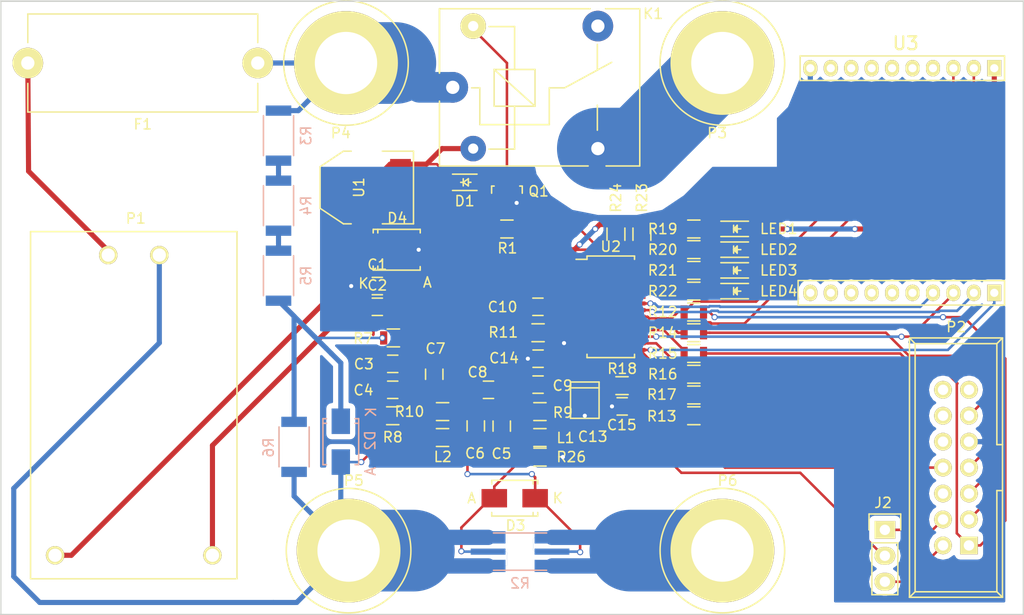
<source format=kicad_pcb>
(kicad_pcb (version 4) (host pcbnew 4.0.2-4+6225~38~ubuntu15.10.1-stable)

  (general
    (links 117)
    (no_connects 0)
    (area 88.897984 70.519442 189.123986 130.745444)
    (thickness 1.6)
    (drawings 4)
    (tracks 424)
    (zones 0)
    (modules 61)
    (nets 70)
  )

  (page A4)
  (layers
    (0 F.Cu jumper)
    (31 B.Cu signal)
    (32 B.Adhes user)
    (33 F.Adhes user)
    (34 B.Paste user)
    (35 F.Paste user)
    (36 B.SilkS user)
    (37 F.SilkS user)
    (38 B.Mask user)
    (39 F.Mask user)
    (44 Edge.Cuts user)
    (46 B.CrtYd user hide)
    (47 F.CrtYd user)
    (48 B.Fab user hide)
    (49 F.Fab user hide)
  )

  (setup
    (last_trace_width 0.25)
    (user_trace_width 0.5)
    (user_trace_width 1)
    (user_trace_width 8)
    (trace_clearance 0.2)
    (zone_clearance 0.508)
    (zone_45_only no)
    (trace_min 0.01)
    (segment_width 0.2)
    (edge_width 0.15)
    (via_size 0.6)
    (via_drill 0.4)
    (via_min_size 0.4)
    (via_min_drill 0.3)
    (uvia_size 0.3)
    (uvia_drill 0.1)
    (uvias_allowed no)
    (uvia_min_size 0.2)
    (uvia_min_drill 0.1)
    (pcb_text_width 0.3)
    (pcb_text_size 1.5 1.5)
    (mod_edge_width 0.15)
    (mod_text_size 1 1)
    (mod_text_width 0.15)
    (pad_size 0.1 1)
    (pad_drill 0)
    (pad_to_mask_clearance 0.2)
    (aux_axis_origin 0 0)
    (visible_elements FFFFEF7F)
    (pcbplotparams
      (layerselection 0x010f0_80000001)
      (usegerberextensions true)
      (excludeedgelayer true)
      (linewidth 0.100000)
      (plotframeref false)
      (viasonmask false)
      (mode 1)
      (useauxorigin false)
      (hpglpennumber 1)
      (hpglpenspeed 20)
      (hpglpendiameter 15)
      (hpglpenoverlay 2)
      (psnegative false)
      (psa4output false)
      (plotreference true)
      (plotvalue false)
      (plotinvisibletext false)
      (padsonsilk false)
      (subtractmaskfromsilk false)
      (outputformat 1)
      (mirror false)
      (drillshape 0)
      (scaleselection 1)
      (outputdirectory Output/))
  )

  (net 0 "")
  (net 1 5V)
  (net 2 GNDD)
  (net 3 VIN_P)
  (net 4 NEUTRAL)
  (net 5 VIN_N)
  (net 6 IN_N)
  (net 7 IN_P)
  (net 8 VCC)
  (net 9 "Net-(C10-Pad1)")
  (net 10 "Net-(C14-Pad1)")
  (net 11 SBWTDIO)
  (net 12 "Net-(D1-Pad2)")
  (net 13 "Net-(D2-Pad1)")
  (net 14 "Net-(F1-Pad2)")
  (net 15 LIVE)
  (net 16 LIVE_OUT)
  (net 17 "Net-(K1-Pad3)")
  (net 18 "Net-(L1-Pad2)")
  (net 19 "Net-(L2-Pad2)")
  (net 20 "Net-(LED1-Pad1)")
  (net 21 "Net-(LED2-Pad1)")
  (net 22 "Net-(LED3-Pad1)")
  (net 23 "Net-(LED4-Pad1)")
  (net 24 "Net-(P2-Pad1)")
  (net 25 "Net-(P2-Pad3)")
  (net 26 TMS)
  (net 27 "Net-(P2-Pad6)")
  (net 28 SBWTCK)
  (net 29 "Net-(P2-Pad10)")
  (net 30 "Net-(P2-Pad12)")
  (net 31 "Net-(P2-Pad13)")
  (net 32 "Net-(P2-Pad14)")
  (net 33 "Net-(Q1-Pad1)")
  (net 34 RELAY)
  (net 35 "Net-(R3-Pad1)")
  (net 36 "Net-(R4-Pad1)")
  (net 37 "Net-(R11-Pad1)")
  (net 38 TDO)
  (net 39 RXD)
  (net 40 "Net-(R19-Pad2)")
  (net 41 "Net-(R20-Pad2)")
  (net 42 "Net-(R21-Pad2)")
  (net 43 "Net-(R22-Pad2)")
  (net 44 "Net-(R23-Pad2)")
  (net 45 "Net-(R24-Pad2)")
  (net 46 "Net-(U2-Pad5)")
  (net 47 "Net-(U2-Pad6)")
  (net 48 "Net-(U2-Pad7)")
  (net 49 "Net-(U2-Pad8)")
  (net 50 CTRL2)
  (net 51 CTRL1)
  (net 52 "Net-(U3-Pad11)")
  (net 53 "Net-(U3-Pad12)")
  (net 54 "Net-(U3-Pad13)")
  (net 55 "Net-(U3-Pad14)")
  (net 56 "Net-(U3-Pad15)")
  (net 57 "Net-(U3-Pad16)")
  (net 58 "Net-(U3-Pad4)")
  (net 59 "Net-(U3-Pad5)")
  (net 60 "Net-(U3-Pad6)")
  (net 61 "Net-(U3-Pad7)")
  (net 62 "Net-(U3-Pad8)")
  (net 63 "Net-(U3-Pad9)")
  (net 64 "Net-(J2-Pad1)")
  (net 65 "Net-(J2-Pad3)")
  (net 66 "Net-(P2-Pad5)")
  (net 67 "Net-(P2-Pad7)")
  (net 68 "Net-(P2-Pad11)")
  (net 69 "Net-(D3-Pad1)")

  (net_class Default "This is the default net class."
    (clearance 0.2)
    (trace_width 0.25)
    (via_dia 0.6)
    (via_drill 0.4)
    (uvia_dia 0.3)
    (uvia_drill 0.1)
    (add_net 5V)
    (add_net CTRL1)
    (add_net CTRL2)
    (add_net GNDD)
    (add_net IN_N)
    (add_net IN_P)
    (add_net NEUTRAL)
    (add_net "Net-(C10-Pad1)")
    (add_net "Net-(C14-Pad1)")
    (add_net "Net-(D1-Pad2)")
    (add_net "Net-(D2-Pad1)")
    (add_net "Net-(D3-Pad1)")
    (add_net "Net-(J2-Pad1)")
    (add_net "Net-(J2-Pad3)")
    (add_net "Net-(K1-Pad3)")
    (add_net "Net-(L1-Pad2)")
    (add_net "Net-(L2-Pad2)")
    (add_net "Net-(LED1-Pad1)")
    (add_net "Net-(LED2-Pad1)")
    (add_net "Net-(LED3-Pad1)")
    (add_net "Net-(LED4-Pad1)")
    (add_net "Net-(P2-Pad1)")
    (add_net "Net-(P2-Pad10)")
    (add_net "Net-(P2-Pad11)")
    (add_net "Net-(P2-Pad12)")
    (add_net "Net-(P2-Pad13)")
    (add_net "Net-(P2-Pad14)")
    (add_net "Net-(P2-Pad3)")
    (add_net "Net-(P2-Pad5)")
    (add_net "Net-(P2-Pad6)")
    (add_net "Net-(P2-Pad7)")
    (add_net "Net-(Q1-Pad1)")
    (add_net "Net-(R11-Pad1)")
    (add_net "Net-(R19-Pad2)")
    (add_net "Net-(R20-Pad2)")
    (add_net "Net-(R21-Pad2)")
    (add_net "Net-(R22-Pad2)")
    (add_net "Net-(R23-Pad2)")
    (add_net "Net-(R24-Pad2)")
    (add_net "Net-(R3-Pad1)")
    (add_net "Net-(R4-Pad1)")
    (add_net "Net-(U2-Pad5)")
    (add_net "Net-(U2-Pad6)")
    (add_net "Net-(U2-Pad7)")
    (add_net "Net-(U2-Pad8)")
    (add_net "Net-(U3-Pad11)")
    (add_net "Net-(U3-Pad12)")
    (add_net "Net-(U3-Pad13)")
    (add_net "Net-(U3-Pad14)")
    (add_net "Net-(U3-Pad15)")
    (add_net "Net-(U3-Pad16)")
    (add_net "Net-(U3-Pad4)")
    (add_net "Net-(U3-Pad5)")
    (add_net "Net-(U3-Pad6)")
    (add_net "Net-(U3-Pad7)")
    (add_net "Net-(U3-Pad8)")
    (add_net "Net-(U3-Pad9)")
    (add_net RELAY)
    (add_net RXD)
    (add_net SBWTCK)
    (add_net SBWTDIO)
    (add_net TDO)
    (add_net TMS)
    (add_net VCC)
    (add_net VIN_N)
    (add_net VIN_P)
  )

  (net_class 230V ""
    (clearance 2.5)
    (trace_width 0.25)
    (via_dia 0.6)
    (via_drill 0.4)
    (uvia_dia 0.3)
    (uvia_drill 0.1)
    (add_net LIVE)
    (add_net LIVE_OUT)
    (add_net "Net-(F1-Pad2)")
  )

  (module "My modules:R_2512_current_sense_4_wire" (layer B.Cu) (tedit 5700C6FC) (tstamp 56FA42FF)
    (at 139.78636 124.50572)
    (descr "Resistor SMD 2512, reflow soldering, Vishay (see dcrcw.pdf)")
    (tags "resistor 2512")
    (path /56E2E4F7)
    (attr smd)
    (fp_text reference R2 (at 0 3.1) (layer B.SilkS)
      (effects (font (size 1 1) (thickness 0.15)) (justify mirror))
    )
    (fp_text value 0.5m (at 0.00508 -0.19812) (layer B.Fab)
      (effects (font (size 1 1) (thickness 0.15)) (justify mirror))
    )
    (fp_line (start -3.9 1.95) (end 3.9 1.95) (layer B.CrtYd) (width 0.05))
    (fp_line (start -3.9 -1.95) (end 3.9 -1.95) (layer B.CrtYd) (width 0.05))
    (fp_line (start -3.9 1.95) (end -3.9 -1.95) (layer B.CrtYd) (width 0.05))
    (fp_line (start 3.9 1.95) (end 3.9 -1.95) (layer B.CrtYd) (width 0.05))
    (fp_line (start 2.6 -1.825) (end -2.6 -1.825) (layer B.SilkS) (width 0.15))
    (fp_line (start -2.6 1.825) (end 2.6 1.825) (layer B.SilkS) (width 0.15))
    (fp_line (start 2.1 1.95) (end 2.1 -1.95) (layer B.CrtYd) (width 0.05))
    (pad 1 smd rect (at -3.125 1.4) (size 3.4 1.2) (layers B.Cu B.Paste B.Mask)
      (net 4 NEUTRAL))
    (pad 1 smd rect (at -3.125 -1.4) (size 3.4 1.2) (layers B.Cu B.Paste B.Mask)
      (net 4 NEUTRAL))
    (pad 1 smd rect (at -3.125 0) (size 3.4 0.6) (layers B.Cu B.Paste B.Mask)
      (net 4 NEUTRAL))
    (pad 2 smd rect (at 3.125 0) (size 3.4 0.6) (layers B.Cu B.Paste B.Mask)
      (net 69 "Net-(D3-Pad1)"))
    (pad 2 smd rect (at 3.125 -1.4) (size 3.4 1.2) (layers B.Cu B.Paste B.Mask)
      (net 69 "Net-(D3-Pad1)"))
    (pad 2 smd rect (at 3.125 1.4) (size 3.4 1.2) (layers B.Cu B.Paste B.Mask)
      (net 69 "Net-(D3-Pad1)"))
    (model Resistors_SMD.3dshapes/R_2512.wrl
      (at (xyz 0 0 0))
      (scale (xyz 1 1 1))
      (rotate (xyz 0 0 0))
    )
  )

  (module Diodes_SMD:SMA_Standard (layer F.Cu) (tedit 552FF239) (tstamp 56F10AEA)
    (at 139.26566 119.27332 180)
    (descr "Diode SMA")
    (tags "Diode SMA")
    (path /56EEA550)
    (attr smd)
    (fp_text reference D3 (at -0.08128 -2.67716 180) (layer F.SilkS)
      (effects (font (size 1 1) (thickness 0.15)))
    )
    (fp_text value SMAJ5.0CA (at 0 4.3 180) (layer F.Fab)
      (effects (font (size 1 1) (thickness 0.15)))
    )
    (fp_line (start -3.5 -2) (end 3.5 -2) (layer F.CrtYd) (width 0.05))
    (fp_line (start 3.5 -2) (end 3.5 2) (layer F.CrtYd) (width 0.05))
    (fp_line (start 3.5 2) (end -3.5 2) (layer F.CrtYd) (width 0.05))
    (fp_line (start -3.5 2) (end -3.5 -2) (layer F.CrtYd) (width 0.05))
    (fp_text user K (at -4.21386 0.00762 180) (layer F.SilkS)
      (effects (font (size 1 1) (thickness 0.15)))
    )
    (fp_text user A (at 4.21386 0.00762 180) (layer F.SilkS)
      (effects (font (size 1 1) (thickness 0.15)))
    )
    (fp_circle (center 0 0) (end 0.20066 -0.0508) (layer F.Adhes) (width 0.381))
    (fp_line (start -1.79914 1.75006) (end -1.79914 1.39954) (layer F.SilkS) (width 0.15))
    (fp_line (start -1.79914 -1.75006) (end -1.79914 -1.39954) (layer F.SilkS) (width 0.15))
    (fp_line (start 2.25044 1.75006) (end 2.25044 1.39954) (layer F.SilkS) (width 0.15))
    (fp_line (start -2.25044 1.75006) (end -2.25044 1.39954) (layer F.SilkS) (width 0.15))
    (fp_line (start -2.25044 -1.75006) (end -2.25044 -1.39954) (layer F.SilkS) (width 0.15))
    (fp_line (start 2.25044 -1.75006) (end 2.25044 -1.39954) (layer F.SilkS) (width 0.15))
    (fp_line (start -2.25044 1.75006) (end 2.25044 1.75006) (layer F.SilkS) (width 0.15))
    (fp_line (start -2.25044 -1.75006) (end 2.25044 -1.75006) (layer F.SilkS) (width 0.15))
    (pad 1 smd rect (at -1.99898 0 180) (size 2.49936 1.80086) (layers F.Cu F.Paste F.Mask)
      (net 69 "Net-(D3-Pad1)"))
    (pad 2 smd rect (at 1.99898 0 180) (size 2.49936 1.80086) (layers F.Cu F.Paste F.Mask)
      (net 4 NEUTRAL))
    (model Diodes_SMD.3dshapes/SMA_Standard.wrl
      (at (xyz 0 0 0))
      (scale (xyz 0.3937 0.3937 0.3937))
      (rotate (xyz 0 0 180))
    )
  )

  (module Connect:Banana_Jack_1Pin (layer F.Cu) (tedit 0) (tstamp 56F1AA16)
    (at 123.00966 124.40412)
    (descr "Single banana socket, footprint - 6mm drill")
    (tags "banana socket")
    (path /56F417BB)
    (fp_text reference P5 (at 0.508 -6.858) (layer F.SilkS)
      (effects (font (size 1 1) (thickness 0.15)))
    )
    (fp_text value Neutral_In (at 0.762 -8.382) (layer F.Fab)
      (effects (font (size 1 1) (thickness 0.15)))
    )
    (fp_circle (center 0 0) (end 0 -6.096) (layer F.SilkS) (width 0.15))
    (pad 1 thru_hole circle (at 0 0) (size 10.16 10.16) (drill 6.096) (layers *.Cu *.Mask F.SilkS)
      (net 4 NEUTRAL))
    (model Connect.3dshapes/Banana_Jack_1Pin.wrl
      (at (xyz 0 0 0))
      (scale (xyz 2 2 2))
      (rotate (xyz 0 0 0))
    )
  )

  (module Resistors_SMD:R_2010 (layer B.Cu) (tedit 5415D342) (tstamp 56F10C2D)
    (at 116.15166 90.62212 90)
    (descr "Resistor SMD 2010, reflow soldering, Vishay (see dcrcw.pdf)")
    (tags "resistor 2010")
    (path /56EE8EA8)
    (attr smd)
    (fp_text reference R4 (at 0 2.7 90) (layer B.SilkS)
      (effects (font (size 1 1) (thickness 0.15)) (justify mirror))
    )
    (fp_text value 330k (at 0 -2.7 90) (layer B.Fab)
      (effects (font (size 1 1) (thickness 0.15)) (justify mirror))
    )
    (fp_line (start -3.25 1.6) (end 3.25 1.6) (layer B.CrtYd) (width 0.05))
    (fp_line (start -3.25 -1.6) (end 3.25 -1.6) (layer B.CrtYd) (width 0.05))
    (fp_line (start -3.25 1.6) (end -3.25 -1.6) (layer B.CrtYd) (width 0.05))
    (fp_line (start 3.25 1.6) (end 3.25 -1.6) (layer B.CrtYd) (width 0.05))
    (fp_line (start 1.95 -1.475) (end -1.95 -1.475) (layer B.SilkS) (width 0.15))
    (fp_line (start -1.95 1.475) (end 1.95 1.475) (layer B.SilkS) (width 0.15))
    (pad 1 smd rect (at -2.45 0 90) (size 1 2.5) (layers B.Cu B.Paste B.Mask)
      (net 36 "Net-(R4-Pad1)"))
    (pad 2 smd rect (at 2.45 0 90) (size 1 2.5) (layers B.Cu B.Paste B.Mask)
      (net 35 "Net-(R3-Pad1)"))
    (model Resistors_SMD.3dshapes/R_2010.wrl
      (at (xyz 0 0 0))
      (scale (xyz 1 1 1))
      (rotate (xyz 0 0 0))
    )
  )

  (module Diodes_SMD:SMA_Standard (layer B.Cu) (tedit 552FF239) (tstamp 56F10AD5)
    (at 122.24766 113.73612 270)
    (descr "Diode SMA")
    (tags "Diode SMA")
    (path /56E2DE46)
    (attr smd)
    (fp_text reference D2 (at -0.11938 -2.87274 270) (layer B.SilkS)
      (effects (font (size 1 1) (thickness 0.15)) (justify mirror))
    )
    (fp_text value SMAJ5.0CA (at 0 -4.3 270) (layer B.Fab)
      (effects (font (size 1 1) (thickness 0.15)) (justify mirror))
    )
    (fp_line (start -3.5 2) (end 3.5 2) (layer B.CrtYd) (width 0.05))
    (fp_line (start 3.5 2) (end 3.5 -2) (layer B.CrtYd) (width 0.05))
    (fp_line (start 3.5 -2) (end -3.5 -2) (layer B.CrtYd) (width 0.05))
    (fp_line (start -3.5 -2) (end -3.5 2) (layer B.CrtYd) (width 0.05))
    (fp_text user K (at -2.9 -2.95 270) (layer B.SilkS)
      (effects (font (size 1 1) (thickness 0.15)) (justify mirror))
    )
    (fp_text user A (at 2.9 -2.9 270) (layer B.SilkS)
      (effects (font (size 1 1) (thickness 0.15)) (justify mirror))
    )
    (fp_circle (center 0 0) (end 0.20066 0.0508) (layer B.Adhes) (width 0.381))
    (fp_line (start -1.79914 -1.75006) (end -1.79914 -1.39954) (layer B.SilkS) (width 0.15))
    (fp_line (start -1.79914 1.75006) (end -1.79914 1.39954) (layer B.SilkS) (width 0.15))
    (fp_line (start 2.25044 -1.75006) (end 2.25044 -1.39954) (layer B.SilkS) (width 0.15))
    (fp_line (start -2.25044 -1.75006) (end -2.25044 -1.39954) (layer B.SilkS) (width 0.15))
    (fp_line (start -2.25044 1.75006) (end -2.25044 1.39954) (layer B.SilkS) (width 0.15))
    (fp_line (start 2.25044 1.75006) (end 2.25044 1.39954) (layer B.SilkS) (width 0.15))
    (fp_line (start -2.25044 -1.75006) (end 2.25044 -1.75006) (layer B.SilkS) (width 0.15))
    (fp_line (start -2.25044 1.75006) (end 2.25044 1.75006) (layer B.SilkS) (width 0.15))
    (pad 1 smd rect (at -1.99898 0 270) (size 2.49936 1.80086) (layers B.Cu B.Paste B.Mask)
      (net 13 "Net-(D2-Pad1)"))
    (pad 2 smd rect (at 1.99898 0 270) (size 2.49936 1.80086) (layers B.Cu B.Paste B.Mask)
      (net 4 NEUTRAL))
    (model Diodes_SMD.3dshapes/SMA_Standard.wrl
      (at (xyz 0 0 0))
      (scale (xyz 0.3937 0.3937 0.3937))
      (rotate (xyz 0 0 180))
    )
  )

  (module Connect:IDC_Header_Straight_14pins (layer F.Cu) (tedit 0) (tstamp 56F10BED)
    (at 183.71566 123.89612 90)
    (descr "14 pins through hole IDC header")
    (tags "IDC header socket VASCH")
    (path /56E3DE85)
    (fp_text reference P2 (at 21.39188 -1.24714 180) (layer F.SilkS)
      (effects (font (size 1 1) (thickness 0.15)))
    )
    (fp_text value 1x3 (at 7.62 5.223 90) (layer F.Fab)
      (effects (font (size 1 1) (thickness 0.15)))
    )
    (fp_line (start -5.08 -5.82) (end 20.32 -5.82) (layer F.SilkS) (width 0.15))
    (fp_line (start -4.54 -5.27) (end 19.76 -5.27) (layer F.SilkS) (width 0.15))
    (fp_line (start -5.08 3.28) (end 20.32 3.28) (layer F.SilkS) (width 0.15))
    (fp_line (start -4.54 2.73) (end 5.37 2.73) (layer F.SilkS) (width 0.15))
    (fp_line (start 9.87 2.73) (end 19.76 2.73) (layer F.SilkS) (width 0.15))
    (fp_line (start 5.37 2.73) (end 5.37 3.28) (layer F.SilkS) (width 0.15))
    (fp_line (start 9.87 2.73) (end 9.87 3.28) (layer F.SilkS) (width 0.15))
    (fp_line (start -5.08 -5.82) (end -5.08 3.28) (layer F.SilkS) (width 0.15))
    (fp_line (start -4.54 -5.27) (end -4.54 2.73) (layer F.SilkS) (width 0.15))
    (fp_line (start 20.32 -5.82) (end 20.32 3.28) (layer F.SilkS) (width 0.15))
    (fp_line (start 19.76 -5.27) (end 19.76 2.73) (layer F.SilkS) (width 0.15))
    (fp_line (start -5.08 -5.82) (end -4.54 -5.27) (layer F.SilkS) (width 0.15))
    (fp_line (start 20.32 -5.82) (end 19.76 -5.27) (layer F.SilkS) (width 0.15))
    (fp_line (start -5.08 3.28) (end -4.54 2.73) (layer F.SilkS) (width 0.15))
    (fp_line (start 20.32 3.28) (end 19.76 2.73) (layer F.SilkS) (width 0.15))
    (fp_line (start -5.35 -6.05) (end 20.55 -6.05) (layer F.CrtYd) (width 0.05))
    (fp_line (start 20.55 -6.05) (end 20.55 3.55) (layer F.CrtYd) (width 0.05))
    (fp_line (start 20.55 3.55) (end -5.35 3.55) (layer F.CrtYd) (width 0.05))
    (fp_line (start -5.35 3.55) (end -5.35 -6.05) (layer F.CrtYd) (width 0.05))
    (pad 1 thru_hole rect (at 0 0 90) (size 1.7272 1.7272) (drill 1.016) (layers *.Cu *.Mask F.SilkS)
      (net 24 "Net-(P2-Pad1)"))
    (pad 2 thru_hole oval (at 0 -2.54 90) (size 1.7272 1.7272) (drill 1.016) (layers *.Cu *.Mask F.SilkS)
      (net 65 "Net-(J2-Pad3)"))
    (pad 3 thru_hole oval (at 2.54 0 90) (size 1.7272 1.7272) (drill 1.016) (layers *.Cu *.Mask F.SilkS)
      (net 25 "Net-(P2-Pad3)"))
    (pad 4 thru_hole oval (at 2.54 -2.54 90) (size 1.7272 1.7272) (drill 1.016) (layers *.Cu *.Mask F.SilkS)
      (net 64 "Net-(J2-Pad1)"))
    (pad 5 thru_hole oval (at 5.08 0 90) (size 1.7272 1.7272) (drill 1.016) (layers *.Cu *.Mask F.SilkS)
      (net 66 "Net-(P2-Pad5)"))
    (pad 6 thru_hole oval (at 5.08 -2.54 90) (size 1.7272 1.7272) (drill 1.016) (layers *.Cu *.Mask F.SilkS)
      (net 27 "Net-(P2-Pad6)"))
    (pad 7 thru_hole oval (at 7.62 0 90) (size 1.7272 1.7272) (drill 1.016) (layers *.Cu *.Mask F.SilkS)
      (net 67 "Net-(P2-Pad7)"))
    (pad 8 thru_hole oval (at 7.62 -2.54 90) (size 1.7272 1.7272) (drill 1.016) (layers *.Cu *.Mask F.SilkS)
      (net 28 SBWTCK))
    (pad 9 thru_hole oval (at 10.16 0 90) (size 1.7272 1.7272) (drill 1.016) (layers *.Cu *.Mask F.SilkS)
      (net 2 GNDD))
    (pad 10 thru_hole oval (at 10.16 -2.54 90) (size 1.7272 1.7272) (drill 1.016) (layers *.Cu *.Mask F.SilkS)
      (net 29 "Net-(P2-Pad10)"))
    (pad 11 thru_hole oval (at 12.7 0 90) (size 1.7272 1.7272) (drill 1.016) (layers *.Cu *.Mask F.SilkS)
      (net 68 "Net-(P2-Pad11)"))
    (pad 12 thru_hole oval (at 12.7 -2.54 90) (size 1.7272 1.7272) (drill 1.016) (layers *.Cu *.Mask F.SilkS)
      (net 30 "Net-(P2-Pad12)"))
    (pad 13 thru_hole oval (at 15.24 0 90) (size 1.7272 1.7272) (drill 1.016) (layers *.Cu *.Mask F.SilkS)
      (net 31 "Net-(P2-Pad13)"))
    (pad 14 thru_hole oval (at 15.24 -2.54 90) (size 1.7272 1.7272) (drill 1.016) (layers *.Cu *.Mask F.SilkS)
      (net 32 "Net-(P2-Pad14)"))
  )

  (module Fuse_Holders_and_Fuses:Fuseholder5x20_horiz_open_Schurter_0031_8201 (layer F.Cu) (tedit 56B65074) (tstamp 56F10B1B)
    (at 114.11966 76.65212 180)
    (descr http://www.schurter.com/var/schurter/storage/ilcatalogue/files/document/datasheet/en/pdf/typ_OGN.pdf)
    (tags "Fuseholder horizontal open 5x20 Schurter 0031.8201")
    (path /56F1DD0D)
    (fp_text reference F1 (at 11.25 -6 180) (layer F.SilkS)
      (effects (font (size 1 1) (thickness 0.15)))
    )
    (fp_text value 1A (at 11.25 6 180) (layer F.Fab)
      (effects (font (size 1 1) (thickness 0.15)))
    )
    (fp_arc (start 22.5 0) (end 22.75 -1.95) (angle 165.3) (layer F.CrtYd) (width 0.05))
    (fp_arc (start 0 0) (end -0.25 1.95) (angle 165.3) (layer F.CrtYd) (width 0.05))
    (fp_line (start -0.25 5.05) (end -0.25 1.95) (layer F.CrtYd) (width 0.05))
    (fp_line (start 22.5 4.8) (end 22.5 2) (layer F.SilkS) (width 0.15))
    (fp_line (start 22.5 -2) (end 22.5 -4.8) (layer F.SilkS) (width 0.15))
    (fp_line (start 0 -2) (end 0 -4.8) (layer F.SilkS) (width 0.15))
    (fp_line (start 0 -4.8) (end 22.5 -4.8) (layer F.SilkS) (width 0.15))
    (fp_line (start 22.75 5.05) (end -0.25 5.05) (layer F.CrtYd) (width 0.05))
    (fp_line (start -0.25 -5.05) (end 22.75 -5.05) (layer F.CrtYd) (width 0.05))
    (fp_line (start 0 4.8) (end 22.5 4.8) (layer F.SilkS) (width 0.15))
    (fp_line (start -0.25 -1.95) (end -0.25 -5.05) (layer F.CrtYd) (width 0.05))
    (fp_line (start 22.75 -1.95) (end 22.75 -5.05) (layer F.CrtYd) (width 0.05))
    (fp_line (start 22.75 1.95) (end 22.75 5.05) (layer F.CrtYd) (width 0.05))
    (fp_line (start 0 4.8) (end 0 2) (layer F.SilkS) (width 0.15))
    (pad 1 thru_hole circle (at 0 0 180) (size 3 3) (drill 1.3) (layers *.Cu *.Mask F.SilkS)
      (net 15 LIVE))
    (pad 2 thru_hole circle (at 22.5 0 180) (size 3 3) (drill 1.3) (layers *.Cu *.Mask F.SilkS)
      (net 14 "Net-(F1-Pad2)"))
    (pad "" np_thru_hole circle (at 11.25 0 180) (size 2.7 2.7) (drill 2.7) (layers *.Cu *.Mask))
  )

  (module Capacitors_SMD:C_0805 (layer F.Cu) (tedit 5415D6EA) (tstamp 56F10A1F)
    (at 125.81966 98.49612)
    (descr "Capacitor SMD 0805, reflow soldering, AVX (see smccp.pdf)")
    (tags "capacitor 0805")
    (path /56E34DF8)
    (attr smd)
    (fp_text reference C1 (at 0 -2.1) (layer F.SilkS)
      (effects (font (size 1 1) (thickness 0.15)))
    )
    (fp_text value 22uF/10V (at 0 2.1) (layer F.Fab)
      (effects (font (size 1 1) (thickness 0.15)))
    )
    (fp_line (start -1.8 -1) (end 1.8 -1) (layer F.CrtYd) (width 0.05))
    (fp_line (start -1.8 1) (end 1.8 1) (layer F.CrtYd) (width 0.05))
    (fp_line (start -1.8 -1) (end -1.8 1) (layer F.CrtYd) (width 0.05))
    (fp_line (start 1.8 -1) (end 1.8 1) (layer F.CrtYd) (width 0.05))
    (fp_line (start 0.5 -0.85) (end -0.5 -0.85) (layer F.SilkS) (width 0.15))
    (fp_line (start -0.5 0.85) (end 0.5 0.85) (layer F.SilkS) (width 0.15))
    (pad 1 smd rect (at -1 0) (size 1 1.25) (layers F.Cu F.Paste F.Mask)
      (net 1 5V))
    (pad 2 smd rect (at 1 0) (size 1 1.25) (layers F.Cu F.Paste F.Mask)
      (net 2 GNDD))
    (model Capacitors_SMD.3dshapes/C_0805.wrl
      (at (xyz 0 0 0))
      (scale (xyz 1 1 1))
      (rotate (xyz 0 0 0))
    )
  )

  (module Capacitors_SMD:C_0805 (layer F.Cu) (tedit 5415D6EA) (tstamp 56F10A2B)
    (at 125.81966 100.52812)
    (descr "Capacitor SMD 0805, reflow soldering, AVX (see smccp.pdf)")
    (tags "capacitor 0805")
    (path /56ED15C1)
    (attr smd)
    (fp_text reference C2 (at 0 -2.1) (layer F.SilkS)
      (effects (font (size 1 1) (thickness 0.15)))
    )
    (fp_text value 100nF (at 0 2.1) (layer F.Fab)
      (effects (font (size 1 1) (thickness 0.15)))
    )
    (fp_line (start -1.8 -1) (end 1.8 -1) (layer F.CrtYd) (width 0.05))
    (fp_line (start -1.8 1) (end 1.8 1) (layer F.CrtYd) (width 0.05))
    (fp_line (start -1.8 -1) (end -1.8 1) (layer F.CrtYd) (width 0.05))
    (fp_line (start 1.8 -1) (end 1.8 1) (layer F.CrtYd) (width 0.05))
    (fp_line (start 0.5 -0.85) (end -0.5 -0.85) (layer F.SilkS) (width 0.15))
    (fp_line (start -0.5 0.85) (end 0.5 0.85) (layer F.SilkS) (width 0.15))
    (pad 1 smd rect (at -1 0) (size 1 1.25) (layers F.Cu F.Paste F.Mask)
      (net 1 5V))
    (pad 2 smd rect (at 1 0) (size 1 1.25) (layers F.Cu F.Paste F.Mask)
      (net 2 GNDD))
    (model Capacitors_SMD.3dshapes/C_0805.wrl
      (at (xyz 0 0 0))
      (scale (xyz 1 1 1))
      (rotate (xyz 0 0 0))
    )
  )

  (module Capacitors_SMD:C_0805 (layer F.Cu) (tedit 5415D6EA) (tstamp 56F10A37)
    (at 127.32766 106.11612 180)
    (descr "Capacitor SMD 0805, reflow soldering, AVX (see smccp.pdf)")
    (tags "capacitor 0805")
    (path /56E3106D)
    (attr smd)
    (fp_text reference C3 (at 2.82448 -0.02286 180) (layer F.SilkS)
      (effects (font (size 1 1) (thickness 0.15)))
    )
    (fp_text value 47pF (at 0 2.1 180) (layer F.Fab)
      (effects (font (size 1 1) (thickness 0.15)))
    )
    (fp_line (start -1.8 -1) (end 1.8 -1) (layer F.CrtYd) (width 0.05))
    (fp_line (start -1.8 1) (end 1.8 1) (layer F.CrtYd) (width 0.05))
    (fp_line (start -1.8 -1) (end -1.8 1) (layer F.CrtYd) (width 0.05))
    (fp_line (start 1.8 -1) (end 1.8 1) (layer F.CrtYd) (width 0.05))
    (fp_line (start 0.5 -0.85) (end -0.5 -0.85) (layer F.SilkS) (width 0.15))
    (fp_line (start -0.5 0.85) (end 0.5 0.85) (layer F.SilkS) (width 0.15))
    (pad 1 smd rect (at -1 0 180) (size 1 1.25) (layers F.Cu F.Paste F.Mask)
      (net 3 VIN_P))
    (pad 2 smd rect (at 1 0 180) (size 1 1.25) (layers F.Cu F.Paste F.Mask)
      (net 4 NEUTRAL))
    (model Capacitors_SMD.3dshapes/C_0805.wrl
      (at (xyz 0 0 0))
      (scale (xyz 1 1 1))
      (rotate (xyz 0 0 0))
    )
  )

  (module Capacitors_SMD:C_0805 (layer F.Cu) (tedit 5415D6EA) (tstamp 56F10A43)
    (at 127.32766 108.65612)
    (descr "Capacitor SMD 0805, reflow soldering, AVX (see smccp.pdf)")
    (tags "capacitor 0805")
    (path /56EF2D88)
    (attr smd)
    (fp_text reference C4 (at -2.86004 0.0381) (layer F.SilkS)
      (effects (font (size 1 1) (thickness 0.15)))
    )
    (fp_text value 47pF (at 0 2.1) (layer F.Fab)
      (effects (font (size 1 1) (thickness 0.15)))
    )
    (fp_line (start -1.8 -1) (end 1.8 -1) (layer F.CrtYd) (width 0.05))
    (fp_line (start -1.8 1) (end 1.8 1) (layer F.CrtYd) (width 0.05))
    (fp_line (start -1.8 -1) (end -1.8 1) (layer F.CrtYd) (width 0.05))
    (fp_line (start 1.8 -1) (end 1.8 1) (layer F.CrtYd) (width 0.05))
    (fp_line (start 0.5 -0.85) (end -0.5 -0.85) (layer F.SilkS) (width 0.15))
    (fp_line (start -0.5 0.85) (end 0.5 0.85) (layer F.SilkS) (width 0.15))
    (pad 1 smd rect (at -1 0) (size 1 1.25) (layers F.Cu F.Paste F.Mask)
      (net 4 NEUTRAL))
    (pad 2 smd rect (at 1 0) (size 1 1.25) (layers F.Cu F.Paste F.Mask)
      (net 5 VIN_N))
    (model Capacitors_SMD.3dshapes/C_0805.wrl
      (at (xyz 0 0 0))
      (scale (xyz 1 1 1))
      (rotate (xyz 0 0 0))
    )
  )

  (module Capacitors_SMD:C_0805 (layer F.Cu) (tedit 5415D6EA) (tstamp 56F10A4F)
    (at 137.99566 112.21212 270)
    (descr "Capacitor SMD 0805, reflow soldering, AVX (see smccp.pdf)")
    (tags "capacitor 0805")
    (path /56EF343F)
    (attr smd)
    (fp_text reference C5 (at 2.70002 0.02286 360) (layer F.SilkS)
      (effects (font (size 1 1) (thickness 0.15)))
    )
    (fp_text value 47pF (at 0 2.1 270) (layer F.Fab)
      (effects (font (size 1 1) (thickness 0.15)))
    )
    (fp_line (start -1.8 -1) (end 1.8 -1) (layer F.CrtYd) (width 0.05))
    (fp_line (start -1.8 1) (end 1.8 1) (layer F.CrtYd) (width 0.05))
    (fp_line (start -1.8 -1) (end -1.8 1) (layer F.CrtYd) (width 0.05))
    (fp_line (start 1.8 -1) (end 1.8 1) (layer F.CrtYd) (width 0.05))
    (fp_line (start 0.5 -0.85) (end -0.5 -0.85) (layer F.SilkS) (width 0.15))
    (fp_line (start -0.5 0.85) (end 0.5 0.85) (layer F.SilkS) (width 0.15))
    (pad 1 smd rect (at -1 0 270) (size 1 1.25) (layers F.Cu F.Paste F.Mask)
      (net 6 IN_N))
    (pad 2 smd rect (at 1 0 270) (size 1 1.25) (layers F.Cu F.Paste F.Mask)
      (net 4 NEUTRAL))
    (model Capacitors_SMD.3dshapes/C_0805.wrl
      (at (xyz 0 0 0))
      (scale (xyz 1 1 1))
      (rotate (xyz 0 0 0))
    )
  )

  (module Capacitors_SMD:C_0805 (layer F.Cu) (tedit 5415D6EA) (tstamp 56F10A5B)
    (at 135.45566 112.19612 90)
    (descr "Capacitor SMD 0805, reflow soldering, AVX (see smccp.pdf)")
    (tags "capacitor 0805")
    (path /56EF3562)
    (attr smd)
    (fp_text reference C6 (at -2.68046 -0.07366 180) (layer F.SilkS)
      (effects (font (size 1 1) (thickness 0.15)))
    )
    (fp_text value 47pF (at 0 2.1 90) (layer F.Fab)
      (effects (font (size 1 1) (thickness 0.15)))
    )
    (fp_line (start -1.8 -1) (end 1.8 -1) (layer F.CrtYd) (width 0.05))
    (fp_line (start -1.8 1) (end 1.8 1) (layer F.CrtYd) (width 0.05))
    (fp_line (start -1.8 -1) (end -1.8 1) (layer F.CrtYd) (width 0.05))
    (fp_line (start 1.8 -1) (end 1.8 1) (layer F.CrtYd) (width 0.05))
    (fp_line (start 0.5 -0.85) (end -0.5 -0.85) (layer F.SilkS) (width 0.15))
    (fp_line (start -0.5 0.85) (end 0.5 0.85) (layer F.SilkS) (width 0.15))
    (pad 1 smd rect (at -1 0 90) (size 1 1.25) (layers F.Cu F.Paste F.Mask)
      (net 4 NEUTRAL))
    (pad 2 smd rect (at 1 0 90) (size 1 1.25) (layers F.Cu F.Paste F.Mask)
      (net 7 IN_P))
    (model Capacitors_SMD.3dshapes/C_0805.wrl
      (at (xyz 0 0 0))
      (scale (xyz 1 1 1))
      (rotate (xyz 0 0 0))
    )
  )

  (module Capacitors_SMD:C_0805 (layer F.Cu) (tedit 5415D6EA) (tstamp 56F10A67)
    (at 131.39166 107.13212 270)
    (descr "Capacitor SMD 0805, reflow soldering, AVX (see smccp.pdf)")
    (tags "capacitor 0805")
    (path /56E3492A)
    (attr smd)
    (fp_text reference C7 (at -2.51206 -0.12192 360) (layer F.SilkS)
      (effects (font (size 1 1) (thickness 0.15)))
    )
    (fp_text value 15pF (at 0 2.1 270) (layer F.Fab)
      (effects (font (size 1 1) (thickness 0.15)))
    )
    (fp_line (start -1.8 -1) (end 1.8 -1) (layer F.CrtYd) (width 0.05))
    (fp_line (start -1.8 1) (end 1.8 1) (layer F.CrtYd) (width 0.05))
    (fp_line (start -1.8 -1) (end -1.8 1) (layer F.CrtYd) (width 0.05))
    (fp_line (start 1.8 -1) (end 1.8 1) (layer F.CrtYd) (width 0.05))
    (fp_line (start 0.5 -0.85) (end -0.5 -0.85) (layer F.SilkS) (width 0.15))
    (fp_line (start -0.5 0.85) (end 0.5 0.85) (layer F.SilkS) (width 0.15))
    (pad 1 smd rect (at -1 0 270) (size 1 1.25) (layers F.Cu F.Paste F.Mask)
      (net 3 VIN_P))
    (pad 2 smd rect (at 1 0 270) (size 1 1.25) (layers F.Cu F.Paste F.Mask)
      (net 5 VIN_N))
    (model Capacitors_SMD.3dshapes/C_0805.wrl
      (at (xyz 0 0 0))
      (scale (xyz 1 1 1))
      (rotate (xyz 0 0 0))
    )
  )

  (module Capacitors_SMD:C_0805 (layer F.Cu) (tedit 5415D6EA) (tstamp 56F10A73)
    (at 136.697234 108.65612 180)
    (descr "Capacitor SMD 0805, reflow soldering, AVX (see smccp.pdf)")
    (tags "capacitor 0805")
    (path /56EF4115)
    (attr smd)
    (fp_text reference C8 (at 1.071394 1.72212 180) (layer F.SilkS)
      (effects (font (size 1 1) (thickness 0.15)))
    )
    (fp_text value 15pF (at 0 2.1 180) (layer F.Fab)
      (effects (font (size 1 1) (thickness 0.15)))
    )
    (fp_line (start -1.8 -1) (end 1.8 -1) (layer F.CrtYd) (width 0.05))
    (fp_line (start -1.8 1) (end 1.8 1) (layer F.CrtYd) (width 0.05))
    (fp_line (start -1.8 -1) (end -1.8 1) (layer F.CrtYd) (width 0.05))
    (fp_line (start 1.8 -1) (end 1.8 1) (layer F.CrtYd) (width 0.05))
    (fp_line (start 0.5 -0.85) (end -0.5 -0.85) (layer F.SilkS) (width 0.15))
    (fp_line (start -0.5 0.85) (end 0.5 0.85) (layer F.SilkS) (width 0.15))
    (pad 1 smd rect (at -1 0 180) (size 1 1.25) (layers F.Cu F.Paste F.Mask)
      (net 6 IN_N))
    (pad 2 smd rect (at 1 0 180) (size 1 1.25) (layers F.Cu F.Paste F.Mask)
      (net 7 IN_P))
    (model Capacitors_SMD.3dshapes/C_0805.wrl
      (at (xyz 0 0 0))
      (scale (xyz 1 1 1))
      (rotate (xyz 0 0 0))
    )
  )

  (module Capacitors_SMD:C_0805 (layer F.Cu) (tedit 5415D6EA) (tstamp 56F10A7F)
    (at 141.55166 108.14812 180)
    (descr "Capacitor SMD 0805, reflow soldering, AVX (see smccp.pdf)")
    (tags "capacitor 0805")
    (path /56F01ABE)
    (attr smd)
    (fp_text reference C9 (at -2.39776 -0.09906 180) (layer F.SilkS)
      (effects (font (size 1 1) (thickness 0.15)))
    )
    (fp_text value 100nF (at 0 2.1 180) (layer F.Fab)
      (effects (font (size 1 1) (thickness 0.15)))
    )
    (fp_line (start -1.8 -1) (end 1.8 -1) (layer F.CrtYd) (width 0.05))
    (fp_line (start -1.8 1) (end 1.8 1) (layer F.CrtYd) (width 0.05))
    (fp_line (start -1.8 -1) (end -1.8 1) (layer F.CrtYd) (width 0.05))
    (fp_line (start 1.8 -1) (end 1.8 1) (layer F.CrtYd) (width 0.05))
    (fp_line (start 0.5 -0.85) (end -0.5 -0.85) (layer F.SilkS) (width 0.15))
    (fp_line (start -0.5 0.85) (end 0.5 0.85) (layer F.SilkS) (width 0.15))
    (pad 1 smd rect (at -1 0 180) (size 1 1.25) (layers F.Cu F.Paste F.Mask)
      (net 8 VCC))
    (pad 2 smd rect (at 1 0 180) (size 1 1.25) (layers F.Cu F.Paste F.Mask)
      (net 2 GNDD))
    (model Capacitors_SMD.3dshapes/C_0805.wrl
      (at (xyz 0 0 0))
      (scale (xyz 1 1 1))
      (rotate (xyz 0 0 0))
    )
  )

  (module Capacitors_SMD:C_0805 (layer F.Cu) (tedit 5415D6EA) (tstamp 56F10A8B)
    (at 141.53566 100.52812 180)
    (descr "Capacitor SMD 0805, reflow soldering, AVX (see smccp.pdf)")
    (tags "capacitor 0805")
    (path /56E27700)
    (attr smd)
    (fp_text reference C10 (at 3.45872 -0.01524 180) (layer F.SilkS)
      (effects (font (size 1 1) (thickness 0.15)))
    )
    (fp_text value 100nF (at 0 2.1 180) (layer F.Fab)
      (effects (font (size 1 1) (thickness 0.15)))
    )
    (fp_line (start -1.8 -1) (end 1.8 -1) (layer F.CrtYd) (width 0.05))
    (fp_line (start -1.8 1) (end 1.8 1) (layer F.CrtYd) (width 0.05))
    (fp_line (start -1.8 -1) (end -1.8 1) (layer F.CrtYd) (width 0.05))
    (fp_line (start 1.8 -1) (end 1.8 1) (layer F.CrtYd) (width 0.05))
    (fp_line (start 0.5 -0.85) (end -0.5 -0.85) (layer F.SilkS) (width 0.15))
    (fp_line (start -0.5 0.85) (end 0.5 0.85) (layer F.SilkS) (width 0.15))
    (pad 1 smd rect (at -1 0 180) (size 1 1.25) (layers F.Cu F.Paste F.Mask)
      (net 9 "Net-(C10-Pad1)"))
    (pad 2 smd rect (at 1 0 180) (size 1 1.25) (layers F.Cu F.Paste F.Mask)
      (net 4 NEUTRAL))
    (model Capacitors_SMD.3dshapes/C_0805.wrl
      (at (xyz 0 0 0))
      (scale (xyz 1 1 1))
      (rotate (xyz 0 0 0))
    )
  )

  (module Capacitors_Tantalum_SMD:TantalC_SizeT_EIA-3528 (layer F.Cu) (tedit 0) (tstamp 56F10A96)
    (at 146.12366 109.67212 90)
    (descr TantalC_SizeT_EIA-3528)
    (path /56E2934C)
    (fp_text reference C13 (at -3.57378 0.7747 180) (layer F.SilkS)
      (effects (font (size 1 1) (thickness 0.15)))
    )
    (fp_text value 10uF (at 0 1.9685 90) (layer F.Fab)
      (effects (font (size 1 1) (thickness 0.15)))
    )
    (fp_line (start 1.2065 -1.397) (end 1.2065 1.397) (layer F.SilkS) (width 0.15))
    (fp_line (start 1.778 -1.397) (end -1.778 -1.397) (layer F.SilkS) (width 0.15))
    (fp_line (start -1.778 -1.397) (end -1.778 1.397) (layer F.SilkS) (width 0.15))
    (fp_line (start -1.778 1.397) (end 1.778 1.397) (layer F.SilkS) (width 0.15))
    (fp_line (start 1.778 1.397) (end 1.778 -1.397) (layer F.SilkS) (width 0.15))
    (pad 1 smd rect (at 1.524 0 90) (size 1.95072 2.49936) (layers F.Cu F.Paste F.Mask)
      (net 8 VCC))
    (pad 2 smd rect (at -1.524 0 90) (size 1.95072 2.49936) (layers F.Cu F.Paste F.Mask)
      (net 2 GNDD))
    (model Capacitors_Tantalum_SMD.3dshapes/TantalC_SizeT_EIA-3528.wrl
      (at (xyz 0 0 0))
      (scale (xyz 1 1 1))
      (rotate (xyz 0 0 0))
    )
  )

  (module Capacitors_SMD:C_0805 (layer F.Cu) (tedit 5415D6EA) (tstamp 56F10AA2)
    (at 141.55166 105.60812 180)
    (descr "Capacitor SMD 0805, reflow soldering, AVX (see smccp.pdf)")
    (tags "capacitor 0805")
    (path /56E295AB)
    (attr smd)
    (fp_text reference C14 (at 3.33502 0.05588 180) (layer F.SilkS)
      (effects (font (size 1 1) (thickness 0.15)))
    )
    (fp_text value 470nF (at 0 2.1 180) (layer F.Fab)
      (effects (font (size 1 1) (thickness 0.15)))
    )
    (fp_line (start -1.8 -1) (end 1.8 -1) (layer F.CrtYd) (width 0.05))
    (fp_line (start -1.8 1) (end 1.8 1) (layer F.CrtYd) (width 0.05))
    (fp_line (start -1.8 -1) (end -1.8 1) (layer F.CrtYd) (width 0.05))
    (fp_line (start 1.8 -1) (end 1.8 1) (layer F.CrtYd) (width 0.05))
    (fp_line (start 0.5 -0.85) (end -0.5 -0.85) (layer F.SilkS) (width 0.15))
    (fp_line (start -0.5 0.85) (end 0.5 0.85) (layer F.SilkS) (width 0.15))
    (pad 1 smd rect (at -1 0 180) (size 1 1.25) (layers F.Cu F.Paste F.Mask)
      (net 10 "Net-(C14-Pad1)"))
    (pad 2 smd rect (at 1 0 180) (size 1 1.25) (layers F.Cu F.Paste F.Mask)
      (net 2 GNDD))
    (model Capacitors_SMD.3dshapes/C_0805.wrl
      (at (xyz 0 0 0))
      (scale (xyz 1 1 1))
      (rotate (xyz 0 0 0))
    )
  )

  (module Capacitors_SMD:C_0805 (layer F.Cu) (tedit 5415D6EA) (tstamp 56F10AAE)
    (at 149.782433 110.281157 180)
    (descr "Capacitor SMD 0805, reflow soldering, AVX (see smccp.pdf)")
    (tags "capacitor 0805")
    (path /56E2AD3F)
    (attr smd)
    (fp_text reference C15 (at 0.034193 -1.821743 180) (layer F.SilkS)
      (effects (font (size 1 1) (thickness 0.15)))
    )
    (fp_text value 2.2nF (at 0 2.1 180) (layer F.Fab)
      (effects (font (size 1 1) (thickness 0.15)))
    )
    (fp_line (start -1.8 -1) (end 1.8 -1) (layer F.CrtYd) (width 0.05))
    (fp_line (start -1.8 1) (end 1.8 1) (layer F.CrtYd) (width 0.05))
    (fp_line (start -1.8 -1) (end -1.8 1) (layer F.CrtYd) (width 0.05))
    (fp_line (start 1.8 -1) (end 1.8 1) (layer F.CrtYd) (width 0.05))
    (fp_line (start 0.5 -0.85) (end -0.5 -0.85) (layer F.SilkS) (width 0.15))
    (fp_line (start -0.5 0.85) (end 0.5 0.85) (layer F.SilkS) (width 0.15))
    (pad 1 smd rect (at -1 0 180) (size 1 1.25) (layers F.Cu F.Paste F.Mask)
      (net 11 SBWTDIO))
    (pad 2 smd rect (at 1 0 180) (size 1 1.25) (layers F.Cu F.Paste F.Mask)
      (net 2 GNDD))
    (model Capacitors_SMD.3dshapes/C_0805.wrl
      (at (xyz 0 0 0))
      (scale (xyz 1 1 1))
      (rotate (xyz 0 0 0))
    )
  )

  (module Diodes_SMD:SOD-323 (layer F.Cu) (tedit 5530FC5E) (tstamp 56F10AC0)
    (at 134.47866 88.33612)
    (descr SOD-323)
    (tags SOD-323)
    (path /56E746F4)
    (attr smd)
    (fp_text reference D1 (at -0.11266 1.83642) (layer F.SilkS)
      (effects (font (size 1 1) (thickness 0.15)))
    )
    (fp_text value BAS32 (at 0.1 1.9) (layer F.Fab)
      (effects (font (size 1 1) (thickness 0.15)))
    )
    (fp_line (start 0.25 0) (end 0.5 0) (layer F.SilkS) (width 0.15))
    (fp_line (start -0.25 0) (end -0.5 0) (layer F.SilkS) (width 0.15))
    (fp_line (start -0.25 0) (end 0.25 -0.35) (layer F.SilkS) (width 0.15))
    (fp_line (start 0.25 -0.35) (end 0.25 0.35) (layer F.SilkS) (width 0.15))
    (fp_line (start 0.25 0.35) (end -0.25 0) (layer F.SilkS) (width 0.15))
    (fp_line (start -0.25 -0.35) (end -0.25 0.35) (layer F.SilkS) (width 0.15))
    (fp_line (start -1.5 -0.95) (end 1.5 -0.95) (layer F.CrtYd) (width 0.05))
    (fp_line (start 1.5 -0.95) (end 1.5 0.95) (layer F.CrtYd) (width 0.05))
    (fp_line (start -1.5 0.95) (end 1.5 0.95) (layer F.CrtYd) (width 0.05))
    (fp_line (start -1.5 -0.95) (end -1.5 0.95) (layer F.CrtYd) (width 0.05))
    (fp_line (start -1.3 0.8) (end 1.1 0.8) (layer F.SilkS) (width 0.15))
    (fp_line (start -1.3 -0.8) (end 1.1 -0.8) (layer F.SilkS) (width 0.15))
    (pad 1 smd rect (at -1.055 0) (size 0.59 0.45) (layers F.Cu F.Paste F.Mask)
      (net 1 5V))
    (pad 2 smd rect (at 1.055 0) (size 0.59 0.45) (layers F.Cu F.Paste F.Mask)
      (net 12 "Net-(D1-Pad2)"))
  )

  (module Diodes_SMD:SMB_Standard (layer F.Cu) (tedit 552FF363) (tstamp 56F10B06)
    (at 127.71882 94.94012)
    (descr "Diode SMB Standard")
    (tags "Diode SMB Standard")
    (path /56E35E76)
    (attr smd)
    (fp_text reference D4 (at 0.05 -3.1) (layer F.SilkS)
      (effects (font (size 1 1) (thickness 0.15)))
    )
    (fp_text value 7V (at 0.05 4.7) (layer F.Fab)
      (effects (font (size 1 1) (thickness 0.15)))
    )
    (fp_line (start -3.65 -2.25) (end 3.65 -2.25) (layer F.CrtYd) (width 0.05))
    (fp_line (start 3.65 -2.25) (end 3.65 2.25) (layer F.CrtYd) (width 0.05))
    (fp_line (start 3.65 2.25) (end -3.65 2.25) (layer F.CrtYd) (width 0.05))
    (fp_line (start -3.65 2.25) (end -3.65 -2.25) (layer F.CrtYd) (width 0.05))
    (fp_text user K (at -3.25 3.3) (layer F.SilkS)
      (effects (font (size 1 1) (thickness 0.15)))
    )
    (fp_text user A (at 3 3.2) (layer F.SilkS)
      (effects (font (size 1 1) (thickness 0.15)))
    )
    (fp_line (start -2.30632 1.8) (end -2.30632 1.6002) (layer F.SilkS) (width 0.15))
    (fp_line (start -1.84928 1.75) (end -1.84928 1.601) (layer F.SilkS) (width 0.15))
    (fp_line (start 2.29616 1.8) (end 2.29616 1.651) (layer F.SilkS) (width 0.15))
    (fp_line (start -2.30124 -1.8) (end -2.30124 -1.651) (layer F.SilkS) (width 0.15))
    (fp_line (start -1.84928 -1.8) (end -1.84928 -1.651) (layer F.SilkS) (width 0.15))
    (fp_line (start 2.30124 -1.8) (end 2.30124 -1.651) (layer F.SilkS) (width 0.15))
    (fp_circle (center 0 0) (end 0.44958 0.09906) (layer F.Adhes) (width 0.381))
    (fp_circle (center 0 0) (end 0.20066 0.09906) (layer F.Adhes) (width 0.381))
    (fp_line (start -1.84928 1.94898) (end -1.84928 1.75086) (layer F.SilkS) (width 0.15))
    (fp_line (start -1.84928 -1.99898) (end -1.84928 -1.80086) (layer F.SilkS) (width 0.15))
    (fp_line (start 2.29616 1.99644) (end 2.29616 1.79832) (layer F.SilkS) (width 0.15))
    (fp_line (start -2.30632 1.99644) (end 2.29616 1.99644) (layer F.SilkS) (width 0.15))
    (fp_line (start -2.30632 1.99644) (end -2.30632 1.79832) (layer F.SilkS) (width 0.15))
    (fp_line (start -2.30124 -1.99898) (end -2.30124 -1.80086) (layer F.SilkS) (width 0.15))
    (fp_line (start -2.30124 -1.99898) (end 2.30124 -1.99898) (layer F.SilkS) (width 0.15))
    (fp_line (start 2.30124 -1.99898) (end 2.30124 -1.80086) (layer F.SilkS) (width 0.15))
    (pad 1 smd rect (at -2.14884 0) (size 2.49936 2.30124) (layers F.Cu F.Paste F.Mask)
      (net 1 5V))
    (pad 2 smd rect (at 2.14884 0) (size 2.49936 2.30124) (layers F.Cu F.Paste F.Mask)
      (net 2 GNDD))
    (model Diodes_SMD.3dshapes/SMB_Standard.wrl
      (at (xyz 0 0 0))
      (scale (xyz 0.3937 0.3937 0.3937))
      (rotate (xyz 0 0 180))
    )
  )

  (module Pin_Headers:Pin_Header_Straight_1x03 (layer F.Cu) (tedit 0) (tstamp 56F10B36)
    (at 175.487985 122.37212)
    (descr "Through hole pin header")
    (tags "pin header")
    (path /56E52EC4)
    (fp_text reference J2 (at -0.179725 -2.64922) (layer F.SilkS)
      (effects (font (size 1 1) (thickness 0.15)))
    )
    (fp_text value JUMPER3 (at 0 -3.1) (layer F.Fab)
      (effects (font (size 1 1) (thickness 0.15)))
    )
    (fp_line (start -1.75 -1.75) (end -1.75 6.85) (layer F.CrtYd) (width 0.05))
    (fp_line (start 1.75 -1.75) (end 1.75 6.85) (layer F.CrtYd) (width 0.05))
    (fp_line (start -1.75 -1.75) (end 1.75 -1.75) (layer F.CrtYd) (width 0.05))
    (fp_line (start -1.75 6.85) (end 1.75 6.85) (layer F.CrtYd) (width 0.05))
    (fp_line (start -1.27 1.27) (end -1.27 6.35) (layer F.SilkS) (width 0.15))
    (fp_line (start -1.27 6.35) (end 1.27 6.35) (layer F.SilkS) (width 0.15))
    (fp_line (start 1.27 6.35) (end 1.27 1.27) (layer F.SilkS) (width 0.15))
    (fp_line (start 1.55 -1.55) (end 1.55 0) (layer F.SilkS) (width 0.15))
    (fp_line (start 1.27 1.27) (end -1.27 1.27) (layer F.SilkS) (width 0.15))
    (fp_line (start -1.55 0) (end -1.55 -1.55) (layer F.SilkS) (width 0.15))
    (fp_line (start -1.55 -1.55) (end 1.55 -1.55) (layer F.SilkS) (width 0.15))
    (pad 1 thru_hole rect (at 0 0) (size 2.032 1.7272) (drill 1.016) (layers *.Cu *.Mask F.SilkS)
      (net 64 "Net-(J2-Pad1)"))
    (pad 2 thru_hole oval (at 0 2.54) (size 2.032 1.7272) (drill 1.016) (layers *.Cu *.Mask F.SilkS)
      (net 8 VCC))
    (pad 3 thru_hole oval (at 0 5.08) (size 2.032 1.7272) (drill 1.016) (layers *.Cu *.Mask F.SilkS)
      (net 65 "Net-(J2-Pad3)"))
    (model Pin_Headers.3dshapes/Pin_Header_Straight_1x03.wrl
      (at (xyz 0 -0.1 0))
      (scale (xyz 1 1 1))
      (rotate (xyz 0 0 90))
    )
  )

  (module Resistors_SMD:R_0805 (layer F.Cu) (tedit 5415CDEB) (tstamp 56F10B64)
    (at 141.732234 113.331526)
    (descr "Resistor SMD 0805, reflow soldering, Vishay (see dcrcw.pdf)")
    (tags "resistor 0805")
    (path /56E3043C)
    (attr smd)
    (fp_text reference L1 (at 2.506746 0.033754) (layer F.SilkS)
      (effects (font (size 1 1) (thickness 0.15)))
    )
    (fp_text value INDUCTOR (at 0 2.1) (layer F.Fab)
      (effects (font (size 1 1) (thickness 0.15)))
    )
    (fp_line (start -1.6 -1) (end 1.6 -1) (layer F.CrtYd) (width 0.05))
    (fp_line (start -1.6 1) (end 1.6 1) (layer F.CrtYd) (width 0.05))
    (fp_line (start -1.6 -1) (end -1.6 1) (layer F.CrtYd) (width 0.05))
    (fp_line (start 1.6 -1) (end 1.6 1) (layer F.CrtYd) (width 0.05))
    (fp_line (start 0.6 0.875) (end -0.6 0.875) (layer F.SilkS) (width 0.15))
    (fp_line (start -0.6 -0.875) (end 0.6 -0.875) (layer F.SilkS) (width 0.15))
    (pad 1 smd rect (at -0.95 0) (size 0.7 1.3) (layers F.Cu F.Paste F.Mask)
      (net 4 NEUTRAL))
    (pad 2 smd rect (at 0.95 0) (size 0.7 1.3) (layers F.Cu F.Paste F.Mask)
      (net 18 "Net-(L1-Pad2)"))
    (model Resistors_SMD.3dshapes/R_0805.wrl
      (at (xyz 0 0 0))
      (scale (xyz 1 1 1))
      (rotate (xyz 0 0 0))
    )
  )

  (module Resistors_SMD:R_0805 (layer F.Cu) (tedit 5415CDEB) (tstamp 56F10B70)
    (at 132.202234 113.331526 180)
    (descr "Resistor SMD 0805, reflow soldering, Vishay (see dcrcw.pdf)")
    (tags "resistor 0805")
    (path /56EF00CE)
    (attr smd)
    (fp_text reference L2 (at -0.025086 -1.890494 180) (layer F.SilkS)
      (effects (font (size 1 1) (thickness 0.15)))
    )
    (fp_text value INDUCTOR (at 0 2.1 180) (layer F.Fab)
      (effects (font (size 1 1) (thickness 0.15)))
    )
    (fp_line (start -1.6 -1) (end 1.6 -1) (layer F.CrtYd) (width 0.05))
    (fp_line (start -1.6 1) (end 1.6 1) (layer F.CrtYd) (width 0.05))
    (fp_line (start -1.6 -1) (end -1.6 1) (layer F.CrtYd) (width 0.05))
    (fp_line (start 1.6 -1) (end 1.6 1) (layer F.CrtYd) (width 0.05))
    (fp_line (start 0.6 0.875) (end -0.6 0.875) (layer F.SilkS) (width 0.15))
    (fp_line (start -0.6 -0.875) (end 0.6 -0.875) (layer F.SilkS) (width 0.15))
    (pad 1 smd rect (at -0.95 0 180) (size 0.7 1.3) (layers F.Cu F.Paste F.Mask)
      (net 69 "Net-(D3-Pad1)"))
    (pad 2 smd rect (at 0.95 0 180) (size 0.7 1.3) (layers F.Cu F.Paste F.Mask)
      (net 19 "Net-(L2-Pad2)"))
    (model Resistors_SMD.3dshapes/R_0805.wrl
      (at (xyz 0 0 0))
      (scale (xyz 1 1 1))
      (rotate (xyz 0 0 0))
    )
  )

  (module LEDs:LED_0805 (layer F.Cu) (tedit 55BDE1C2) (tstamp 56F10B83)
    (at 161.037129 92.896045)
    (descr "LED 0805 smd package")
    (tags "LED 0805 SMD")
    (path /56E2B4E8)
    (attr smd)
    (fp_text reference LED1 (at 4.064 0) (layer F.SilkS)
      (effects (font (size 1 1) (thickness 0.15)))
    )
    (fp_text value LED (at 0 1.75) (layer F.Fab)
      (effects (font (size 1 1) (thickness 0.15)))
    )
    (fp_line (start -1.6 0.75) (end 1.1 0.75) (layer F.SilkS) (width 0.15))
    (fp_line (start -1.6 -0.75) (end 1.1 -0.75) (layer F.SilkS) (width 0.15))
    (fp_line (start -0.1 0.15) (end -0.1 -0.1) (layer F.SilkS) (width 0.15))
    (fp_line (start -0.1 -0.1) (end -0.25 0.05) (layer F.SilkS) (width 0.15))
    (fp_line (start -0.35 -0.35) (end -0.35 0.35) (layer F.SilkS) (width 0.15))
    (fp_line (start 0 0) (end 0.35 0) (layer F.SilkS) (width 0.15))
    (fp_line (start -0.35 0) (end 0 -0.35) (layer F.SilkS) (width 0.15))
    (fp_line (start 0 -0.35) (end 0 0.35) (layer F.SilkS) (width 0.15))
    (fp_line (start 0 0.35) (end -0.35 0) (layer F.SilkS) (width 0.15))
    (fp_line (start 1.9 -0.95) (end 1.9 0.95) (layer F.CrtYd) (width 0.05))
    (fp_line (start 1.9 0.95) (end -1.9 0.95) (layer F.CrtYd) (width 0.05))
    (fp_line (start -1.9 0.95) (end -1.9 -0.95) (layer F.CrtYd) (width 0.05))
    (fp_line (start -1.9 -0.95) (end 1.9 -0.95) (layer F.CrtYd) (width 0.05))
    (pad 2 smd rect (at 1.04902 0 180) (size 1.19888 1.19888) (layers F.Cu F.Paste F.Mask)
      (net 8 VCC))
    (pad 1 smd rect (at -1.04902 0 180) (size 1.19888 1.19888) (layers F.Cu F.Paste F.Mask)
      (net 20 "Net-(LED1-Pad1)"))
    (model LEDs.3dshapes/LED_0805.wrl
      (at (xyz 0 0 0))
      (scale (xyz 1 1 1))
      (rotate (xyz 0 0 0))
    )
  )

  (module LEDs:LED_0805 (layer F.Cu) (tedit 55BDE1C2) (tstamp 56F10B96)
    (at 161.037129 94.928045)
    (descr "LED 0805 smd package")
    (tags "LED 0805 SMD")
    (path /56E2B4A4)
    (attr smd)
    (fp_text reference LED2 (at 4.064 0) (layer F.SilkS)
      (effects (font (size 1 1) (thickness 0.15)))
    )
    (fp_text value LED (at 0 1.75) (layer F.Fab)
      (effects (font (size 1 1) (thickness 0.15)))
    )
    (fp_line (start -1.6 0.75) (end 1.1 0.75) (layer F.SilkS) (width 0.15))
    (fp_line (start -1.6 -0.75) (end 1.1 -0.75) (layer F.SilkS) (width 0.15))
    (fp_line (start -0.1 0.15) (end -0.1 -0.1) (layer F.SilkS) (width 0.15))
    (fp_line (start -0.1 -0.1) (end -0.25 0.05) (layer F.SilkS) (width 0.15))
    (fp_line (start -0.35 -0.35) (end -0.35 0.35) (layer F.SilkS) (width 0.15))
    (fp_line (start 0 0) (end 0.35 0) (layer F.SilkS) (width 0.15))
    (fp_line (start -0.35 0) (end 0 -0.35) (layer F.SilkS) (width 0.15))
    (fp_line (start 0 -0.35) (end 0 0.35) (layer F.SilkS) (width 0.15))
    (fp_line (start 0 0.35) (end -0.35 0) (layer F.SilkS) (width 0.15))
    (fp_line (start 1.9 -0.95) (end 1.9 0.95) (layer F.CrtYd) (width 0.05))
    (fp_line (start 1.9 0.95) (end -1.9 0.95) (layer F.CrtYd) (width 0.05))
    (fp_line (start -1.9 0.95) (end -1.9 -0.95) (layer F.CrtYd) (width 0.05))
    (fp_line (start -1.9 -0.95) (end 1.9 -0.95) (layer F.CrtYd) (width 0.05))
    (pad 2 smd rect (at 1.04902 0 180) (size 1.19888 1.19888) (layers F.Cu F.Paste F.Mask)
      (net 8 VCC))
    (pad 1 smd rect (at -1.04902 0 180) (size 1.19888 1.19888) (layers F.Cu F.Paste F.Mask)
      (net 21 "Net-(LED2-Pad1)"))
    (model LEDs.3dshapes/LED_0805.wrl
      (at (xyz 0 0 0))
      (scale (xyz 1 1 1))
      (rotate (xyz 0 0 0))
    )
  )

  (module LEDs:LED_0805 (layer F.Cu) (tedit 55BDE1C2) (tstamp 56F10BA9)
    (at 161.037129 96.960045)
    (descr "LED 0805 smd package")
    (tags "LED 0805 SMD")
    (path /56E2B150)
    (attr smd)
    (fp_text reference LED3 (at 4.064 0) (layer F.SilkS)
      (effects (font (size 1 1) (thickness 0.15)))
    )
    (fp_text value LED (at 0 1.75) (layer F.Fab)
      (effects (font (size 1 1) (thickness 0.15)))
    )
    (fp_line (start -1.6 0.75) (end 1.1 0.75) (layer F.SilkS) (width 0.15))
    (fp_line (start -1.6 -0.75) (end 1.1 -0.75) (layer F.SilkS) (width 0.15))
    (fp_line (start -0.1 0.15) (end -0.1 -0.1) (layer F.SilkS) (width 0.15))
    (fp_line (start -0.1 -0.1) (end -0.25 0.05) (layer F.SilkS) (width 0.15))
    (fp_line (start -0.35 -0.35) (end -0.35 0.35) (layer F.SilkS) (width 0.15))
    (fp_line (start 0 0) (end 0.35 0) (layer F.SilkS) (width 0.15))
    (fp_line (start -0.35 0) (end 0 -0.35) (layer F.SilkS) (width 0.15))
    (fp_line (start 0 -0.35) (end 0 0.35) (layer F.SilkS) (width 0.15))
    (fp_line (start 0 0.35) (end -0.35 0) (layer F.SilkS) (width 0.15))
    (fp_line (start 1.9 -0.95) (end 1.9 0.95) (layer F.CrtYd) (width 0.05))
    (fp_line (start 1.9 0.95) (end -1.9 0.95) (layer F.CrtYd) (width 0.05))
    (fp_line (start -1.9 0.95) (end -1.9 -0.95) (layer F.CrtYd) (width 0.05))
    (fp_line (start -1.9 -0.95) (end 1.9 -0.95) (layer F.CrtYd) (width 0.05))
    (pad 2 smd rect (at 1.04902 0 180) (size 1.19888 1.19888) (layers F.Cu F.Paste F.Mask)
      (net 8 VCC))
    (pad 1 smd rect (at -1.04902 0 180) (size 1.19888 1.19888) (layers F.Cu F.Paste F.Mask)
      (net 22 "Net-(LED3-Pad1)"))
    (model LEDs.3dshapes/LED_0805.wrl
      (at (xyz 0 0 0))
      (scale (xyz 1 1 1))
      (rotate (xyz 0 0 0))
    )
  )

  (module LEDs:LED_0805 (layer F.Cu) (tedit 55BDE1C2) (tstamp 56F10BBC)
    (at 161.037129 98.992045)
    (descr "LED 0805 smd package")
    (tags "LED 0805 SMD")
    (path /56E2B52F)
    (attr smd)
    (fp_text reference LED4 (at 4.064 0) (layer F.SilkS)
      (effects (font (size 1 1) (thickness 0.15)))
    )
    (fp_text value LED4 (at 0 1.75) (layer F.Fab)
      (effects (font (size 1 1) (thickness 0.15)))
    )
    (fp_line (start -1.6 0.75) (end 1.1 0.75) (layer F.SilkS) (width 0.15))
    (fp_line (start -1.6 -0.75) (end 1.1 -0.75) (layer F.SilkS) (width 0.15))
    (fp_line (start -0.1 0.15) (end -0.1 -0.1) (layer F.SilkS) (width 0.15))
    (fp_line (start -0.1 -0.1) (end -0.25 0.05) (layer F.SilkS) (width 0.15))
    (fp_line (start -0.35 -0.35) (end -0.35 0.35) (layer F.SilkS) (width 0.15))
    (fp_line (start 0 0) (end 0.35 0) (layer F.SilkS) (width 0.15))
    (fp_line (start -0.35 0) (end 0 -0.35) (layer F.SilkS) (width 0.15))
    (fp_line (start 0 -0.35) (end 0 0.35) (layer F.SilkS) (width 0.15))
    (fp_line (start 0 0.35) (end -0.35 0) (layer F.SilkS) (width 0.15))
    (fp_line (start 1.9 -0.95) (end 1.9 0.95) (layer F.CrtYd) (width 0.05))
    (fp_line (start 1.9 0.95) (end -1.9 0.95) (layer F.CrtYd) (width 0.05))
    (fp_line (start -1.9 0.95) (end -1.9 -0.95) (layer F.CrtYd) (width 0.05))
    (fp_line (start -1.9 -0.95) (end 1.9 -0.95) (layer F.CrtYd) (width 0.05))
    (pad 2 smd rect (at 1.04902 0 180) (size 1.19888 1.19888) (layers F.Cu F.Paste F.Mask)
      (net 8 VCC))
    (pad 1 smd rect (at -1.04902 0 180) (size 1.19888 1.19888) (layers F.Cu F.Paste F.Mask)
      (net 23 "Net-(LED4-Pad1)"))
    (model LEDs.3dshapes/LED_0805.wrl
      (at (xyz 0 0 0))
      (scale (xyz 1 1 1))
      (rotate (xyz 0 0 0))
    )
  )

  (module powermodule:HLK-PM01 (layer F.Cu) (tedit 56E2D500) (tstamp 56F10BC8)
    (at 101.92766 109.67212 270)
    (path /56E30194)
    (fp_text reference P1 (at -17.79778 -0.25908 360) (layer F.SilkS)
      (effects (font (size 1 1) (thickness 0.15)))
    )
    (fp_text value HLK-PM01 (at -1.27 -1.77 270) (layer F.Fab)
      (effects (font (size 1 1) (thickness 0.15)))
    )
    (fp_line (start -16.51 -10.16) (end -16.51 10.04) (layer F.SilkS) (width 0.15))
    (fp_line (start 17.49 10.04) (end -16.51 10.04) (layer F.SilkS) (width 0.15))
    (fp_line (start 17.49 -10.16) (end 17.49 10.04) (layer F.SilkS) (width 0.15))
    (fp_line (start -16.51 -10.16) (end 17.49 -10.16) (layer F.SilkS) (width 0.15))
    (pad 1 thru_hole circle (at -14.21 -2.56 270) (size 1.8 1.8) (drill 1.3) (layers *.Cu *.Mask F.SilkS)
      (net 4 NEUTRAL))
    (pad 2 thru_hole circle (at -14.21 2.44 270) (size 1.8 1.8) (drill 1.3) (layers *.Cu *.Mask F.SilkS)
      (net 14 "Net-(F1-Pad2)"))
    (pad 3 thru_hole circle (at 15.19 -7.76 270) (size 1.8 1.8) (drill 1.3) (layers *.Cu *.Mask F.SilkS)
      (net 1 5V))
    (pad 4 thru_hole circle (at 15.19 7.64 270) (size 1.8 1.8) (drill 1.3) (layers *.Cu *.Mask F.SilkS)
      (net 2 GNDD))
  )

  (module TO_SOT_Packages_SMD:SOT-23 (layer F.Cu) (tedit 553634F8) (tstamp 56F10BFD)
    (at 138.50366 89.35212)
    (descr "SOT-23, Standard")
    (tags SOT-23)
    (path /56E6ABD2)
    (attr smd)
    (fp_text reference Q1 (at 3.0988 -0.1397) (layer F.SilkS)
      (effects (font (size 1 1) (thickness 0.15)))
    )
    (fp_text value BC849 (at 0 2.3) (layer F.Fab)
      (effects (font (size 1 1) (thickness 0.15)))
    )
    (fp_line (start -1.65 -1.6) (end 1.65 -1.6) (layer F.CrtYd) (width 0.05))
    (fp_line (start 1.65 -1.6) (end 1.65 1.6) (layer F.CrtYd) (width 0.05))
    (fp_line (start 1.65 1.6) (end -1.65 1.6) (layer F.CrtYd) (width 0.05))
    (fp_line (start -1.65 1.6) (end -1.65 -1.6) (layer F.CrtYd) (width 0.05))
    (fp_line (start 1.29916 -0.65024) (end 1.2509 -0.65024) (layer F.SilkS) (width 0.15))
    (fp_line (start -1.49982 0.0508) (end -1.49982 -0.65024) (layer F.SilkS) (width 0.15))
    (fp_line (start -1.49982 -0.65024) (end -1.2509 -0.65024) (layer F.SilkS) (width 0.15))
    (fp_line (start 1.29916 -0.65024) (end 1.49982 -0.65024) (layer F.SilkS) (width 0.15))
    (fp_line (start 1.49982 -0.65024) (end 1.49982 0.0508) (layer F.SilkS) (width 0.15))
    (pad 1 smd rect (at -0.95 1.00076) (size 0.8001 0.8001) (layers F.Cu F.Paste F.Mask)
      (net 33 "Net-(Q1-Pad1)"))
    (pad 2 smd rect (at 0.95 1.00076) (size 0.8001 0.8001) (layers F.Cu F.Paste F.Mask)
      (net 2 GNDD))
    (pad 3 smd rect (at 0 -0.99822) (size 0.8001 0.8001) (layers F.Cu F.Paste F.Mask)
      (net 12 "Net-(D1-Pad2)"))
    (model TO_SOT_Packages_SMD.3dshapes/SOT-23.wrl
      (at (xyz 0 0 0))
      (scale (xyz 1 1 1))
      (rotate (xyz 0 0 0))
    )
  )

  (module Resistors_SMD:R_0805 (layer F.Cu) (tedit 5415CDEB) (tstamp 56F10C09)
    (at 138.50366 92.90812)
    (descr "Resistor SMD 0805, reflow soldering, Vishay (see dcrcw.pdf)")
    (tags "resistor 0805")
    (path /56E6AE3F)
    (attr smd)
    (fp_text reference R1 (at 0.04826 1.88468) (layer F.SilkS)
      (effects (font (size 1 1) (thickness 0.15)))
    )
    (fp_text value 1k (at 0 2.1) (layer F.Fab)
      (effects (font (size 1 1) (thickness 0.15)))
    )
    (fp_line (start -1.6 -1) (end 1.6 -1) (layer F.CrtYd) (width 0.05))
    (fp_line (start -1.6 1) (end 1.6 1) (layer F.CrtYd) (width 0.05))
    (fp_line (start -1.6 -1) (end -1.6 1) (layer F.CrtYd) (width 0.05))
    (fp_line (start 1.6 -1) (end 1.6 1) (layer F.CrtYd) (width 0.05))
    (fp_line (start 0.6 0.875) (end -0.6 0.875) (layer F.SilkS) (width 0.15))
    (fp_line (start -0.6 -0.875) (end 0.6 -0.875) (layer F.SilkS) (width 0.15))
    (pad 1 smd rect (at -0.95 0) (size 0.7 1.3) (layers F.Cu F.Paste F.Mask)
      (net 33 "Net-(Q1-Pad1)"))
    (pad 2 smd rect (at 0.95 0) (size 0.7 1.3) (layers F.Cu F.Paste F.Mask)
      (net 34 RELAY))
    (model Resistors_SMD.3dshapes/R_0805.wrl
      (at (xyz 0 0 0))
      (scale (xyz 1 1 1))
      (rotate (xyz 0 0 0))
    )
  )

  (module Resistors_SMD:R_2010 (layer B.Cu) (tedit 5415D342) (tstamp 56F10C21)
    (at 116.15166 83.76412 90)
    (descr "Resistor SMD 2010, reflow soldering, Vishay (see dcrcw.pdf)")
    (tags "resistor 2010")
    (path /56E2DC6D)
    (attr smd)
    (fp_text reference R3 (at 0 2.7 90) (layer B.SilkS)
      (effects (font (size 1 1) (thickness 0.15)) (justify mirror))
    )
    (fp_text value 330k (at 0 -2.7 90) (layer B.Fab)
      (effects (font (size 1 1) (thickness 0.15)) (justify mirror))
    )
    (fp_line (start -3.25 1.6) (end 3.25 1.6) (layer B.CrtYd) (width 0.05))
    (fp_line (start -3.25 -1.6) (end 3.25 -1.6) (layer B.CrtYd) (width 0.05))
    (fp_line (start -3.25 1.6) (end -3.25 -1.6) (layer B.CrtYd) (width 0.05))
    (fp_line (start 3.25 1.6) (end 3.25 -1.6) (layer B.CrtYd) (width 0.05))
    (fp_line (start 1.95 -1.475) (end -1.95 -1.475) (layer B.SilkS) (width 0.15))
    (fp_line (start -1.95 1.475) (end 1.95 1.475) (layer B.SilkS) (width 0.15))
    (pad 1 smd rect (at -2.45 0 90) (size 1 2.5) (layers B.Cu B.Paste B.Mask)
      (net 35 "Net-(R3-Pad1)"))
    (pad 2 smd rect (at 2.45 0 90) (size 1 2.5) (layers B.Cu B.Paste B.Mask)
      (net 15 LIVE))
    (model Resistors_SMD.3dshapes/R_2010.wrl
      (at (xyz 0 0 0))
      (scale (xyz 1 1 1))
      (rotate (xyz 0 0 0))
    )
  )

  (module Resistors_SMD:R_2010 (layer B.Cu) (tedit 5415D342) (tstamp 56F10C39)
    (at 116.15166 97.48012 90)
    (descr "Resistor SMD 2010, reflow soldering, Vishay (see dcrcw.pdf)")
    (tags "resistor 2010")
    (path /56EE8F81)
    (attr smd)
    (fp_text reference R5 (at 0 2.7 90) (layer B.SilkS)
      (effects (font (size 1 1) (thickness 0.15)) (justify mirror))
    )
    (fp_text value 330k (at 0 -2.7 90) (layer B.Fab)
      (effects (font (size 1 1) (thickness 0.15)) (justify mirror))
    )
    (fp_line (start -3.25 1.6) (end 3.25 1.6) (layer B.CrtYd) (width 0.05))
    (fp_line (start -3.25 -1.6) (end 3.25 -1.6) (layer B.CrtYd) (width 0.05))
    (fp_line (start -3.25 1.6) (end -3.25 -1.6) (layer B.CrtYd) (width 0.05))
    (fp_line (start 3.25 1.6) (end 3.25 -1.6) (layer B.CrtYd) (width 0.05))
    (fp_line (start 1.95 -1.475) (end -1.95 -1.475) (layer B.SilkS) (width 0.15))
    (fp_line (start -1.95 1.475) (end 1.95 1.475) (layer B.SilkS) (width 0.15))
    (pad 1 smd rect (at -2.45 0 90) (size 1 2.5) (layers B.Cu B.Paste B.Mask)
      (net 13 "Net-(D2-Pad1)"))
    (pad 2 smd rect (at 2.45 0 90) (size 1 2.5) (layers B.Cu B.Paste B.Mask)
      (net 36 "Net-(R4-Pad1)"))
    (model Resistors_SMD.3dshapes/R_2010.wrl
      (at (xyz 0 0 0))
      (scale (xyz 1 1 1))
      (rotate (xyz 0 0 0))
    )
  )

  (module Resistors_SMD:R_2010 (layer B.Cu) (tedit 5415D342) (tstamp 56F10C45)
    (at 117.67566 114.24412 90)
    (descr "Resistor SMD 2010, reflow soldering, Vishay (see dcrcw.pdf)")
    (tags "resistor 2010")
    (path /56E3124A)
    (attr smd)
    (fp_text reference R6 (at -0.07112 -2.49682 90) (layer B.SilkS)
      (effects (font (size 1 1) (thickness 0.15)) (justify mirror))
    )
    (fp_text value 1.5k (at 0 -2.7 90) (layer B.Fab)
      (effects (font (size 1 1) (thickness 0.15)) (justify mirror))
    )
    (fp_line (start -3.25 1.6) (end 3.25 1.6) (layer B.CrtYd) (width 0.05))
    (fp_line (start -3.25 -1.6) (end 3.25 -1.6) (layer B.CrtYd) (width 0.05))
    (fp_line (start -3.25 1.6) (end -3.25 -1.6) (layer B.CrtYd) (width 0.05))
    (fp_line (start 3.25 1.6) (end 3.25 -1.6) (layer B.CrtYd) (width 0.05))
    (fp_line (start 1.95 -1.475) (end -1.95 -1.475) (layer B.SilkS) (width 0.15))
    (fp_line (start -1.95 1.475) (end 1.95 1.475) (layer B.SilkS) (width 0.15))
    (pad 1 smd rect (at -2.45 0 90) (size 1 2.5) (layers B.Cu B.Paste B.Mask)
      (net 4 NEUTRAL))
    (pad 2 smd rect (at 2.45 0 90) (size 1 2.5) (layers B.Cu B.Paste B.Mask)
      (net 13 "Net-(D2-Pad1)"))
    (model Resistors_SMD.3dshapes/R_2010.wrl
      (at (xyz 0 0 0))
      (scale (xyz 1 1 1))
      (rotate (xyz 0 0 0))
    )
  )

  (module Resistors_SMD:R_0805 (layer F.Cu) (tedit 5415CDEB) (tstamp 56F10C51)
    (at 127.39366 103.57612 180)
    (descr "Resistor SMD 0805, reflow soldering, Vishay (see dcrcw.pdf)")
    (tags "resistor 0805")
    (path /56E2E9B1)
    (attr smd)
    (fp_text reference R7 (at 2.95906 -0.04064 180) (layer F.SilkS)
      (effects (font (size 1 1) (thickness 0.15)))
    )
    (fp_text value 100 (at 0 2.1 180) (layer F.Fab)
      (effects (font (size 1 1) (thickness 0.15)))
    )
    (fp_line (start -1.6 -1) (end 1.6 -1) (layer F.CrtYd) (width 0.05))
    (fp_line (start -1.6 1) (end 1.6 1) (layer F.CrtYd) (width 0.05))
    (fp_line (start -1.6 -1) (end -1.6 1) (layer F.CrtYd) (width 0.05))
    (fp_line (start 1.6 -1) (end 1.6 1) (layer F.CrtYd) (width 0.05))
    (fp_line (start 0.6 0.875) (end -0.6 0.875) (layer F.SilkS) (width 0.15))
    (fp_line (start -0.6 -0.875) (end 0.6 -0.875) (layer F.SilkS) (width 0.15))
    (pad 1 smd rect (at -0.95 0 180) (size 0.7 1.3) (layers F.Cu F.Paste F.Mask)
      (net 3 VIN_P))
    (pad 2 smd rect (at 0.95 0 180) (size 0.7 1.3) (layers F.Cu F.Paste F.Mask)
      (net 13 "Net-(D2-Pad1)"))
    (model Resistors_SMD.3dshapes/R_0805.wrl
      (at (xyz 0 0 0))
      (scale (xyz 1 1 1))
      (rotate (xyz 0 0 0))
    )
  )

  (module Resistors_SMD:R_0805 (layer F.Cu) (tedit 5415CDEB) (tstamp 56F10C5D)
    (at 127.32766 111.19612 180)
    (descr "Resistor SMD 0805, reflow soldering, Vishay (see dcrcw.pdf)")
    (tags "resistor 0805")
    (path /56E2EA83)
    (attr smd)
    (fp_text reference R8 (at 0 -2.1 180) (layer F.SilkS)
      (effects (font (size 1 1) (thickness 0.15)))
    )
    (fp_text value 1.00k (at 0 2.1 180) (layer F.Fab)
      (effects (font (size 1 1) (thickness 0.15)))
    )
    (fp_line (start -1.6 -1) (end 1.6 -1) (layer F.CrtYd) (width 0.05))
    (fp_line (start -1.6 1) (end 1.6 1) (layer F.CrtYd) (width 0.05))
    (fp_line (start -1.6 -1) (end -1.6 1) (layer F.CrtYd) (width 0.05))
    (fp_line (start 1.6 -1) (end 1.6 1) (layer F.CrtYd) (width 0.05))
    (fp_line (start 0.6 0.875) (end -0.6 0.875) (layer F.SilkS) (width 0.15))
    (fp_line (start -0.6 -0.875) (end 0.6 -0.875) (layer F.SilkS) (width 0.15))
    (pad 1 smd rect (at -0.95 0 180) (size 0.7 1.3) (layers F.Cu F.Paste F.Mask)
      (net 5 VIN_N))
    (pad 2 smd rect (at 0.95 0 180) (size 0.7 1.3) (layers F.Cu F.Paste F.Mask)
      (net 4 NEUTRAL))
    (model Resistors_SMD.3dshapes/R_0805.wrl
      (at (xyz 0 0 0))
      (scale (xyz 1 1 1))
      (rotate (xyz 0 0 0))
    )
  )

  (module Resistors_SMD:R_0805 (layer F.Cu) (tedit 5415CDEB) (tstamp 56F10C69)
    (at 141.732234 110.791526)
    (descr "Resistor SMD 0805, reflow soldering, Vishay (see dcrcw.pdf)")
    (tags "resistor 0805")
    (path /56EED3B3)
    (attr smd)
    (fp_text reference R9 (at 2.242586 0.097254) (layer F.SilkS)
      (effects (font (size 1 1) (thickness 0.15)))
    )
    (fp_text value 1.00k (at 0 2.1) (layer F.Fab)
      (effects (font (size 1 1) (thickness 0.15)))
    )
    (fp_line (start -1.6 -1) (end 1.6 -1) (layer F.CrtYd) (width 0.05))
    (fp_line (start -1.6 1) (end 1.6 1) (layer F.CrtYd) (width 0.05))
    (fp_line (start -1.6 -1) (end -1.6 1) (layer F.CrtYd) (width 0.05))
    (fp_line (start 1.6 -1) (end 1.6 1) (layer F.CrtYd) (width 0.05))
    (fp_line (start 0.6 0.875) (end -0.6 0.875) (layer F.SilkS) (width 0.15))
    (fp_line (start -0.6 -0.875) (end 0.6 -0.875) (layer F.SilkS) (width 0.15))
    (pad 1 smd rect (at -0.95 0) (size 0.7 1.3) (layers F.Cu F.Paste F.Mask)
      (net 6 IN_N))
    (pad 2 smd rect (at 0.95 0) (size 0.7 1.3) (layers F.Cu F.Paste F.Mask)
      (net 18 "Net-(L1-Pad2)"))
    (model Resistors_SMD.3dshapes/R_0805.wrl
      (at (xyz 0 0 0))
      (scale (xyz 1 1 1))
      (rotate (xyz 0 0 0))
    )
  )

  (module Resistors_SMD:R_0805 (layer F.Cu) (tedit 5415CDEB) (tstamp 56F10C75)
    (at 132.207234 110.791526 180)
    (descr "Resistor SMD 0805, reflow soldering, Vishay (see dcrcw.pdf)")
    (tags "resistor 0805")
    (path /56EED480)
    (attr smd)
    (fp_text reference R10 (at 3.241 0 180) (layer F.SilkS)
      (effects (font (size 1 1) (thickness 0.15)))
    )
    (fp_text value 1.00k (at 0 2.1 180) (layer F.Fab)
      (effects (font (size 1 1) (thickness 0.15)))
    )
    (fp_line (start -1.6 -1) (end 1.6 -1) (layer F.CrtYd) (width 0.05))
    (fp_line (start -1.6 1) (end 1.6 1) (layer F.CrtYd) (width 0.05))
    (fp_line (start -1.6 -1) (end -1.6 1) (layer F.CrtYd) (width 0.05))
    (fp_line (start 1.6 -1) (end 1.6 1) (layer F.CrtYd) (width 0.05))
    (fp_line (start 0.6 0.875) (end -0.6 0.875) (layer F.SilkS) (width 0.15))
    (fp_line (start -0.6 -0.875) (end 0.6 -0.875) (layer F.SilkS) (width 0.15))
    (pad 1 smd rect (at -0.95 0 180) (size 0.7 1.3) (layers F.Cu F.Paste F.Mask)
      (net 7 IN_P))
    (pad 2 smd rect (at 0.95 0 180) (size 0.7 1.3) (layers F.Cu F.Paste F.Mask)
      (net 19 "Net-(L2-Pad2)"))
    (model Resistors_SMD.3dshapes/R_0805.wrl
      (at (xyz 0 0 0))
      (scale (xyz 1 1 1))
      (rotate (xyz 0 0 0))
    )
  )

  (module Resistors_SMD:R_0805 (layer F.Cu) (tedit 5415CDEB) (tstamp 56F10C81)
    (at 141.55166 103.06812 180)
    (descr "Resistor SMD 0805, reflow soldering, Vishay (see dcrcw.pdf)")
    (tags "resistor 0805")
    (path /56E2776F)
    (attr smd)
    (fp_text reference R11 (at 3.40614 0.0381 180) (layer F.SilkS)
      (effects (font (size 1 1) (thickness 0.15)))
    )
    (fp_text value NM (at 0 2.1 180) (layer F.Fab)
      (effects (font (size 1 1) (thickness 0.15)))
    )
    (fp_line (start -1.6 -1) (end 1.6 -1) (layer F.CrtYd) (width 0.05))
    (fp_line (start -1.6 1) (end 1.6 1) (layer F.CrtYd) (width 0.05))
    (fp_line (start -1.6 -1) (end -1.6 1) (layer F.CrtYd) (width 0.05))
    (fp_line (start 1.6 -1) (end 1.6 1) (layer F.CrtYd) (width 0.05))
    (fp_line (start 0.6 0.875) (end -0.6 0.875) (layer F.SilkS) (width 0.15))
    (fp_line (start -0.6 -0.875) (end 0.6 -0.875) (layer F.SilkS) (width 0.15))
    (pad 1 smd rect (at -0.95 0 180) (size 0.7 1.3) (layers F.Cu F.Paste F.Mask)
      (net 37 "Net-(R11-Pad1)"))
    (pad 2 smd rect (at 0.95 0 180) (size 0.7 1.3) (layers F.Cu F.Paste F.Mask)
      (net 4 NEUTRAL))
    (model Resistors_SMD.3dshapes/R_0805.wrl
      (at (xyz 0 0 0))
      (scale (xyz 1 1 1))
      (rotate (xyz 0 0 0))
    )
  )

  (module Resistors_SMD:R_0805 (layer F.Cu) (tedit 5415CDEB) (tstamp 56F10C8D)
    (at 156.79166 101.03612 180)
    (descr "Resistor SMD 0805, reflow soldering, Vishay (see dcrcw.pdf)")
    (tags "resistor 0805")
    (path /56E3EA3B)
    (attr smd)
    (fp_text reference R12 (at 3.048 0 180) (layer F.SilkS)
      (effects (font (size 1 1) (thickness 0.15)))
    )
    (fp_text value NM (at 0 2.1 180) (layer F.Fab)
      (effects (font (size 1 1) (thickness 0.15)))
    )
    (fp_line (start -1.6 -1) (end 1.6 -1) (layer F.CrtYd) (width 0.05))
    (fp_line (start -1.6 1) (end 1.6 1) (layer F.CrtYd) (width 0.05))
    (fp_line (start -1.6 -1) (end -1.6 1) (layer F.CrtYd) (width 0.05))
    (fp_line (start 1.6 -1) (end 1.6 1) (layer F.CrtYd) (width 0.05))
    (fp_line (start 0.6 0.875) (end -0.6 0.875) (layer F.SilkS) (width 0.15))
    (fp_line (start -0.6 -0.875) (end 0.6 -0.875) (layer F.SilkS) (width 0.15))
    (pad 1 smd rect (at -0.95 0 180) (size 0.7 1.3) (layers F.Cu F.Paste F.Mask)
      (net 24 "Net-(P2-Pad1)"))
    (pad 2 smd rect (at 0.95 0 180) (size 0.7 1.3) (layers F.Cu F.Paste F.Mask)
      (net 38 TDO))
    (model Resistors_SMD.3dshapes/R_0805.wrl
      (at (xyz 0 0 0))
      (scale (xyz 1 1 1))
      (rotate (xyz 0 0 0))
    )
  )

  (module Resistors_SMD:R_0805 (layer F.Cu) (tedit 5415CDEB) (tstamp 56F10C99)
    (at 156.79166 111.19612 180)
    (descr "Resistor SMD 0805, reflow soldering, Vishay (see dcrcw.pdf)")
    (tags "resistor 0805")
    (path /56E3F5FF)
    (attr smd)
    (fp_text reference R13 (at 3.13944 -0.05334 180) (layer F.SilkS)
      (effects (font (size 1 1) (thickness 0.15)))
    )
    (fp_text value 0 (at 0 2.1 180) (layer F.Fab)
      (effects (font (size 1 1) (thickness 0.15)))
    )
    (fp_line (start -1.6 -1) (end 1.6 -1) (layer F.CrtYd) (width 0.05))
    (fp_line (start -1.6 1) (end 1.6 1) (layer F.CrtYd) (width 0.05))
    (fp_line (start -1.6 -1) (end -1.6 1) (layer F.CrtYd) (width 0.05))
    (fp_line (start 1.6 -1) (end 1.6 1) (layer F.CrtYd) (width 0.05))
    (fp_line (start 0.6 0.875) (end -0.6 0.875) (layer F.SilkS) (width 0.15))
    (fp_line (start -0.6 -0.875) (end 0.6 -0.875) (layer F.SilkS) (width 0.15))
    (pad 1 smd rect (at -0.95 0 180) (size 0.7 1.3) (layers F.Cu F.Paste F.Mask)
      (net 24 "Net-(P2-Pad1)"))
    (pad 2 smd rect (at 0.95 0 180) (size 0.7 1.3) (layers F.Cu F.Paste F.Mask)
      (net 11 SBWTDIO))
    (model Resistors_SMD.3dshapes/R_0805.wrl
      (at (xyz 0 0 0))
      (scale (xyz 1 1 1))
      (rotate (xyz 0 0 0))
    )
  )

  (module Resistors_SMD:R_0805 (layer F.Cu) (tedit 5415CDEB) (tstamp 56F10CA5)
    (at 156.79166 103.06812 180)
    (descr "Resistor SMD 0805, reflow soldering, Vishay (see dcrcw.pdf)")
    (tags "resistor 0805")
    (path /56EFFF64)
    (attr smd)
    (fp_text reference R14 (at 3.048 0 180) (layer F.SilkS)
      (effects (font (size 1 1) (thickness 0.15)))
    )
    (fp_text value NM (at 0 2.1 180) (layer F.Fab)
      (effects (font (size 1 1) (thickness 0.15)))
    )
    (fp_line (start -1.6 -1) (end 1.6 -1) (layer F.CrtYd) (width 0.05))
    (fp_line (start -1.6 1) (end 1.6 1) (layer F.CrtYd) (width 0.05))
    (fp_line (start -1.6 -1) (end -1.6 1) (layer F.CrtYd) (width 0.05))
    (fp_line (start 1.6 -1) (end 1.6 1) (layer F.CrtYd) (width 0.05))
    (fp_line (start 0.6 0.875) (end -0.6 0.875) (layer F.SilkS) (width 0.15))
    (fp_line (start -0.6 -0.875) (end 0.6 -0.875) (layer F.SilkS) (width 0.15))
    (pad 1 smd rect (at -0.95 0 180) (size 0.7 1.3) (layers F.Cu F.Paste F.Mask)
      (net 25 "Net-(P2-Pad3)"))
    (pad 2 smd rect (at 0.95 0 180) (size 0.7 1.3) (layers F.Cu F.Paste F.Mask)
      (net 39 RXD))
    (model Resistors_SMD.3dshapes/R_0805.wrl
      (at (xyz 0 0 0))
      (scale (xyz 1 1 1))
      (rotate (xyz 0 0 0))
    )
  )

  (module Resistors_SMD:R_0805 (layer F.Cu) (tedit 5415CDEB) (tstamp 56F10CB1)
    (at 156.79166 105.10012 180)
    (descr "Resistor SMD 0805, reflow soldering, Vishay (see dcrcw.pdf)")
    (tags "resistor 0805")
    (path /56F0002A)
    (attr smd)
    (fp_text reference R15 (at 3.048 0 180) (layer F.SilkS)
      (effects (font (size 1 1) (thickness 0.15)))
    )
    (fp_text value NM (at 0 2.1 180) (layer F.Fab)
      (effects (font (size 1 1) (thickness 0.15)))
    )
    (fp_line (start -1.6 -1) (end 1.6 -1) (layer F.CrtYd) (width 0.05))
    (fp_line (start -1.6 1) (end 1.6 1) (layer F.CrtYd) (width 0.05))
    (fp_line (start -1.6 -1) (end -1.6 1) (layer F.CrtYd) (width 0.05))
    (fp_line (start 1.6 -1) (end 1.6 1) (layer F.CrtYd) (width 0.05))
    (fp_line (start 0.6 0.875) (end -0.6 0.875) (layer F.SilkS) (width 0.15))
    (fp_line (start -0.6 -0.875) (end 0.6 -0.875) (layer F.SilkS) (width 0.15))
    (pad 1 smd rect (at -0.95 0 180) (size 0.7 1.3) (layers F.Cu F.Paste F.Mask)
      (net 66 "Net-(P2-Pad5)"))
    (pad 2 smd rect (at 0.95 0 180) (size 0.7 1.3) (layers F.Cu F.Paste F.Mask)
      (net 26 TMS))
    (model Resistors_SMD.3dshapes/R_0805.wrl
      (at (xyz 0 0 0))
      (scale (xyz 1 1 1))
      (rotate (xyz 0 0 0))
    )
  )

  (module Resistors_SMD:R_0805 (layer F.Cu) (tedit 5415CDEB) (tstamp 56F10CBD)
    (at 156.79166 107.13212 180)
    (descr "Resistor SMD 0805, reflow soldering, Vishay (see dcrcw.pdf)")
    (tags "resistor 0805")
    (path /56E41475)
    (attr smd)
    (fp_text reference R16 (at 3.048 0 180) (layer F.SilkS)
      (effects (font (size 1 1) (thickness 0.15)))
    )
    (fp_text value 330 (at 0 2.1 180) (layer F.Fab)
      (effects (font (size 1 1) (thickness 0.15)))
    )
    (fp_line (start -1.6 -1) (end 1.6 -1) (layer F.CrtYd) (width 0.05))
    (fp_line (start -1.6 1) (end 1.6 1) (layer F.CrtYd) (width 0.05))
    (fp_line (start -1.6 -1) (end -1.6 1) (layer F.CrtYd) (width 0.05))
    (fp_line (start 1.6 -1) (end 1.6 1) (layer F.CrtYd) (width 0.05))
    (fp_line (start 0.6 0.875) (end -0.6 0.875) (layer F.SilkS) (width 0.15))
    (fp_line (start -0.6 -0.875) (end 0.6 -0.875) (layer F.SilkS) (width 0.15))
    (pad 1 smd rect (at -0.95 0 180) (size 0.7 1.3) (layers F.Cu F.Paste F.Mask)
      (net 67 "Net-(P2-Pad7)"))
    (pad 2 smd rect (at 0.95 0 180) (size 0.7 1.3) (layers F.Cu F.Paste F.Mask)
      (net 28 SBWTCK))
    (model Resistors_SMD.3dshapes/R_0805.wrl
      (at (xyz 0 0 0))
      (scale (xyz 1 1 1))
      (rotate (xyz 0 0 0))
    )
  )

  (module Resistors_SMD:R_0805 (layer F.Cu) (tedit 5415CDEB) (tstamp 56F10CC9)
    (at 156.79166 109.16412 180)
    (descr "Resistor SMD 0805, reflow soldering, Vishay (see dcrcw.pdf)")
    (tags "resistor 0805")
    (path /56F000ED)
    (attr smd)
    (fp_text reference R17 (at 3.13944 0.04572 180) (layer F.SilkS)
      (effects (font (size 1 1) (thickness 0.15)))
    )
    (fp_text value NM (at 0 2.1 180) (layer F.Fab)
      (effects (font (size 1 1) (thickness 0.15)))
    )
    (fp_line (start -1.6 -1) (end 1.6 -1) (layer F.CrtYd) (width 0.05))
    (fp_line (start -1.6 1) (end 1.6 1) (layer F.CrtYd) (width 0.05))
    (fp_line (start -1.6 -1) (end -1.6 1) (layer F.CrtYd) (width 0.05))
    (fp_line (start 1.6 -1) (end 1.6 1) (layer F.CrtYd) (width 0.05))
    (fp_line (start 0.6 0.875) (end -0.6 0.875) (layer F.SilkS) (width 0.15))
    (fp_line (start -0.6 -0.875) (end 0.6 -0.875) (layer F.SilkS) (width 0.15))
    (pad 1 smd rect (at -0.95 0 180) (size 0.7 1.3) (layers F.Cu F.Paste F.Mask)
      (net 68 "Net-(P2-Pad11)"))
    (pad 2 smd rect (at 0.95 0 180) (size 0.7 1.3) (layers F.Cu F.Paste F.Mask)
      (net 11 SBWTDIO))
    (model Resistors_SMD.3dshapes/R_0805.wrl
      (at (xyz 0 0 0))
      (scale (xyz 1 1 1))
      (rotate (xyz 0 0 0))
    )
  )

  (module Resistors_SMD:R_0805 (layer F.Cu) (tedit 5415CDEB) (tstamp 56F10CD5)
    (at 149.766433 108.249157 180)
    (descr "Resistor SMD 0805, reflow soldering, Vishay (see dcrcw.pdf)")
    (tags "resistor 0805")
    (path /56E2AC94)
    (attr smd)
    (fp_text reference R18 (at -0.014827 1.658057 180) (layer F.SilkS)
      (effects (font (size 1 1) (thickness 0.15)))
    )
    (fp_text value 47k (at 0 2.1 180) (layer F.Fab)
      (effects (font (size 1 1) (thickness 0.15)))
    )
    (fp_line (start -1.6 -1) (end 1.6 -1) (layer F.CrtYd) (width 0.05))
    (fp_line (start -1.6 1) (end 1.6 1) (layer F.CrtYd) (width 0.05))
    (fp_line (start -1.6 -1) (end -1.6 1) (layer F.CrtYd) (width 0.05))
    (fp_line (start 1.6 -1) (end 1.6 1) (layer F.CrtYd) (width 0.05))
    (fp_line (start 0.6 0.875) (end -0.6 0.875) (layer F.SilkS) (width 0.15))
    (fp_line (start -0.6 -0.875) (end 0.6 -0.875) (layer F.SilkS) (width 0.15))
    (pad 1 smd rect (at -0.95 0 180) (size 0.7 1.3) (layers F.Cu F.Paste F.Mask)
      (net 11 SBWTDIO))
    (pad 2 smd rect (at 0.95 0 180) (size 0.7 1.3) (layers F.Cu F.Paste F.Mask)
      (net 8 VCC))
    (model Resistors_SMD.3dshapes/R_0805.wrl
      (at (xyz 0 0 0))
      (scale (xyz 1 1 1))
      (rotate (xyz 0 0 0))
    )
  )

  (module Resistors_SMD:R_0805 (layer F.Cu) (tedit 5415CDEB) (tstamp 56F10CE1)
    (at 156.79166 92.90812 180)
    (descr "Resistor SMD 0805, reflow soldering, Vishay (see dcrcw.pdf)")
    (tags "resistor 0805")
    (path /56E2B3F1)
    (attr smd)
    (fp_text reference R19 (at 3.048 0 180) (layer F.SilkS)
      (effects (font (size 1 1) (thickness 0.15)))
    )
    (fp_text value 390 (at 0 2.1 180) (layer F.Fab)
      (effects (font (size 1 1) (thickness 0.15)))
    )
    (fp_line (start -1.6 -1) (end 1.6 -1) (layer F.CrtYd) (width 0.05))
    (fp_line (start -1.6 1) (end 1.6 1) (layer F.CrtYd) (width 0.05))
    (fp_line (start -1.6 -1) (end -1.6 1) (layer F.CrtYd) (width 0.05))
    (fp_line (start 1.6 -1) (end 1.6 1) (layer F.CrtYd) (width 0.05))
    (fp_line (start 0.6 0.875) (end -0.6 0.875) (layer F.SilkS) (width 0.15))
    (fp_line (start -0.6 -0.875) (end 0.6 -0.875) (layer F.SilkS) (width 0.15))
    (pad 1 smd rect (at -0.95 0 180) (size 0.7 1.3) (layers F.Cu F.Paste F.Mask)
      (net 20 "Net-(LED1-Pad1)"))
    (pad 2 smd rect (at 0.95 0 180) (size 0.7 1.3) (layers F.Cu F.Paste F.Mask)
      (net 40 "Net-(R19-Pad2)"))
    (model Resistors_SMD.3dshapes/R_0805.wrl
      (at (xyz 0 0 0))
      (scale (xyz 1 1 1))
      (rotate (xyz 0 0 0))
    )
  )

  (module Resistors_SMD:R_0805 (layer F.Cu) (tedit 5415CDEB) (tstamp 56F10CED)
    (at 156.79166 94.928045 180)
    (descr "Resistor SMD 0805, reflow soldering, Vishay (see dcrcw.pdf)")
    (tags "resistor 0805")
    (path /56F0A619)
    (attr smd)
    (fp_text reference R20 (at 3.048 0 180) (layer F.SilkS)
      (effects (font (size 1 1) (thickness 0.15)))
    )
    (fp_text value 390 (at 0 2.1 180) (layer F.Fab)
      (effects (font (size 1 1) (thickness 0.15)))
    )
    (fp_line (start -1.6 -1) (end 1.6 -1) (layer F.CrtYd) (width 0.05))
    (fp_line (start -1.6 1) (end 1.6 1) (layer F.CrtYd) (width 0.05))
    (fp_line (start -1.6 -1) (end -1.6 1) (layer F.CrtYd) (width 0.05))
    (fp_line (start 1.6 -1) (end 1.6 1) (layer F.CrtYd) (width 0.05))
    (fp_line (start 0.6 0.875) (end -0.6 0.875) (layer F.SilkS) (width 0.15))
    (fp_line (start -0.6 -0.875) (end 0.6 -0.875) (layer F.SilkS) (width 0.15))
    (pad 1 smd rect (at -0.95 0 180) (size 0.7 1.3) (layers F.Cu F.Paste F.Mask)
      (net 21 "Net-(LED2-Pad1)"))
    (pad 2 smd rect (at 0.95 0 180) (size 0.7 1.3) (layers F.Cu F.Paste F.Mask)
      (net 41 "Net-(R20-Pad2)"))
    (model Resistors_SMD.3dshapes/R_0805.wrl
      (at (xyz 0 0 0))
      (scale (xyz 1 1 1))
      (rotate (xyz 0 0 0))
    )
  )

  (module Resistors_SMD:R_0805 (layer F.Cu) (tedit 5415CDEB) (tstamp 56F10CF9)
    (at 156.79166 96.960045 180)
    (descr "Resistor SMD 0805, reflow soldering, Vishay (see dcrcw.pdf)")
    (tags "resistor 0805")
    (path /56F0A6EB)
    (attr smd)
    (fp_text reference R21 (at 3.048 0 180) (layer F.SilkS)
      (effects (font (size 1 1) (thickness 0.15)))
    )
    (fp_text value 390 (at 0 2.1 180) (layer F.Fab)
      (effects (font (size 1 1) (thickness 0.15)))
    )
    (fp_line (start -1.6 -1) (end 1.6 -1) (layer F.CrtYd) (width 0.05))
    (fp_line (start -1.6 1) (end 1.6 1) (layer F.CrtYd) (width 0.05))
    (fp_line (start -1.6 -1) (end -1.6 1) (layer F.CrtYd) (width 0.05))
    (fp_line (start 1.6 -1) (end 1.6 1) (layer F.CrtYd) (width 0.05))
    (fp_line (start 0.6 0.875) (end -0.6 0.875) (layer F.SilkS) (width 0.15))
    (fp_line (start -0.6 -0.875) (end 0.6 -0.875) (layer F.SilkS) (width 0.15))
    (pad 1 smd rect (at -0.95 0 180) (size 0.7 1.3) (layers F.Cu F.Paste F.Mask)
      (net 22 "Net-(LED3-Pad1)"))
    (pad 2 smd rect (at 0.95 0 180) (size 0.7 1.3) (layers F.Cu F.Paste F.Mask)
      (net 42 "Net-(R21-Pad2)"))
    (model Resistors_SMD.3dshapes/R_0805.wrl
      (at (xyz 0 0 0))
      (scale (xyz 1 1 1))
      (rotate (xyz 0 0 0))
    )
  )

  (module Resistors_SMD:R_0805 (layer F.Cu) (tedit 5415CDEB) (tstamp 56F10D05)
    (at 156.79166 98.992045 180)
    (descr "Resistor SMD 0805, reflow soldering, Vishay (see dcrcw.pdf)")
    (tags "resistor 0805")
    (path /56F0A7BC)
    (attr smd)
    (fp_text reference R22 (at 3.048 0 180) (layer F.SilkS)
      (effects (font (size 1 1) (thickness 0.15)))
    )
    (fp_text value 390 (at 0 2.1 180) (layer F.Fab)
      (effects (font (size 1 1) (thickness 0.15)))
    )
    (fp_line (start -1.6 -1) (end 1.6 -1) (layer F.CrtYd) (width 0.05))
    (fp_line (start -1.6 1) (end 1.6 1) (layer F.CrtYd) (width 0.05))
    (fp_line (start -1.6 -1) (end -1.6 1) (layer F.CrtYd) (width 0.05))
    (fp_line (start 1.6 -1) (end 1.6 1) (layer F.CrtYd) (width 0.05))
    (fp_line (start 0.6 0.875) (end -0.6 0.875) (layer F.SilkS) (width 0.15))
    (fp_line (start -0.6 -0.875) (end 0.6 -0.875) (layer F.SilkS) (width 0.15))
    (pad 1 smd rect (at -0.95 0 180) (size 0.7 1.3) (layers F.Cu F.Paste F.Mask)
      (net 23 "Net-(LED4-Pad1)"))
    (pad 2 smd rect (at 0.95 0 180) (size 0.7 1.3) (layers F.Cu F.Paste F.Mask)
      (net 43 "Net-(R22-Pad2)"))
    (model Resistors_SMD.3dshapes/R_0805.wrl
      (at (xyz 0 0 0))
      (scale (xyz 1 1 1))
      (rotate (xyz 0 0 0))
    )
  )

  (module Resistors_SMD:R_0805 (layer F.Cu) (tedit 5415CDEB) (tstamp 56F10D11)
    (at 151.71166 93.41612 270)
    (descr "Resistor SMD 0805, reflow soldering, Vishay (see dcrcw.pdf)")
    (tags "resistor 0805")
    (path /56E29EA5)
    (attr smd)
    (fp_text reference R23 (at -3.556 0 270) (layer F.SilkS)
      (effects (font (size 1 1) (thickness 0.15)))
    )
    (fp_text value 1.5k (at 0 2.1 270) (layer F.Fab)
      (effects (font (size 1 1) (thickness 0.15)))
    )
    (fp_line (start -1.6 -1) (end 1.6 -1) (layer F.CrtYd) (width 0.05))
    (fp_line (start -1.6 1) (end 1.6 1) (layer F.CrtYd) (width 0.05))
    (fp_line (start -1.6 -1) (end -1.6 1) (layer F.CrtYd) (width 0.05))
    (fp_line (start 1.6 -1) (end 1.6 1) (layer F.CrtYd) (width 0.05))
    (fp_line (start 0.6 0.875) (end -0.6 0.875) (layer F.SilkS) (width 0.15))
    (fp_line (start -0.6 -0.875) (end 0.6 -0.875) (layer F.SilkS) (width 0.15))
    (pad 1 smd rect (at -0.95 0 270) (size 0.7 1.3) (layers F.Cu F.Paste F.Mask)
      (net 8 VCC))
    (pad 2 smd rect (at 0.95 0 270) (size 0.7 1.3) (layers F.Cu F.Paste F.Mask)
      (net 44 "Net-(R23-Pad2)"))
    (model Resistors_SMD.3dshapes/R_0805.wrl
      (at (xyz 0 0 0))
      (scale (xyz 1 1 1))
      (rotate (xyz 0 0 0))
    )
  )

  (module Resistors_SMD:R_0805 (layer F.Cu) (tedit 5415CDEB) (tstamp 56F10D1D)
    (at 149.17166 93.41612 270)
    (descr "Resistor SMD 0805, reflow soldering, Vishay (see dcrcw.pdf)")
    (tags "resistor 0805")
    (path /56E29F57)
    (attr smd)
    (fp_text reference R24 (at -3.556 0 270) (layer F.SilkS)
      (effects (font (size 1 1) (thickness 0.15)))
    )
    (fp_text value 1.5k (at 0 2.1 270) (layer F.Fab)
      (effects (font (size 1 1) (thickness 0.15)))
    )
    (fp_line (start -1.6 -1) (end 1.6 -1) (layer F.CrtYd) (width 0.05))
    (fp_line (start -1.6 1) (end 1.6 1) (layer F.CrtYd) (width 0.05))
    (fp_line (start -1.6 -1) (end -1.6 1) (layer F.CrtYd) (width 0.05))
    (fp_line (start 1.6 -1) (end 1.6 1) (layer F.CrtYd) (width 0.05))
    (fp_line (start 0.6 0.875) (end -0.6 0.875) (layer F.SilkS) (width 0.15))
    (fp_line (start -0.6 -0.875) (end 0.6 -0.875) (layer F.SilkS) (width 0.15))
    (pad 1 smd rect (at -0.95 0 270) (size 0.7 1.3) (layers F.Cu F.Paste F.Mask)
      (net 8 VCC))
    (pad 2 smd rect (at 0.95 0 270) (size 0.7 1.3) (layers F.Cu F.Paste F.Mask)
      (net 45 "Net-(R24-Pad2)"))
    (model Resistors_SMD.3dshapes/R_0805.wrl
      (at (xyz 0 0 0))
      (scale (xyz 1 1 1))
      (rotate (xyz 0 0 0))
    )
  )

  (module TO_SOT_Packages_SMD:SOT-223 (layer F.Cu) (tedit 0) (tstamp 56F10D2D)
    (at 124.78766 88.84412 90)
    (descr "module CMS SOT223 4 pins")
    (tags "CMS SOT")
    (path /56E394BA)
    (attr smd)
    (fp_text reference U1 (at 0 -0.762 90) (layer F.SilkS)
      (effects (font (size 1 1) (thickness 0.15)))
    )
    (fp_text value AMS1117 (at 0 0.762 90) (layer F.Fab)
      (effects (font (size 1 1) (thickness 0.15)))
    )
    (fp_line (start -3.556 1.524) (end -3.556 4.572) (layer F.SilkS) (width 0.15))
    (fp_line (start -3.556 4.572) (end 3.556 4.572) (layer F.SilkS) (width 0.15))
    (fp_line (start 3.556 4.572) (end 3.556 1.524) (layer F.SilkS) (width 0.15))
    (fp_line (start -3.556 -1.524) (end -3.556 -2.286) (layer F.SilkS) (width 0.15))
    (fp_line (start -3.556 -2.286) (end -2.032 -4.572) (layer F.SilkS) (width 0.15))
    (fp_line (start -2.032 -4.572) (end 2.032 -4.572) (layer F.SilkS) (width 0.15))
    (fp_line (start 2.032 -4.572) (end 3.556 -2.286) (layer F.SilkS) (width 0.15))
    (fp_line (start 3.556 -2.286) (end 3.556 -1.524) (layer F.SilkS) (width 0.15))
    (pad 4 smd rect (at 0 -3.302 90) (size 3.6576 2.032) (layers F.Cu F.Paste F.Mask))
    (pad 2 smd rect (at 0 3.302 90) (size 1.016 2.032) (layers F.Cu F.Paste F.Mask)
      (net 8 VCC))
    (pad 3 smd rect (at 2.286 3.302 90) (size 1.016 2.032) (layers F.Cu F.Paste F.Mask)
      (net 1 5V))
    (pad 1 smd rect (at -2.286 3.302 90) (size 1.016 2.032) (layers F.Cu F.Paste F.Mask)
      (net 2 GNDD))
    (model TO_SOT_Packages_SMD.3dshapes/SOT-223.wrl
      (at (xyz 0 0 0))
      (scale (xyz 0.4 0.4 0.4))
      (rotate (xyz 0 0 0))
    )
  )

  (module Housings_SSOP:TSSOP-28_4.4x9.7mm_Pitch0.65mm (layer F.Cu) (tedit 54130A77) (tstamp 56F10D58)
    (at 148.66366 100.52812)
    (descr "TSSOP28: plastic thin shrink small outline package; 28 leads; body width 4.4 mm; (see NXP SSOP-TSSOP-VSO-REFLOW.pdf and sot361-1_po.pdf)")
    (tags "SSOP 0.65")
    (path /56E9F10A)
    (attr smd)
    (fp_text reference U2 (at 0 -5.9) (layer F.SilkS)
      (effects (font (size 1 1) (thickness 0.15)))
    )
    (fp_text value msp430i2041 (at 0 5.9) (layer F.Fab)
      (effects (font (size 1 1) (thickness 0.15)))
    )
    (fp_line (start -3.65 -5.15) (end -3.65 5.15) (layer F.CrtYd) (width 0.05))
    (fp_line (start 3.65 -5.15) (end 3.65 5.15) (layer F.CrtYd) (width 0.05))
    (fp_line (start -3.65 -5.15) (end 3.65 -5.15) (layer F.CrtYd) (width 0.05))
    (fp_line (start -3.65 5.15) (end 3.65 5.15) (layer F.CrtYd) (width 0.05))
    (fp_line (start -2.325 -4.975) (end -2.325 -4.65) (layer F.SilkS) (width 0.15))
    (fp_line (start 2.325 -4.975) (end 2.325 -4.65) (layer F.SilkS) (width 0.15))
    (fp_line (start 2.325 4.975) (end 2.325 4.65) (layer F.SilkS) (width 0.15))
    (fp_line (start -2.325 4.975) (end -2.325 4.65) (layer F.SilkS) (width 0.15))
    (fp_line (start -2.325 -4.975) (end 2.325 -4.975) (layer F.SilkS) (width 0.15))
    (fp_line (start -2.325 4.975) (end 2.325 4.975) (layer F.SilkS) (width 0.15))
    (fp_line (start -2.325 -4.65) (end -3.4 -4.65) (layer F.SilkS) (width 0.15))
    (pad 1 smd rect (at -2.85 -4.225) (size 1.1 0.4) (layers F.Cu F.Paste F.Mask)
      (net 3 VIN_P))
    (pad 2 smd rect (at -2.85 -3.575) (size 1.1 0.4) (layers F.Cu F.Paste F.Mask)
      (net 5 VIN_N))
    (pad 3 smd rect (at -2.85 -2.925) (size 1.1 0.4) (layers F.Cu F.Paste F.Mask)
      (net 7 IN_P))
    (pad 4 smd rect (at -2.85 -2.275) (size 1.1 0.4) (layers F.Cu F.Paste F.Mask)
      (net 6 IN_N))
    (pad 5 smd rect (at -2.85 -1.625) (size 1.1 0.4) (layers F.Cu F.Paste F.Mask)
      (net 46 "Net-(U2-Pad5)"))
    (pad 6 smd rect (at -2.85 -0.975) (size 1.1 0.4) (layers F.Cu F.Paste F.Mask)
      (net 47 "Net-(U2-Pad6)"))
    (pad 7 smd rect (at -2.85 -0.325) (size 1.1 0.4) (layers F.Cu F.Paste F.Mask)
      (net 48 "Net-(U2-Pad7)"))
    (pad 8 smd rect (at -2.85 0.325) (size 1.1 0.4) (layers F.Cu F.Paste F.Mask)
      (net 49 "Net-(U2-Pad8)"))
    (pad 9 smd rect (at -2.85 0.975) (size 1.1 0.4) (layers F.Cu F.Paste F.Mask)
      (net 9 "Net-(C10-Pad1)"))
    (pad 10 smd rect (at -2.85 1.625) (size 1.1 0.4) (layers F.Cu F.Paste F.Mask)
      (net 4 NEUTRAL))
    (pad 11 smd rect (at -2.85 2.275) (size 1.1 0.4) (layers F.Cu F.Paste F.Mask)
      (net 37 "Net-(R11-Pad1)"))
    (pad 12 smd rect (at -2.85 2.925) (size 1.1 0.4) (layers F.Cu F.Paste F.Mask)
      (net 2 GNDD))
    (pad 13 smd rect (at -2.85 3.575) (size 1.1 0.4) (layers F.Cu F.Paste F.Mask)
      (net 8 VCC))
    (pad 14 smd rect (at -2.85 4.225) (size 1.1 0.4) (layers F.Cu F.Paste F.Mask)
      (net 10 "Net-(C14-Pad1)"))
    (pad 15 smd rect (at 2.85 4.225) (size 1.1 0.4) (layers F.Cu F.Paste F.Mask)
      (net 11 SBWTDIO))
    (pad 16 smd rect (at 2.85 3.575) (size 1.1 0.4) (layers F.Cu F.Paste F.Mask)
      (net 28 SBWTCK))
    (pad 17 smd rect (at 2.85 2.925) (size 1.1 0.4) (layers F.Cu F.Paste F.Mask)
      (net 50 CTRL2))
    (pad 18 smd rect (at 2.85 2.275) (size 1.1 0.4) (layers F.Cu F.Paste F.Mask)
      (net 26 TMS))
    (pad 19 smd rect (at 2.85 1.625) (size 1.1 0.4) (layers F.Cu F.Paste F.Mask)
      (net 39 RXD))
    (pad 20 smd rect (at 2.85 0.975) (size 1.1 0.4) (layers F.Cu F.Paste F.Mask)
      (net 38 TDO))
    (pad 21 smd rect (at 2.85 0.325) (size 1.1 0.4) (layers F.Cu F.Paste F.Mask)
      (net 51 CTRL1))
    (pad 22 smd rect (at 2.85 -0.325) (size 1.1 0.4) (layers F.Cu F.Paste F.Mask)
      (net 34 RELAY))
    (pad 23 smd rect (at 2.85 -0.975) (size 1.1 0.4) (layers F.Cu F.Paste F.Mask)
      (net 45 "Net-(R24-Pad2)"))
    (pad 24 smd rect (at 2.85 -1.625) (size 1.1 0.4) (layers F.Cu F.Paste F.Mask)
      (net 44 "Net-(R23-Pad2)"))
    (pad 25 smd rect (at 2.85 -2.275) (size 1.1 0.4) (layers F.Cu F.Paste F.Mask)
      (net 43 "Net-(R22-Pad2)"))
    (pad 26 smd rect (at 2.85 -2.925) (size 1.1 0.4) (layers F.Cu F.Paste F.Mask)
      (net 42 "Net-(R21-Pad2)"))
    (pad 27 smd rect (at 2.85 -3.575) (size 1.1 0.4) (layers F.Cu F.Paste F.Mask)
      (net 41 "Net-(R20-Pad2)"))
    (pad 28 smd rect (at 2.85 -4.225) (size 1.1 0.4) (layers F.Cu F.Paste F.Mask)
      (net 40 "Net-(R19-Pad2)"))
    (model Housings_SSOP.3dshapes/TSSOP-28_4.4x9.7mm_Pitch0.65mm.wrl
      (at (xyz 0 0 0))
      (scale (xyz 1 1 1))
      (rotate (xyz 0 0 0))
    )
  )

  (module "My modules:XBEE-HEADER" (layer F.Cu) (tedit 549C9C7F) (tstamp 56F10D79)
    (at 177.39666 88.16012 270)
    (descr "Through hole pin header")
    (tags "pin header")
    (path /56F0FA20)
    (fp_text reference U3 (at -13.43586 -0.12902 360) (layer F.SilkS)
      (effects (font (size 1.27 1.27) (thickness 0.2032)))
    )
    (fp_text value XBEE (at 0 0 270) (layer F.SilkS) hide
      (effects (font (size 1.27 1.27) (thickness 0.2032)))
    )
    (fp_line (start -12.2 10.2) (end -12.2 -9.8) (layer F.SilkS) (width 0.15))
    (fp_line (start -9.8 -9.8) (end -9.8 10.2) (layer F.SilkS) (width 0.15))
    (fp_line (start 12.2 10.4) (end 12.2 -9.8) (layer F.SilkS) (width 0.15))
    (fp_line (start 9.8 -9.8) (end 9.8 10.4) (layer F.SilkS) (width 0.15))
    (fp_line (start -9.8 10.2) (end -12 10.2) (layer F.SilkS) (width 0.15))
    (fp_line (start -12 10.2) (end -12.2 10.2) (layer F.SilkS) (width 0.15))
    (fp_line (start -12.2 -9.8) (end -9.8 -9.8) (layer F.SilkS) (width 0.15))
    (fp_line (start 9.8 -9.8) (end 12.2 -9.8) (layer F.SilkS) (width 0.15))
    (fp_line (start 12.2 10.4) (end 9.8 10.4) (layer F.SilkS) (width 0.15))
    (pad 11 thru_hole oval (at 11 9.205 180) (size 1.36 1.6) (drill 0.8) (layers *.Cu *.Mask F.SilkS)
      (net 52 "Net-(U3-Pad11)"))
    (pad 12 thru_hole oval (at 11 7.205 180) (size 1.36 1.6) (drill 0.8) (layers *.Cu *.Mask F.SilkS)
      (net 53 "Net-(U3-Pad12)"))
    (pad 13 thru_hole oval (at 11 5.205 180) (size 1.36 1.6) (drill 0.8) (layers *.Cu *.Mask F.SilkS)
      (net 54 "Net-(U3-Pad13)"))
    (pad 14 thru_hole oval (at 11 3.205 180) (size 1.36 1.6) (drill 0.8) (layers *.Cu *.Mask F.SilkS)
      (net 55 "Net-(U3-Pad14)"))
    (pad 15 thru_hole oval (at 11 1.205 180) (size 1.36 1.6) (drill 0.8) (layers *.Cu *.Mask F.SilkS)
      (net 56 "Net-(U3-Pad15)"))
    (pad 16 thru_hole oval (at 11 -0.795 180) (size 1.36 1.6) (drill 0.8) (layers *.Cu *.Mask F.SilkS)
      (net 57 "Net-(U3-Pad16)"))
    (pad 17 thru_hole oval (at 11 -2.795 180) (size 1.36 1.6) (drill 0.8) (layers *.Cu *.Mask F.SilkS)
      (net 34 RELAY))
    (pad 18 thru_hole oval (at 11 -4.795 180) (size 1.36 1.6) (drill 0.8) (layers *.Cu *.Mask F.SilkS)
      (net 50 CTRL2))
    (pad 19 thru_hole oval (at 11 -6.795 180) (size 1.36 1.6) (drill 0.8) (layers *.Cu *.Mask F.SilkS)
      (net 51 CTRL1))
    (pad 20 thru_hole rect (at 11 -8.795 180) (size 1.36 1.6) (drill 0.8) (layers *.Cu *.Mask F.SilkS)
      (net 11 SBWTDIO))
    (pad 1 thru_hole rect (at -11 -8.795 180) (size 1.36 1.6) (drill 0.8) (layers *.Cu *.Mask F.SilkS)
      (net 8 VCC))
    (pad 2 thru_hole oval (at -11 -6.795 180) (size 1.36 1.6) (drill 0.8) (layers *.Cu *.Mask F.SilkS)
      (net 39 RXD))
    (pad 3 thru_hole oval (at -11 -4.795 180) (size 1.36 1.6) (drill 0.8) (layers *.Cu *.Mask F.SilkS)
      (net 38 TDO))
    (pad 4 thru_hole oval (at -11 -2.795 180) (size 1.36 1.6) (drill 0.8) (layers *.Cu *.Mask F.SilkS)
      (net 58 "Net-(U3-Pad4)"))
    (pad 5 thru_hole oval (at -11 -0.795 180) (size 1.36 1.6) (drill 0.8) (layers *.Cu *.Mask F.SilkS)
      (net 59 "Net-(U3-Pad5)"))
    (pad 6 thru_hole oval (at -11 1.205 180) (size 1.36 1.6) (drill 0.8) (layers *.Cu *.Mask F.SilkS)
      (net 60 "Net-(U3-Pad6)"))
    (pad 7 thru_hole oval (at -11 3.205 180) (size 1.36 1.6) (drill 0.8) (layers *.Cu *.Mask F.SilkS)
      (net 61 "Net-(U3-Pad7)"))
    (pad 8 thru_hole oval (at -11 5.205 180) (size 1.36 1.6) (drill 0.8) (layers *.Cu *.Mask F.SilkS)
      (net 62 "Net-(U3-Pad8)"))
    (pad 9 thru_hole oval (at -11 7.205 180) (size 1.36 1.6) (drill 0.8) (layers *.Cu *.Mask F.SilkS)
      (net 63 "Net-(U3-Pad9)"))
    (pad 10 thru_hole oval (at -11 9.205 180) (size 1.36 1.6) (drill 0.8) (layers *.Cu *.Mask F.SilkS)
      (net 2 GNDD))
    (model Pin_Headers/Pin_Header_Straight_1x10.wrl
      (at (xyz 0 0 0))
      (scale (xyz 1 1 1))
      (rotate (xyz 0 0 0))
    )
  )

  (module Connect:Banana_Jack_1Pin (layer F.Cu) (tedit 0) (tstamp 56F1AA0A)
    (at 159.58566 76.65212 180)
    (descr "Single banana socket, footprint - 6mm drill")
    (tags "banana socket")
    (path /56F41555)
    (fp_text reference P3 (at 0.508 -6.858 180) (layer F.SilkS)
      (effects (font (size 1 1) (thickness 0.15)))
    )
    (fp_text value "Live Out" (at 0.762 -8.382 180) (layer F.Fab)
      (effects (font (size 1 1) (thickness 0.15)))
    )
    (fp_circle (center 0 0) (end 0 -6.096) (layer F.SilkS) (width 0.15))
    (pad 1 thru_hole circle (at 0 0 180) (size 10.16 10.16) (drill 6.096) (layers *.Cu *.Mask F.SilkS)
      (net 16 LIVE_OUT))
    (model Connect.3dshapes/Banana_Jack_1Pin.wrl
      (at (xyz 0 0 0))
      (scale (xyz 2 2 2))
      (rotate (xyz 0 0 0))
    )
  )

  (module Connect:Banana_Jack_1Pin (layer F.Cu) (tedit 56F2765E) (tstamp 56F1AA10)
    (at 122.75566 76.65212 180)
    (descr "Single banana socket, footprint - 6mm drill")
    (tags "banana socket")
    (path /56F41026)
    (fp_text reference P4 (at 0.508 -6.858 180) (layer F.SilkS)
      (effects (font (size 1 1) (thickness 0.15)))
    )
    (fp_text value "Live In" (at 0.762 -8.382 180) (layer F.Fab)
      (effects (font (size 1 1) (thickness 0.15)))
    )
    (fp_circle (center 0 0) (end 0 -6.096) (layer F.SilkS) (width 0.15))
    (pad 1 thru_hole circle (at 0 0 180) (size 10.16 10.16) (drill 6.096) (layers *.Cu *.Mask F.SilkS)
      (net 15 LIVE))
    (model Connect.3dshapes/Banana_Jack_1Pin.wrl
      (at (xyz 0 0 0))
      (scale (xyz 2 2 2))
      (rotate (xyz 0 0 0))
    )
  )

  (module Connect:Banana_Jack_1Pin (layer F.Cu) (tedit 0) (tstamp 56F1AA1C)
    (at 159.58566 124.40412)
    (descr "Single banana socket, footprint - 6mm drill")
    (tags "banana socket")
    (path /56F41AF1)
    (fp_text reference P6 (at 0.508 -6.858) (layer F.SilkS)
      (effects (font (size 1 1) (thickness 0.15)))
    )
    (fp_text value Neutral_Out (at 0.762 -8.382) (layer F.Fab)
      (effects (font (size 1 1) (thickness 0.15)))
    )
    (fp_circle (center 0 0) (end 0 -6.096) (layer F.SilkS) (width 0.15))
    (pad 1 thru_hole circle (at 0 0) (size 10.16 10.16) (drill 6.096) (layers *.Cu *.Mask F.SilkS)
      (net 69 "Net-(D3-Pad1)"))
    (model Connect.3dshapes/Banana_Jack_1Pin.wrl
      (at (xyz 0 0 0))
      (scale (xyz 2 2 2))
      (rotate (xyz 0 0 0))
    )
  )

  (module "My modules:Relay_SRD_XVDC-SL-C_SeriesPin4-5Swap" (layer F.Cu) (tedit 56F9196B) (tstamp 56F10B58)
    (at 133.20166 79.03412)
    (descr "relay, Sanyou SRD series Form C")
    (path /56E9B4FE)
    (fp_text reference K1 (at 19.60474 -7.208) (layer F.SilkS)
      (effects (font (size 1 1) (thickness 0.15)))
    )
    (fp_text value RELAY_1RT (at 8 -9.6) (layer F.Fab)
      (effects (font (size 1 1) (thickness 0.15)))
    )
    (fp_line (start 15 7.7) (end 18.3 7.7) (layer F.SilkS) (width 0.15))
    (fp_line (start 18.3 7.7) (end 18.3 -7.7) (layer F.SilkS) (width 0.15))
    (fp_line (start 18.3 -7.7) (end 14.95 -7.7) (layer F.SilkS) (width 0.15))
    (fp_line (start -1.3 1.35) (end -1.3 7.7) (layer F.SilkS) (width 0.15))
    (fp_line (start -1.3 7.7) (end 13.25 7.7) (layer F.SilkS) (width 0.15))
    (fp_line (start -1.3 -1.4) (end -1.3 -7.7) (layer F.SilkS) (width 0.15))
    (fp_line (start -1.3 -7.7) (end 13.45 -7.7) (layer F.SilkS) (width 0.15))
    (fp_line (start -1.3 -7.65) (end -1.3 -1.4) (layer F.SilkS) (width 0.15))
    (fp_line (start 14.15 4.2) (end 14.15 1.75) (layer F.SilkS) (width 0.15))
    (fp_line (start 14.15 -4.2) (end 14.15 -1.7) (layer F.SilkS) (width 0.15))
    (fp_line (start 3.55 6.05) (end 6.05 6.05) (layer F.SilkS) (width 0.15))
    (fp_line (start 2.65 0.05) (end 1.85 0.05) (layer F.SilkS) (width 0.15))
    (fp_line (start 6.05 -5.95) (end 3.55 -5.95) (layer F.SilkS) (width 0.15))
    (fp_line (start 9.45 0.05) (end 10.95 0.05) (layer F.SilkS) (width 0.15))
    (fp_line (start 10.95 0.05) (end 15.55 -2.45) (layer F.SilkS) (width 0.15))
    (fp_line (start 9.45 3.65) (end 2.65 3.65) (layer F.SilkS) (width 0.15))
    (fp_line (start 9.45 0.05) (end 9.45 3.65) (layer F.SilkS) (width 0.15))
    (fp_line (start 2.65 0.05) (end 2.65 3.65) (layer F.SilkS) (width 0.15))
    (fp_line (start 6.05 -5.95) (end 6.05 -1.75) (layer F.SilkS) (width 0.15))
    (fp_line (start 6.05 1.85) (end 6.05 6.05) (layer F.SilkS) (width 0.15))
    (fp_line (start 8.05 1.85) (end 4.05 -1.75) (layer F.SilkS) (width 0.15))
    (fp_line (start 4.05 1.85) (end 4.05 -1.75) (layer F.SilkS) (width 0.15))
    (fp_line (start 4.05 -1.75) (end 8.05 -1.75) (layer F.SilkS) (width 0.15))
    (fp_line (start 8.05 -1.75) (end 8.05 1.85) (layer F.SilkS) (width 0.15))
    (fp_line (start 8.05 1.85) (end 4.05 1.85) (layer F.SilkS) (width 0.15))
    (pad 4 thru_hole circle (at 2 6 90) (size 2.5 2.5) (drill 1) (layers *.Cu *.Mask)
      (net 1 5V))
    (pad 1 thru_hole circle (at 14.2 6 90) (size 3 3) (drill 1.3) (layers *.Cu *.Mask)
      (net 16 LIVE_OUT))
    (pad 3 thru_hole circle (at 14.2 -6 90) (size 3 3) (drill 1.3) (layers *.Cu *.Mask)
      (net 17 "Net-(K1-Pad3)"))
    (pad 5 thru_hole circle (at 2 -6 90) (size 2.5 2.5) (drill 1) (layers *.Cu *.Mask F.SilkS)
      (net 12 "Net-(D1-Pad2)"))
    (pad 2 thru_hole circle (at 0 0 90) (size 3 3) (drill 1.3) (layers *.Cu *.Mask)
      (net 15 LIVE))
    (model Relays_ThroughHole.3dshapes/Relay_SANYOU_SRD_Series_Form_C.wrl
      (at (xyz 0 0 0))
      (scale (xyz 1 1 1))
      (rotate (xyz 0 0 0))
    )
  )

  (module Resistors_SMD:R_0805 (layer F.Cu) (tedit 5415CDEB) (tstamp 5702B548)
    (at 141.73958 115.24742 180)
    (descr "Resistor SMD 0805, reflow soldering, Vishay (see dcrcw.pdf)")
    (tags "resistor 0805")
    (path /5702BB0D)
    (attr smd)
    (fp_text reference R26 (at -3.06328 0.0127 180) (layer F.SilkS)
      (effects (font (size 1 1) (thickness 0.15)))
    )
    (fp_text value 0 (at 0 2.1 180) (layer F.Fab)
      (effects (font (size 1 1) (thickness 0.15)))
    )
    (fp_line (start -1.6 -1) (end 1.6 -1) (layer F.CrtYd) (width 0.05))
    (fp_line (start -1.6 1) (end 1.6 1) (layer F.CrtYd) (width 0.05))
    (fp_line (start -1.6 -1) (end -1.6 1) (layer F.CrtYd) (width 0.05))
    (fp_line (start 1.6 -1) (end 1.6 1) (layer F.CrtYd) (width 0.05))
    (fp_line (start 0.6 0.875) (end -0.6 0.875) (layer F.SilkS) (width 0.15))
    (fp_line (start -0.6 -0.875) (end 0.6 -0.875) (layer F.SilkS) (width 0.15))
    (pad 1 smd rect (at -0.95 0 180) (size 0.7 1.3) (layers F.Cu F.Paste F.Mask)
      (net 2 GNDD))
    (pad 2 smd rect (at 0.95 0 180) (size 0.7 1.3) (layers F.Cu F.Paste F.Mask)
      (net 4 NEUTRAL))
    (model Resistors_SMD.3dshapes/R_0805.wrl
      (at (xyz 0 0 0))
      (scale (xyz 1 1 1))
      (rotate (xyz 0 0 0))
    )
  )

  (gr_line (start 189.048985 130.670443) (end 88.972985 130.670443) (layer Edge.Cuts) (width 0.15))
  (gr_line (start 189.048985 70.594443) (end 189.048985 130.670443) (layer Edge.Cuts) (width 0.15))
  (gr_line (start 88.972985 70.594443) (end 189.048985 70.594443) (layer Edge.Cuts) (width 0.15))
  (gr_line (start 88.972985 130.670443) (end 88.972985 70.594443) (layer Edge.Cuts) (width 0.15))

  (segment (start 124.78766 99.00412) (end 124.78766 93.41612) (width 0.5) (layer F.Cu) (net 1))
  (segment (start 124.78766 93.41612) (end 124.78766 89.86012) (width 0.5) (layer F.Cu) (net 1))
  (segment (start 125.56998 94.94012) (end 125.56998 94.19844) (width 0.5) (layer F.Cu) (net 1))
  (segment (start 125.56998 94.19844) (end 124.78766 93.41612) (width 0.5) (layer F.Cu) (net 1))
  (segment (start 124.81966 98.49612) (end 124.81966 95.69044) (width 0.5) (layer F.Cu) (net 1))
  (segment (start 124.81966 95.69044) (end 125.56998 94.94012) (width 0.5) (layer F.Cu) (net 1))
  (segment (start 124.81966 100.52812) (end 124.81966 98.49612) (width 0.5) (layer F.Cu) (net 1))
  (segment (start 109.68766 114.10412) (end 122.24766 101.54412) (width 0.5) (layer F.Cu) (net 1))
  (segment (start 122.24766 101.54412) (end 123.26366 100.52812) (width 0.5) (layer F.Cu) (net 1))
  (segment (start 123.26366 100.52812) (end 124.81966 100.52812) (width 0.5) (layer F.Cu) (net 1))
  (segment (start 130.62966 86.55812) (end 131.64566 86.55812) (width 0.25) (layer F.Cu) (net 1))
  (segment (start 131.64566 86.55812) (end 133.42366 88.33612) (width 0.25) (layer F.Cu) (net 1))
  (segment (start 130.62966 86.55812) (end 132.15366 85.03412) (width 0.5) (layer F.Cu) (net 1))
  (segment (start 132.15366 85.03412) (end 135.20166 85.03412) (width 0.5) (layer F.Cu) (net 1))
  (segment (start 128.08966 86.55812) (end 130.62966 86.55812) (width 0.5) (layer F.Cu) (net 1))
  (segment (start 128.08966 86.55812) (end 127.07366 86.55812) (width 0.5) (layer F.Cu) (net 1))
  (segment (start 127.07366 86.55812) (end 124.78766 88.84412) (width 0.5) (layer F.Cu) (net 1) (tstamp 56F50EA4))
  (segment (start 124.78766 88.84412) (end 124.78766 89.86012) (width 0.5) (layer F.Cu) (net 1) (tstamp 56F50EA8))
  (segment (start 109.68766 124.86212) (end 109.68766 114.10412) (width 0.5) (layer F.Cu) (net 1))
  (segment (start 142.68958 115.24742) (end 143.96466 115.24742) (width 0.25) (layer F.Cu) (net 2))
  (segment (start 143.96466 115.24742) (end 143.9799 115.23218) (width 0.25) (layer F.Cu) (net 2))
  (via (at 143.9799 115.23218) (size 0.6) (drill 0.4) (layers F.Cu B.Cu) (net 2))
  (segment (start 147.01266 112.08512) (end 146.12366 111.19612) (width 0.25) (layer F.Cu) (net 2))
  (segment (start 123.26366 98.49612) (end 126.81966 98.49612) (width 0.5) (layer B.Cu) (net 2))
  (segment (start 95.88166 124.86212) (end 122.24766 98.49612) (width 0.5) (layer F.Cu) (net 2))
  (segment (start 122.24766 98.49612) (end 123.26366 98.49612) (width 0.5) (layer F.Cu) (net 2))
  (via (at 123.26366 98.49612) (size 0.6) (drill 0.4) (layers F.Cu B.Cu) (net 2))
  (segment (start 94.28766 124.86212) (end 95.88166 124.86212) (width 0.5) (layer F.Cu) (net 2))
  (via (at 139.45366 90.35288) (size 0.6) (drill 0.4) (layers F.Cu B.Cu) (net 2))
  (via (at 129.86766 94.94012) (size 0.6) (drill 0.4) (layers F.Cu B.Cu) (net 2))
  (via (at 148.782433 110.281157) (size 0.6) (drill 0.4) (layers F.Cu B.Cu) (net 2))
  (via (at 146.12366 111.19612) (size 0.6) (drill 0.4) (layers F.Cu B.Cu) (net 2))
  (via (at 140.55166 105.60812) (size 0.6) (drill 0.4) (layers F.Cu B.Cu) (net 2))
  (segment (start 145.81366 103.45312) (end 144.72266 103.45312) (width 0.25) (layer F.Cu) (net 2))
  (via (at 144.09166 104.08412) (size 0.6) (drill 0.4) (layers F.Cu B.Cu) (net 2))
  (segment (start 144.72266 103.45312) (end 144.09166 104.08412) (width 0.25) (layer F.Cu) (net 2) (tstamp 56FA0DF5))
  (segment (start 140.55166 108.14812) (end 140.55166 105.60812) (width 0.25) (layer F.Cu) (net 2))
  (segment (start 128.34366 100.52812) (end 132.56866 96.30312) (width 0.25) (layer F.Cu) (net 3))
  (segment (start 132.56866 96.30312) (end 136.63266 96.30312) (width 0.25) (layer F.Cu) (net 3))
  (segment (start 128.34366 103.57612) (end 128.34366 100.52812) (width 0.25) (layer F.Cu) (net 3))
  (segment (start 136.63266 96.30312) (end 145.81366 96.30312) (width 0.25) (layer F.Cu) (net 3))
  (segment (start 131.39166 106.13212) (end 128.34366 106.13212) (width 0.25) (layer F.Cu) (net 3))
  (segment (start 128.34366 106.13212) (end 128.32766 106.11612) (width 0.25) (layer F.Cu) (net 3))
  (segment (start 128.34366 103.57612) (end 128.34366 106.10012) (width 0.25) (layer F.Cu) (net 3))
  (segment (start 128.34366 106.10012) (end 128.32766 106.11612) (width 0.25) (layer F.Cu) (net 3))
  (segment (start 138.39 124.50572) (end 138.41572 124.50572) (width 0.01) (layer B.Cu) (net 4))
  (segment (start 138.41572 124.50572) (end 138.51 124.6) (width 0.01) (layer B.Cu) (net 4))
  (segment (start 138.51 124.6) (end 138.51 125.84) (width 0.01) (layer B.Cu) (net 4))
  (segment (start 138.51 125.84) (end 138.44428 125.90572) (width 0.01) (layer B.Cu) (net 4))
  (segment (start 138.44428 125.90572) (end 136.66136 125.90572) (width 0.01) (layer B.Cu) (net 4))
  (segment (start 130.193864 124.40412) (end 131.695464 125.90572) (width 0.25) (layer B.Cu) (net 4))
  (segment (start 138.39 124.50572) (end 138.39698 124.50572) (width 0.01) (layer B.Cu) (net 4))
  (segment (start 136.66136 124.50572) (end 138.39 124.50572) (width 0.01) (layer B.Cu) (net 4))
  (segment (start 123.00966 124.40412) (end 130.193864 124.40412) (width 0.25) (layer B.Cu) (net 4))
  (segment (start 130.193864 124.40412) (end 131.492264 123.10572) (width 0.25) (layer B.Cu) (net 4))
  (segment (start 140.782234 113.331526) (end 140.782234 115.240074) (width 0.25) (layer F.Cu) (net 4))
  (segment (start 140.782234 115.240074) (end 140.78958 115.24742) (width 0.25) (layer F.Cu) (net 4))
  (segment (start 137.26668 118.12289) (end 139.71524 115.67433) (width 0.25) (layer F.Cu) (net 4))
  (segment (start 139.71524 115.67433) (end 140.14215 115.24742) (width 0.25) (layer F.Cu) (net 4))
  (segment (start 140.14215 115.24742) (end 140.78958 115.24742) (width 0.25) (layer F.Cu) (net 4))
  (segment (start 124.24664 115.7351) (end 122.24766 115.7351) (width 0.25) (layer B.Cu) (net 4))
  (segment (start 122.24766 115.7351) (end 122.24766 123.64212) (width 0.5) (layer B.Cu) (net 4))
  (segment (start 122.24766 123.64212) (end 123.00966 124.40412) (width 0.5) (layer B.Cu) (net 4))
  (segment (start 123.00966 124.40412) (end 129.393864 124.40412) (width 8) (layer B.Cu) (net 4))
  (segment (start 117.67566 116.69412) (end 117.67566 119.07012) (width 0.5) (layer B.Cu) (net 4))
  (segment (start 117.67566 119.07012) (end 123.00966 124.40412) (width 0.5) (layer B.Cu) (net 4))
  (segment (start 115.64366 129.48412) (end 117.92966 129.48412) (width 0.5) (layer B.Cu) (net 4))
  (segment (start 117.92966 129.48412) (end 123.00966 124.40412) (width 0.5) (layer B.Cu) (net 4) (tstamp 56FCC82F))
  (segment (start 126.31166 113.67008) (end 126.37766 113.60408) (width 0.25) (layer F.Cu) (net 4))
  (segment (start 126.37766 113.60408) (end 126.37766 111.19612) (width 0.25) (layer F.Cu) (net 4))
  (segment (start 124.24664 115.7351) (end 126.31166 113.67008) (width 0.25) (layer F.Cu) (net 4))
  (segment (start 126.31166 113.67008) (end 126.31166 113.29412) (width 0.25) (layer F.Cu) (net 4))
  (via (at 124.24664 115.7351) (size 0.6) (drill 0.4) (layers F.Cu B.Cu) (net 4))
  (segment (start 104.48766 104.06412) (end 104.48766 95.46212) (width 0.5) (layer B.Cu) (net 4) (tstamp 56F4E7D4))
  (segment (start 90.24366 118.30812) (end 104.48766 104.06412) (width 0.5) (layer B.Cu) (net 4) (tstamp 56F4E7D0))
  (segment (start 90.24366 126.94412) (end 90.24366 118.30812) (width 0.5) (layer B.Cu) (net 4) (tstamp 56F4E7CB))
  (segment (start 92.78366 129.48412) (end 90.24366 126.94412) (width 0.5) (layer B.Cu) (net 4) (tstamp 56F4E7C6))
  (segment (start 115.64366 129.48412) (end 92.78366 129.48412) (width 0.5) (layer B.Cu) (net 4) (tstamp 56F4E7C2))
  (segment (start 136.66136 125.90572) (end 131.695464 125.90572) (width 1.5) (layer B.Cu) (net 4))
  (segment (start 136.66136 123.10572) (end 131.492264 123.10572) (width 1.5) (layer B.Cu) (net 4))
  (segment (start 136.66136 124.50572) (end 134.08406 124.50572) (width 0.25) (layer B.Cu) (net 4))
  (segment (start 134.08406 124.50572) (end 134.04596 124.46762) (width 0.25) (layer B.Cu) (net 4))
  (segment (start 134.04596 124.46762) (end 134.04596 122.14479) (width 0.25) (layer F.Cu) (net 4))
  (via (at 134.04596 124.46762) (size 0.6) (drill 0.4) (layers F.Cu B.Cu) (net 4))
  (segment (start 140.782234 113.331526) (end 140.782234 114.231526) (width 0.25) (layer F.Cu) (net 4))
  (segment (start 126.37766 111.19612) (end 126.37766 108.70612) (width 0.25) (layer F.Cu) (net 4))
  (segment (start 135.45566 113.19612) (end 137.97966 113.19612) (width 0.25) (layer F.Cu) (net 4))
  (segment (start 137.97966 113.19612) (end 137.99566 113.21212) (width 0.25) (layer F.Cu) (net 4))
  (segment (start 126.32766 108.65612) (end 126.32766 106.11612) (width 0.25) (layer F.Cu) (net 4))
  (segment (start 126.37766 108.70612) (end 126.32766 108.65612) (width 0.25) (layer F.Cu) (net 4))
  (segment (start 140.60166 103.96812) (end 140.60166 103.06812) (width 0.25) (layer F.Cu) (net 4))
  (segment (start 140.60166 103.06812) (end 140.60166 102.76812) (width 0.25) (layer F.Cu) (net 4))
  (segment (start 140.60166 102.76812) (end 141.276661 102.093119) (width 0.25) (layer F.Cu) (net 4))
  (segment (start 141.276661 102.093119) (end 144.953659 102.093119) (width 0.25) (layer F.Cu) (net 4))
  (segment (start 144.953659 102.093119) (end 145.01366 102.15312) (width 0.25) (layer F.Cu) (net 4))
  (segment (start 145.01366 102.15312) (end 145.81366 102.15312) (width 0.25) (layer F.Cu) (net 4))
  (segment (start 140.53566 100.52812) (end 140.53566 103.00212) (width 0.25) (layer F.Cu) (net 4))
  (segment (start 140.53566 103.00212) (end 140.60166 103.06812) (width 0.25) (layer F.Cu) (net 4))
  (segment (start 140.53566 100.52812) (end 140.53566 101.03612) (width 0.25) (layer F.Cu) (net 4))
  (segment (start 137.99566 113.21212) (end 140.662828 113.21212) (width 0.25) (layer F.Cu) (net 4))
  (segment (start 141.457235 104.823695) (end 140.60166 103.96812) (width 0.25) (layer F.Cu) (net 4))
  (segment (start 141.457235 113.256525) (end 141.457235 104.823695) (width 0.25) (layer F.Cu) (net 4))
  (segment (start 137.26668 119.27332) (end 137.26668 118.12289) (width 0.25) (layer F.Cu) (net 4))
  (segment (start 140.782234 114.607336) (end 140.782234 113.66213) (width 0.25) (layer F.Cu) (net 4))
  (segment (start 134.04596 122.14479) (end 136.91743 119.27332) (width 0.25) (layer F.Cu) (net 4))
  (segment (start 136.91743 119.27332) (end 137.26668 119.27332) (width 0.25) (layer F.Cu) (net 4))
  (segment (start 140.782234 113.331526) (end 141.382234 113.331526) (width 0.25) (layer F.Cu) (net 4))
  (segment (start 141.382234 113.331526) (end 141.457235 113.256525) (width 0.25) (layer F.Cu) (net 4))
  (segment (start 140.662828 113.21212) (end 140.782234 113.331526) (width 0.25) (layer F.Cu) (net 4))
  (segment (start 134.43966 96.97212) (end 145.79466 96.97212) (width 0.25) (layer F.Cu) (net 5))
  (segment (start 145.79466 96.97212) (end 145.81366 96.95312) (width 0.25) (layer F.Cu) (net 5))
  (segment (start 132.91566 98.49612) (end 134.43966 96.97212) (width 0.25) (layer F.Cu) (net 5))
  (segment (start 132.91566 106.62412) (end 132.91566 98.49612) (width 0.25) (layer F.Cu) (net 5))
  (segment (start 131.40766 108.13212) (end 132.91566 106.62412) (width 0.25) (layer F.Cu) (net 5))
  (segment (start 131.39166 108.13212) (end 131.40766 108.13212) (width 0.25) (layer F.Cu) (net 5))
  (segment (start 128.27766 111.19612) (end 128.27766 108.70612) (width 0.25) (layer F.Cu) (net 5))
  (segment (start 128.27766 108.70612) (end 128.32766 108.65612) (width 0.25) (layer F.Cu) (net 5))
  (segment (start 128.32766 108.65612) (end 130.86766 108.65612) (width 0.25) (layer F.Cu) (net 5))
  (segment (start 130.86766 108.65612) (end 131.39166 108.13212) (width 0.25) (layer F.Cu) (net 5))
  (segment (start 136.47166 99.00412) (end 137.22266 98.25312) (width 0.25) (layer F.Cu) (net 6))
  (segment (start 137.22266 98.25312) (end 145.81366 98.25312) (width 0.25) (layer F.Cu) (net 6))
  (segment (start 136.47166 107.13212) (end 136.47166 99.00412) (width 0.25) (layer F.Cu) (net 6))
  (segment (start 137.697234 108.357694) (end 136.47166 107.13212) (width 0.25) (layer F.Cu) (net 6))
  (segment (start 137.697234 108.65612) (end 137.697234 108.357694) (width 0.25) (layer F.Cu) (net 6))
  (segment (start 143.82666 98.25312) (end 145.81366 98.25312) (width 0.25) (layer F.Cu) (net 6))
  (segment (start 137.697234 108.65612) (end 137.697234 110.913694) (width 0.25) (layer F.Cu) (net 6))
  (segment (start 137.697234 110.913694) (end 137.99566 111.21212) (width 0.25) (layer F.Cu) (net 6))
  (segment (start 140.782234 110.791526) (end 138.416254 110.791526) (width 0.25) (layer F.Cu) (net 6))
  (segment (start 138.416254 110.791526) (end 137.99566 111.21212) (width 0.25) (layer F.Cu) (net 6))
  (segment (start 133.157234 110.791526) (end 135.051066 110.791526) (width 0.25) (layer F.Cu) (net 7))
  (segment (start 135.051066 110.791526) (end 135.45566 111.19612) (width 0.25) (layer F.Cu) (net 7))
  (segment (start 145.81366 97.60312) (end 136.85666 97.60312) (width 0.25) (layer F.Cu) (net 7))
  (segment (start 135.697234 98.762546) (end 135.697234 108.65612) (width 0.25) (layer F.Cu) (net 7))
  (segment (start 136.85666 97.60312) (end 135.697234 98.762546) (width 0.25) (layer F.Cu) (net 7))
  (segment (start 135.45566 111.19612) (end 135.45566 108.897694) (width 0.25) (layer F.Cu) (net 7))
  (segment (start 135.45566 108.897694) (end 135.697234 108.65612) (width 0.25) (layer F.Cu) (net 7))
  (segment (start 186.19166 81.28812) (end 176.09566 91.38412) (width 0.5) (layer F.Cu) (net 8))
  (segment (start 176.09566 91.38412) (end 175.58766 91.89212) (width 0.5) (layer F.Cu) (net 8))
  (segment (start 172.53966 92.90812) (end 174.57166 92.90812) (width 0.5) (layer F.Cu) (net 8))
  (segment (start 174.57166 92.90812) (end 176.09566 91.38412) (width 0.5) (layer F.Cu) (net 8))
  (segment (start 165.93566 92.90812) (end 172.53966 92.90812) (width 0.5) (layer B.Cu) (net 8))
  (via (at 172.53966 92.90812) (size 0.6) (drill 0.4) (layers F.Cu B.Cu) (net 8))
  (via (at 165.93566 92.90812) (size 0.6) (drill 0.4) (layers F.Cu B.Cu) (net 8))
  (segment (start 163.197664 92.90812) (end 165.93566 92.90812) (width 0.5) (layer F.Cu) (net 8))
  (segment (start 162.086149 92.896045) (end 163.185589 92.896045) (width 0.5) (layer F.Cu) (net 8))
  (segment (start 163.185589 92.896045) (end 163.197664 92.90812) (width 0.5) (layer F.Cu) (net 8))
  (segment (start 160.85566 91.592121) (end 161.881665 91.592121) (width 0.5) (layer F.Cu) (net 8))
  (segment (start 161.881665 91.592121) (end 162.086149 91.796605) (width 0.5) (layer F.Cu) (net 8))
  (segment (start 162.086149 91.796605) (end 162.086149 92.896045) (width 0.5) (layer F.Cu) (net 8))
  (segment (start 160.85566 91.592121) (end 153.735659 91.592121) (width 0.5) (layer F.Cu) (net 8))
  (segment (start 153.735659 91.592121) (end 152.86166 92.46612) (width 0.5) (layer F.Cu) (net 8))
  (segment (start 152.86166 92.46612) (end 151.71166 92.46612) (width 0.5) (layer F.Cu) (net 8))
  (segment (start 186.19166 77.16012) (end 186.19166 81.28812) (width 0.5) (layer F.Cu) (net 8))
  (segment (start 155.575394 116.78412) (end 167.207585 116.78412) (width 0.25) (layer F.Cu) (net 8))
  (segment (start 167.207585 116.78412) (end 175.335585 124.91212) (width 0.25) (layer F.Cu) (net 8))
  (segment (start 175.335585 124.91212) (end 175.487985 124.91212) (width 0.25) (layer F.Cu) (net 8))
  (segment (start 149.67966 108.512384) (end 149.67966 110.888386) (width 0.25) (layer F.Cu) (net 8))
  (segment (start 149.67966 110.888386) (end 155.575394 116.78412) (width 0.25) (layer F.Cu) (net 8))
  (segment (start 148.816433 108.249157) (end 149.416433 108.249157) (width 0.25) (layer F.Cu) (net 8))
  (segment (start 149.416433 108.249157) (end 149.67966 108.512384) (width 0.25) (layer F.Cu) (net 8))
  (segment (start 186.19166 77.09612) (end 186.19166 77.16012) (width 0.25) (layer F.Cu) (net 8))
  (segment (start 134.94766 94.94012) (end 145.10766 94.94012) (width 0.5) (layer F.Cu) (net 8))
  (segment (start 145.10766 94.94012) (end 146.63166 94.94012) (width 0.25) (layer F.Cu) (net 8))
  (segment (start 145.61566 94.43212) (end 145.10766 94.94012) (width 0.5) (layer F.Cu) (net 8))
  (segment (start 147.13966 92.90812) (end 145.61566 94.43212) (width 0.5) (layer B.Cu) (net 8))
  (via (at 145.61566 94.43212) (size 0.6) (drill 0.4) (layers F.Cu B.Cu) (net 8))
  (segment (start 147.58166 92.46612) (end 147.13966 92.90812) (width 0.5) (layer F.Cu) (net 8))
  (via (at 147.13966 92.90812) (size 0.6) (drill 0.4) (layers F.Cu B.Cu) (net 8))
  (segment (start 149.17166 92.46612) (end 147.58166 92.46612) (width 0.5) (layer F.Cu) (net 8))
  (segment (start 151.71166 92.46612) (end 149.17166 92.46612) (width 0.5) (layer F.Cu) (net 8))
  (segment (start 146.12366 108.14812) (end 148.715396 108.14812) (width 0.25) (layer F.Cu) (net 8))
  (segment (start 148.715396 108.14812) (end 148.816433 108.249157) (width 0.25) (layer F.Cu) (net 8))
  (segment (start 142.55166 108.14812) (end 146.12366 108.14812) (width 0.25) (layer F.Cu) (net 8))
  (segment (start 147.64766 105.60812) (end 147.64766 103.57612) (width 0.25) (layer F.Cu) (net 8))
  (segment (start 146.12366 107.13212) (end 147.64766 105.60812) (width 0.25) (layer F.Cu) (net 8))
  (segment (start 146.12366 108.14812) (end 146.12366 107.13212) (width 0.25) (layer F.Cu) (net 8))
  (segment (start 128.08966 88.84412) (end 128.85166 88.84412) (width 0.25) (layer F.Cu) (net 8))
  (segment (start 128.85166 88.84412) (end 134.94766 94.94012) (width 0.5) (layer F.Cu) (net 8))
  (segment (start 146.63166 94.94012) (end 147.64766 95.95612) (width 0.25) (layer F.Cu) (net 8))
  (segment (start 147.64766 95.95612) (end 147.64766 103.57612) (width 0.25) (layer F.Cu) (net 8))
  (segment (start 147.64766 103.57612) (end 147.13966 104.08412) (width 0.25) (layer F.Cu) (net 8))
  (segment (start 147.13966 104.08412) (end 145.83266 104.08412) (width 0.25) (layer F.Cu) (net 8))
  (segment (start 145.83266 104.08412) (end 145.81366 104.10312) (width 0.25) (layer F.Cu) (net 8))
  (segment (start 162.086129 98.992045) (end 162.086129 96.960045) (width 0.25) (layer F.Cu) (net 8))
  (segment (start 162.086129 96.960045) (end 162.086129 94.928045) (width 0.25) (layer F.Cu) (net 8))
  (segment (start 162.086129 94.928045) (end 162.086129 92.896045) (width 0.25) (layer F.Cu) (net 8))
  (segment (start 143.58366 100.52812) (end 144.55866 101.50312) (width 0.25) (layer F.Cu) (net 9))
  (segment (start 144.55866 101.50312) (end 145.81366 101.50312) (width 0.25) (layer F.Cu) (net 9))
  (segment (start 142.53566 100.52812) (end 143.58366 100.52812) (width 0.25) (layer F.Cu) (net 9))
  (segment (start 142.55166 105.60812) (end 144.95866 105.60812) (width 0.25) (layer F.Cu) (net 10))
  (segment (start 144.95866 105.60812) (end 145.81366 104.75312) (width 0.25) (layer F.Cu) (net 10))
  (segment (start 186.19166 100.21012) (end 186.19166 99.16012) (width 0.25) (layer B.Cu) (net 11))
  (segment (start 181.64866 104.75312) (end 186.19166 100.21012) (width 0.25) (layer B.Cu) (net 11))
  (segment (start 152.56666 104.75312) (end 181.64866 104.75312) (width 0.25) (layer B.Cu) (net 11))
  (via (at 152.56666 104.75312) (size 0.6) (drill 0.4) (layers F.Cu B.Cu) (net 11))
  (segment (start 151.51366 104.75312) (end 152.56666 104.75312) (width 0.25) (layer F.Cu) (net 11))
  (segment (start 155.84166 111.19612) (end 155.84166 109.16412) (width 0.25) (layer F.Cu) (net 11))
  (segment (start 155.84166 109.16412) (end 155.84166 109.08112) (width 0.25) (layer F.Cu) (net 11))
  (segment (start 155.84166 109.08112) (end 151.51366 104.75312) (width 0.25) (layer F.Cu) (net 11))
  (segment (start 150.716433 108.249157) (end 150.716433 105.550347) (width 0.25) (layer F.Cu) (net 11))
  (segment (start 150.716433 105.550347) (end 151.51366 104.75312) (width 0.25) (layer F.Cu) (net 11))
  (segment (start 150.782433 110.281157) (end 150.782433 108.315157) (width 0.25) (layer F.Cu) (net 11))
  (segment (start 150.782433 108.315157) (end 150.716433 108.249157) (width 0.25) (layer F.Cu) (net 11))
  (segment (start 135.20166 73.35012) (end 138.50366 76.65212) (width 0.25) (layer F.Cu) (net 12))
  (segment (start 138.50366 76.65212) (end 138.50366 88.3539) (width 0.25) (layer F.Cu) (net 12))
  (segment (start 135.20166 73.03412) (end 135.20166 73.35012) (width 0.25) (layer F.Cu) (net 12))
  (segment (start 135.53366 88.33612) (end 138.48588 88.33612) (width 0.25) (layer F.Cu) (net 12))
  (segment (start 138.48588 88.33612) (end 138.50366 88.3539) (width 0.25) (layer F.Cu) (net 12))
  (segment (start 122.24766 111.73714) (end 122.24766 106.02612) (width 0.5) (layer B.Cu) (net 13))
  (segment (start 120.81366 104.59212) (end 119.70766 103.48612) (width 0.5) (layer B.Cu) (net 13))
  (segment (start 119.70766 103.48612) (end 116.15166 99.93012) (width 0.5) (layer B.Cu) (net 13))
  (segment (start 126.31166 103.57612) (end 119.79766 103.57612) (width 0.25) (layer B.Cu) (net 13))
  (segment (start 119.79766 103.57612) (end 119.70766 103.48612) (width 0.25) (layer B.Cu) (net 13))
  (segment (start 121.32166 105.10012) (end 120.81366 104.59212) (width 0.5) (layer B.Cu) (net 13))
  (via (at 126.31166 103.57612) (size 0.6) (drill 0.4) (layers F.Cu B.Cu) (net 13))
  (segment (start 122.24766 106.02612) (end 121.32166 105.10012) (width 0.5) (layer B.Cu) (net 13))
  (segment (start 117.67566 111.79412) (end 117.67566 101.45412) (width 0.5) (layer B.Cu) (net 13))
  (segment (start 117.67566 101.45412) (end 116.15166 99.93012) (width 0.5) (layer B.Cu) (net 13) (tstamp 56F4F83C))
  (segment (start 99.48766 95.46212) (end 99.48766 95.04012) (width 0.5) (layer F.Cu) (net 14))
  (segment (start 99.48766 95.04012) (end 91.69366 87.24612) (width 0.5) (layer F.Cu) (net 14) (tstamp 56F4E7FB))
  (segment (start 91.69366 87.24612) (end 91.61966 76.65212) (width 0.5) (layer F.Cu) (net 14) (tstamp 56F4E805) (status 20))
  (segment (start 116.15166 81.31412) (end 118.09366 81.31412) (width 0.5) (layer B.Cu) (net 15))
  (segment (start 118.09366 81.31412) (end 122.75566 76.65212) (width 0.5) (layer B.Cu) (net 15) (tstamp 56F4F34B))
  (segment (start 114.11966 76.65212) (end 122.75566 76.65212) (width 0.5) (layer B.Cu) (net 15))
  (segment (start 129.96366 79.03412) (end 133.20166 79.03412) (width 3) (layer B.Cu) (net 15) (tstamp 56F392FB))
  (segment (start 122.75566 76.65212) (end 127.58166 76.65212) (width 8) (layer B.Cu) (net 15))
  (segment (start 127.58166 76.65212) (end 129.96366 79.03412) (width 1) (layer B.Cu) (net 15) (tstamp 56F392ED))
  (segment (start 147.40166 85.03412) (end 151.20366 85.03412) (width 8) (layer B.Cu) (net 16))
  (segment (start 151.20366 85.03412) (end 159.58566 76.65212) (width 8) (layer B.Cu) (net 16) (tstamp 56F392C7))
  (segment (start 142.682234 110.791526) (end 142.682234 113.331526) (width 0.25) (layer F.Cu) (net 18))
  (segment (start 131.257234 110.791526) (end 131.257234 113.326526) (width 0.25) (layer F.Cu) (net 19))
  (segment (start 131.257234 113.326526) (end 131.252234 113.331526) (width 0.25) (layer F.Cu) (net 19))
  (segment (start 159.988129 92.896045) (end 157.923129 92.896045) (width 0.25) (layer F.Cu) (net 20))
  (segment (start 159.988129 94.928045) (end 157.923129 94.928045) (width 0.25) (layer F.Cu) (net 21))
  (segment (start 159.988129 96.960045) (end 157.923129 96.960045) (width 0.25) (layer F.Cu) (net 22))
  (segment (start 159.988129 98.992045) (end 157.923129 98.992045) (width 0.25) (layer F.Cu) (net 23))
  (segment (start 157.74166 111.19612) (end 158.34166 111.19612) (width 0.25) (layer F.Cu) (net 24))
  (segment (start 158.34166 111.19612) (end 161.89766 107.64012) (width 0.25) (layer F.Cu) (net 24))
  (segment (start 161.89766 107.64012) (end 161.89766 107.61412) (width 0.25) (layer F.Cu) (net 24))
  (segment (start 182.527059 108.085591) (end 182.527059 122.707519) (width 0.25) (layer F.Cu) (net 24))
  (segment (start 182.527059 122.707519) (end 183.71566 123.89612) (width 0.25) (layer F.Cu) (net 24) (status 20))
  (segment (start 161.89766 107.61412) (end 162.37966 107.13212) (width 0.25) (layer F.Cu) (net 24))
  (segment (start 162.37966 107.13212) (end 181.68366 107.13212) (width 0.25) (layer F.Cu) (net 24))
  (segment (start 181.68366 107.13212) (end 182.582095 108.030555) (width 0.25) (layer F.Cu) (net 24))
  (segment (start 182.582095 108.030555) (end 182.527059 108.085591) (width 0.25) (layer F.Cu) (net 24))
  (segment (start 187.27166 105.60812) (end 187.27166 121.45372) (width 0.25) (layer F.Cu) (net 24))
  (segment (start 187.27166 121.45372) (end 184.82926 123.89612) (width 0.25) (layer F.Cu) (net 24))
  (segment (start 184.82926 123.89612) (end 183.71566 123.89612) (width 0.25) (layer F.Cu) (net 24) (status 20))
  (segment (start 183.20766 101.54412) (end 187.27166 105.60812) (width 0.25) (layer F.Cu) (net 24))
  (segment (start 181.17566 101.54412) (end 183.20766 101.54412) (width 0.25) (layer F.Cu) (net 24))
  (via (at 181.17566 101.54412) (size 0.6) (drill 0.4) (layers F.Cu B.Cu) (net 24))
  (segment (start 158.82366 101.54412) (end 181.17566 101.54412) (width 0.25) (layer B.Cu) (net 24))
  (segment (start 158.31566 101.03612) (end 158.82366 101.54412) (width 0.25) (layer F.Cu) (net 24))
  (via (at 158.82366 101.54412) (size 0.6) (drill 0.4) (layers F.Cu B.Cu) (net 24))
  (segment (start 157.74166 101.03612) (end 158.31566 101.03612) (width 0.25) (layer F.Cu) (net 24))
  (segment (start 157.74166 111.19612) (end 157.80766 111.19612) (width 0.25) (layer F.Cu) (net 24))
  (segment (start 177.857258 105.332076) (end 175.593303 103.06812) (width 0.25) (layer F.Cu) (net 25))
  (segment (start 158.34166 103.06812) (end 157.74166 103.06812) (width 0.25) (layer F.Cu) (net 25))
  (segment (start 182.42926 105.332076) (end 177.857258 105.332076) (width 0.25) (layer F.Cu) (net 25))
  (segment (start 182.692871 105.595687) (end 182.42926 105.332076) (width 0.25) (layer F.Cu) (net 25))
  (segment (start 175.593303 103.06812) (end 158.34166 103.06812) (width 0.25) (layer F.Cu) (net 25))
  (segment (start 186.25566 105.60812) (end 182.705303 105.60812) (width 0.25) (layer F.Cu) (net 25))
  (segment (start 182.705303 105.60812) (end 182.692871 105.595687) (width 0.25) (layer F.Cu) (net 25))
  (segment (start 186.76366 106.11612) (end 186.25566 105.60812) (width 0.25) (layer F.Cu) (net 25))
  (segment (start 186.76366 118.30812) (end 186.76366 106.11612) (width 0.25) (layer F.Cu) (net 25))
  (segment (start 183.71566 121.35612) (end 186.76366 118.30812) (width 0.25) (layer F.Cu) (net 25) (status 10))
  (segment (start 155.84166 105.10012) (end 155.84166 104.80012) (width 0.25) (layer F.Cu) (net 26))
  (segment (start 152.31366 102.80312) (end 151.51366 102.80312) (width 0.25) (layer F.Cu) (net 26))
  (segment (start 153.84466 102.80312) (end 152.31366 102.80312) (width 0.25) (layer F.Cu) (net 26))
  (segment (start 155.84166 104.80012) (end 153.84466 102.80312) (width 0.25) (layer F.Cu) (net 26))
  (segment (start 152.31366 104.10312) (end 151.51366 104.10312) (width 0.25) (layer F.Cu) (net 28))
  (segment (start 155.84166 106.83212) (end 153.11266 104.10312) (width 0.25) (layer F.Cu) (net 28))
  (segment (start 153.11266 104.10312) (end 152.31366 104.10312) (width 0.25) (layer F.Cu) (net 28))
  (segment (start 155.84166 107.13212) (end 155.84166 106.83212) (width 0.25) (layer F.Cu) (net 28))
  (segment (start 181.17566 116.27612) (end 177.11166 116.27612) (width 0.25) (layer F.Cu) (net 28) (status 10))
  (segment (start 159.83966 116.27612) (end 177.11166 116.27612) (width 0.25) (layer F.Cu) (net 28))
  (segment (start 177.11166 116.27612) (end 176.60366 116.27612) (width 0.25) (layer F.Cu) (net 28))
  (segment (start 156.79166 113.22812) (end 159.83966 116.27612) (width 0.25) (layer F.Cu) (net 28))
  (segment (start 156.79166 107.64012) (end 156.79166 113.22812) (width 0.25) (layer F.Cu) (net 28))
  (segment (start 156.28366 107.13212) (end 156.79166 107.64012) (width 0.25) (layer F.Cu) (net 28))
  (segment (start 155.84166 107.13212) (end 156.28366 107.13212) (width 0.25) (layer F.Cu) (net 28))
  (segment (start 137.55366 90.35288) (end 137.55366 92.90812) (width 0.25) (layer F.Cu) (net 33))
  (segment (start 180.19166 99.28012) (end 180.19166 99.16012) (width 0.25) (layer B.Cu) (net 34))
  (segment (start 159.369073 100.52812) (end 178.94366 100.52812) (width 0.25) (layer B.Cu) (net 34))
  (segment (start 158.278247 100.52812) (end 158.337259 100.469108) (width 0.25) (layer B.Cu) (net 34))
  (segment (start 158.337259 100.469108) (end 159.310061 100.469108) (width 0.25) (layer B.Cu) (net 34))
  (segment (start 153.293924 100.52812) (end 158.278247 100.52812) (width 0.25) (layer B.Cu) (net 34))
  (segment (start 152.968924 100.20312) (end 153.293924 100.52812) (width 0.25) (layer B.Cu) (net 34))
  (segment (start 152.54466 100.20312) (end 152.968924 100.20312) (width 0.25) (layer B.Cu) (net 34))
  (segment (start 178.94366 100.52812) (end 180.19166 99.28012) (width 0.25) (layer B.Cu) (net 34))
  (segment (start 159.310061 100.469108) (end 159.369073 100.52812) (width 0.25) (layer B.Cu) (net 34))
  (via (at 152.54466 100.20312) (size 0.6) (drill 0.4) (layers F.Cu B.Cu) (net 34))
  (segment (start 151.51366 100.20312) (end 152.54466 100.20312) (width 0.25) (layer F.Cu) (net 34))
  (segment (start 139.45366 92.90812) (end 145.61566 92.90812) (width 0.25) (layer F.Cu) (net 34))
  (segment (start 145.61566 92.90812) (end 148.15566 95.44812) (width 0.25) (layer F.Cu) (net 34))
  (segment (start 148.15566 95.44812) (end 148.15566 99.00412) (width 0.25) (layer F.Cu) (net 34))
  (segment (start 148.15566 99.00412) (end 149.35466 100.20312) (width 0.25) (layer F.Cu) (net 34))
  (segment (start 149.35466 100.20312) (end 151.51366 100.20312) (width 0.25) (layer F.Cu) (net 34))
  (segment (start 116.15166 86.21412) (end 116.15166 88.17212) (width 0.5) (layer B.Cu) (net 35))
  (segment (start 116.15166 93.07212) (end 116.15166 95.03012) (width 0.5) (layer B.Cu) (net 36))
  (segment (start 143.58366 103.06812) (end 143.84866 102.80312) (width 0.25) (layer F.Cu) (net 37))
  (segment (start 143.84866 102.80312) (end 145.81366 102.80312) (width 0.25) (layer F.Cu) (net 37))
  (segment (start 142.50166 103.06812) (end 143.58366 103.06812) (width 0.25) (layer F.Cu) (net 37))
  (segment (start 152.269656 101.50312) (end 151.51366 101.50312) (width 0.25) (layer F.Cu) (net 38))
  (segment (start 152.427658 101.661122) (end 152.269656 101.50312) (width 0.25) (layer F.Cu) (net 38))
  (segment (start 155.84166 101.03612) (end 155.24166 101.03612) (width 0.25) (layer F.Cu) (net 38))
  (segment (start 154.616658 101.661122) (end 152.427658 101.661122) (width 0.25) (layer F.Cu) (net 38))
  (segment (start 155.24166 101.03612) (end 154.616658 101.661122) (width 0.25) (layer F.Cu) (net 38))
  (segment (start 163.39566 99.51212) (end 162.88766 100.02012) (width 0.25) (layer F.Cu) (net 38))
  (segment (start 162.88766 100.02012) (end 156.85766 100.02012) (width 0.25) (layer F.Cu) (net 38))
  (segment (start 156.85766 100.02012) (end 155.84166 101.03612) (width 0.25) (layer F.Cu) (net 38))
  (segment (start 163.39566 97.48012) (end 163.39566 99.51212) (width 0.25) (layer F.Cu) (net 38))
  (segment (start 180.66766 80.20812) (end 163.39566 97.48012) (width 0.25) (layer F.Cu) (net 38))
  (segment (start 182.19166 77.16012) (end 182.19166 78.68412) (width 0.25) (layer F.Cu) (net 38))
  (segment (start 182.19166 78.68412) (end 180.66766 80.20812) (width 0.25) (layer F.Cu) (net 38))
  (segment (start 182.19166 77.16012) (end 182.19166 77.66812) (width 0.25) (layer F.Cu) (net 38))
  (segment (start 184.19166 79.73212) (end 161.754658 102.169122) (width 0.25) (layer F.Cu) (net 39))
  (segment (start 158.523658 102.169122) (end 158.406656 102.05212) (width 0.25) (layer F.Cu) (net 39))
  (segment (start 158.406656 102.05212) (end 156.55766 102.05212) (width 0.25) (layer F.Cu) (net 39))
  (segment (start 156.55766 102.05212) (end 155.84166 102.76812) (width 0.25) (layer F.Cu) (net 39))
  (segment (start 184.19166 77.16012) (end 184.19166 79.73212) (width 0.25) (layer F.Cu) (net 39))
  (segment (start 161.754658 102.169122) (end 158.523658 102.169122) (width 0.25) (layer F.Cu) (net 39))
  (segment (start 155.84166 102.76812) (end 155.84166 103.06812) (width 0.25) (layer F.Cu) (net 39))
  (segment (start 152.31366 102.15312) (end 151.51366 102.15312) (width 0.25) (layer F.Cu) (net 39))
  (segment (start 154.32666 102.15312) (end 152.31366 102.15312) (width 0.25) (layer F.Cu) (net 39))
  (segment (start 155.24166 103.06812) (end 154.32666 102.15312) (width 0.25) (layer F.Cu) (net 39))
  (segment (start 155.84166 103.06812) (end 155.24166 103.06812) (width 0.25) (layer F.Cu) (net 39))
  (segment (start 153.23566 93.92412) (end 153.23566 94.58112) (width 0.25) (layer F.Cu) (net 40))
  (segment (start 153.23566 94.58112) (end 151.51366 96.30312) (width 0.25) (layer F.Cu) (net 40))
  (segment (start 154.263735 92.896045) (end 153.23566 93.92412) (width 0.25) (layer F.Cu) (net 40))
  (segment (start 156.023129 92.896045) (end 154.263735 92.896045) (width 0.25) (layer F.Cu) (net 40))
  (segment (start 154.263735 94.928045) (end 152.23866 96.95312) (width 0.25) (layer F.Cu) (net 41))
  (segment (start 152.23866 96.95312) (end 151.51366 96.95312) (width 0.25) (layer F.Cu) (net 41))
  (segment (start 156.023129 94.928045) (end 154.263735 94.928045) (width 0.25) (layer F.Cu) (net 41))
  (segment (start 153.247735 96.960045) (end 152.60466 97.60312) (width 0.25) (layer F.Cu) (net 42))
  (segment (start 152.60466 97.60312) (end 151.51366 97.60312) (width 0.25) (layer F.Cu) (net 42))
  (segment (start 156.023129 96.960045) (end 153.247735 96.960045) (width 0.25) (layer F.Cu) (net 42))
  (segment (start 154.239585 98.992045) (end 153.50066 98.25312) (width 0.25) (layer F.Cu) (net 43))
  (segment (start 153.50066 98.25312) (end 151.51366 98.25312) (width 0.25) (layer F.Cu) (net 43))
  (segment (start 156.023129 98.992045) (end 154.239585 98.992045) (width 0.25) (layer F.Cu) (net 43))
  (segment (start 151.71166 94.36612) (end 151.26966 94.36612) (width 0.25) (layer F.Cu) (net 44))
  (segment (start 151.26966 94.36612) (end 149.67966 95.95612) (width 0.25) (layer F.Cu) (net 44))
  (segment (start 149.67966 95.95612) (end 149.67966 98.29412) (width 0.25) (layer F.Cu) (net 44))
  (segment (start 149.67966 98.29412) (end 150.28866 98.90312) (width 0.25) (layer F.Cu) (net 44))
  (segment (start 150.28866 98.90312) (end 151.51366 98.90312) (width 0.25) (layer F.Cu) (net 44))
  (segment (start 149.17166 94.36612) (end 149.17166 99.00412) (width 0.25) (layer F.Cu) (net 45))
  (segment (start 149.17166 99.00412) (end 149.72066 99.55312) (width 0.25) (layer F.Cu) (net 45))
  (segment (start 149.72066 99.55312) (end 150.73666 99.55312) (width 0.25) (layer F.Cu) (net 45))
  (segment (start 150.73666 99.55312) (end 151.51366 99.55312) (width 0.25) (layer F.Cu) (net 45))
  (segment (start 153.11266 103.45312) (end 177.11166 103.45312) (width 0.25) (layer B.Cu) (net 50))
  (segment (start 182.19166 99.16012) (end 182.19166 99.28012) (width 0.25) (layer F.Cu) (net 50))
  (segment (start 182.19166 99.28012) (end 178.01866 103.45312) (width 0.25) (layer F.Cu) (net 50))
  (segment (start 178.01866 103.45312) (end 177.11166 103.45312) (width 0.25) (layer F.Cu) (net 50))
  (via (at 177.11166 103.45312) (size 0.6) (drill 0.4) (layers F.Cu B.Cu) (net 50))
  (via (at 153.11266 103.45312) (size 0.6) (drill 0.4) (layers F.Cu B.Cu) (net 50))
  (segment (start 151.51366 103.45312) (end 153.11266 103.45312) (width 0.25) (layer F.Cu) (net 50))
  (segment (start 184.19166 99.28012) (end 184.19166 99.16012) (width 0.25) (layer B.Cu) (net 51))
  (segment (start 182.552662 100.919118) (end 184.19166 99.28012) (width 0.25) (layer B.Cu) (net 51))
  (segment (start 180.758656 101.03612) (end 180.875658 100.919118) (width 0.25) (layer B.Cu) (net 51))
  (segment (start 159.240662 101.03612) (end 180.758656 101.03612) (width 0.25) (layer B.Cu) (net 51))
  (segment (start 158.523659 100.919119) (end 159.123661 100.919119) (width 0.25) (layer B.Cu) (net 51))
  (segment (start 159.123661 100.919119) (end 159.240662 101.03612) (width 0.25) (layer B.Cu) (net 51))
  (segment (start 152.72766 101.03612) (end 158.406658 101.03612) (width 0.25) (layer B.Cu) (net 51))
  (segment (start 180.875658 100.919118) (end 182.552662 100.919118) (width 0.25) (layer B.Cu) (net 51))
  (segment (start 158.406658 101.03612) (end 158.523659 100.919119) (width 0.25) (layer B.Cu) (net 51))
  (segment (start 152.54466 100.85312) (end 152.72766 101.03612) (width 0.25) (layer F.Cu) (net 51))
  (segment (start 151.51366 100.85312) (end 152.54466 100.85312) (width 0.25) (layer F.Cu) (net 51))
  (via (at 152.72766 101.03612) (size 0.6) (drill 0.4) (layers F.Cu B.Cu) (net 51))
  (segment (start 175.487985 122.37212) (end 180.15966 122.37212) (width 0.25) (layer F.Cu) (net 64))
  (segment (start 180.15966 122.37212) (end 181.17566 121.35612) (width 0.25) (layer F.Cu) (net 64) (status 20))
  (segment (start 175.487985 127.45212) (end 177.61966 127.45212) (width 0.25) (layer F.Cu) (net 65))
  (segment (start 177.61966 127.45212) (end 181.17566 123.89612) (width 0.25) (layer F.Cu) (net 65) (status 20))
  (segment (start 186.25566 106.62412) (end 185.74766 106.11612) (width 0.25) (layer F.Cu) (net 66))
  (segment (start 185.74766 106.11612) (end 182.576892 106.11612) (width 0.25) (layer F.Cu) (net 66))
  (segment (start 186.25566 116.27612) (end 186.25566 106.62412) (width 0.25) (layer F.Cu) (net 66))
  (segment (start 183.71566 118.81612) (end 186.25566 116.27612) (width 0.25) (layer F.Cu) (net 66) (status 10))
  (segment (start 182.24286 105.782087) (end 177.670859 105.782087) (width 0.25) (layer F.Cu) (net 66))
  (segment (start 182.576892 106.11612) (end 182.24286 105.782087) (width 0.25) (layer F.Cu) (net 66))
  (segment (start 176.988892 105.10012) (end 158.34166 105.10012) (width 0.25) (layer F.Cu) (net 66))
  (segment (start 158.34166 105.10012) (end 157.74166 105.10012) (width 0.25) (layer F.Cu) (net 66))
  (segment (start 177.670859 105.782087) (end 176.988892 105.10012) (width 0.25) (layer F.Cu) (net 66))
  (segment (start 182.056462 106.2321) (end 159.24168 106.2321) (width 0.25) (layer F.Cu) (net 67))
  (segment (start 182.448482 106.62412) (end 182.056462 106.2321) (width 0.25) (layer F.Cu) (net 67))
  (segment (start 185.23966 106.62412) (end 182.448482 106.62412) (width 0.25) (layer F.Cu) (net 67))
  (segment (start 158.34166 107.13212) (end 157.74166 107.13212) (width 0.25) (layer F.Cu) (net 67))
  (segment (start 185.74766 114.24412) (end 185.74766 107.13212) (width 0.25) (layer F.Cu) (net 67))
  (segment (start 183.71566 116.27612) (end 185.74766 114.24412) (width 0.25) (layer F.Cu) (net 67) (status 10))
  (segment (start 159.24168 106.2321) (end 158.34166 107.13212) (width 0.25) (layer F.Cu) (net 67))
  (segment (start 185.74766 107.13212) (end 185.23966 106.62412) (width 0.25) (layer F.Cu) (net 67))
  (segment (start 185.23966 109.67212) (end 185.23966 107.64012) (width 0.25) (layer F.Cu) (net 68))
  (segment (start 158.34166 109.16412) (end 157.74166 109.16412) (width 0.25) (layer F.Cu) (net 68))
  (segment (start 160.823669 106.682111) (end 158.34166 109.16412) (width 0.25) (layer F.Cu) (net 68))
  (segment (start 181.870062 106.682111) (end 160.823669 106.682111) (width 0.25) (layer F.Cu) (net 68))
  (segment (start 182.320071 107.13212) (end 181.870062 106.682111) (width 0.25) (layer F.Cu) (net 68))
  (segment (start 185.23966 107.64012) (end 184.73166 107.13212) (width 0.25) (layer F.Cu) (net 68))
  (segment (start 184.73166 107.13212) (end 182.320071 107.13212) (width 0.25) (layer F.Cu) (net 68))
  (segment (start 183.71566 111.19612) (end 185.23966 109.67212) (width 0.25) (layer F.Cu) (net 68) (status 10))
  (segment (start 159.58566 124.40412) (end 149.08276 124.40412) (width 0.25) (layer B.Cu) (net 69))
  (segment (start 159.58566 124.40412) (end 150.58276 124.40412) (width 8) (layer B.Cu) (net 69))
  (segment (start 141.0843 123.24334) (end 141.0843 124.3584) (width 0.01) (layer B.Cu) (net 69))
  (segment (start 141.26464 119.27332) (end 141.26464 117.2337) (width 0.25) (layer F.Cu) (net 69))
  (segment (start 141.26464 117.2337) (end 140.94206 116.91112) (width 0.25) (layer F.Cu) (net 69))
  (segment (start 145.66646 124.55652) (end 145.66646 123.32589) (width 0.25) (layer F.Cu) (net 69))
  (segment (start 145.66646 123.32589) (end 141.61389 119.27332) (width 0.25) (layer F.Cu) (net 69))
  (segment (start 141.61389 119.27332) (end 141.26464 119.27332) (width 0.25) (layer F.Cu) (net 69))
  (segment (start 134.64286 116.91112) (end 134.64286 114.222152) (width 0.25) (layer F.Cu) (net 69))
  (segment (start 134.64286 114.222152) (end 133.752234 113.331526) (width 0.25) (layer F.Cu) (net 69))
  (segment (start 133.752234 113.331526) (end 133.152234 113.331526) (width 0.25) (layer F.Cu) (net 69))
  (segment (start 140.94206 116.91112) (end 134.64286 116.91112) (width 0.25) (layer B.Cu) (net 69))
  (via (at 134.64286 116.91112) (size 0.6) (drill 0.4) (layers F.Cu B.Cu) (net 69))
  (via (at 140.94206 116.91112) (size 0.6) (drill 0.4) (layers F.Cu B.Cu) (net 69))
  (segment (start 133.93166 113.510952) (end 133.752234 113.331526) (width 0.25) (layer F.Cu) (net 69))
  (via (at 145.66646 124.55652) (size 0.6) (drill 0.4) (layers F.Cu B.Cu) (net 69))
  (segment (start 145.61566 124.50572) (end 145.66646 124.55652) (width 0.25) (layer B.Cu) (net 69))
  (segment (start 141.0843 124.3584) (end 141.23162 124.50572) (width 0.01) (layer B.Cu) (net 69))
  (segment (start 141.23162 124.50572) (end 142.91136 124.50572) (width 0.01) (layer B.Cu) (net 69))
  (segment (start 141.22192 123.10572) (end 141.0843 123.24334) (width 0.01) (layer B.Cu) (net 69))
  (segment (start 142.91136 123.10572) (end 141.22192 123.10572) (width 0.01) (layer B.Cu) (net 69))
  (segment (start 142.91136 124.50572) (end 141.47226 124.50572) (width 0.01) (layer B.Cu) (net 69))
  (segment (start 142.91136 124.50572) (end 145.61566 124.50572) (width 0.25) (layer B.Cu) (net 69))
  (segment (start 142.91136 125.90572) (end 147.58116 125.90572) (width 1.5) (layer B.Cu) (net 69))
  (segment (start 147.58116 125.90572) (end 149.08276 124.40412) (width 1) (layer B.Cu) (net 69))
  (segment (start 142.91136 123.10572) (end 147.78436 123.10572) (width 1.5) (layer B.Cu) (net 69))
  (segment (start 147.78436 123.10572) (end 149.08276 124.40412) (width 1) (layer B.Cu) (net 69))

  (zone (net 2) (net_name GNDD) (layer F.Cu) (tstamp 0) (hatch edge 0.508)
    (connect_pads (clearance 0.508))
    (min_thickness 0.254)
    (fill yes (arc_segments 16) (thermal_gap 0.508) (thermal_bridge_width 0.508))
    (polygon
      (pts
        (xy 125.29566 90.36812) (xy 187.27166 90.36812) (xy 187.27166 116.27612) (xy 125.29566 116.27612)
      )
    )
    (filled_polygon
      (pts
        (xy 144.22654 109.12348) (xy 144.270818 109.358797) (xy 144.40989 109.574921) (xy 144.547252 109.668776) (xy 144.514281 109.682433)
        (xy 144.335653 109.861062) (xy 144.23898 110.094451) (xy 144.23898 110.91037) (xy 144.39773 111.06912) (xy 145.99666 111.06912)
        (xy 145.99666 111.04912) (xy 146.25066 111.04912) (xy 146.25066 111.06912) (xy 146.27066 111.06912) (xy 146.27066 111.32312)
        (xy 146.25066 111.32312) (xy 146.25066 112.64773) (xy 146.40941 112.80648) (xy 147.49965 112.80648) (xy 147.733039 112.709807)
        (xy 147.911667 112.531178) (xy 148.00834 112.297789) (xy 148.00834 111.48187) (xy 148.00505 111.47858) (xy 148.156124 111.541157)
        (xy 148.496683 111.541157) (xy 148.655433 111.382407) (xy 148.655433 110.408157) (xy 148.635433 110.408157) (xy 148.635433 110.154157)
        (xy 148.655433 110.154157) (xy 148.655433 110.134157) (xy 148.909433 110.134157) (xy 148.909433 110.154157) (xy 148.91966 110.154157)
        (xy 148.91966 110.408157) (xy 148.909433 110.408157) (xy 148.909433 111.382407) (xy 149.068183 111.541157) (xy 149.257629 111.541157)
        (xy 153.865592 116.14912) (xy 143.622642 116.14912) (xy 143.67458 116.02373) (xy 143.67458 115.53317) (xy 143.51583 115.37442)
        (xy 142.81658 115.37442) (xy 142.81658 115.39442) (xy 142.56258 115.39442) (xy 142.56258 115.37442) (xy 142.54258 115.37442)
        (xy 142.54258 115.12042) (xy 142.56258 115.12042) (xy 142.56258 115.10042) (xy 142.81658 115.10042) (xy 142.81658 115.12042)
        (xy 143.51583 115.12042) (xy 143.67458 114.96167) (xy 143.67458 114.47111) (xy 143.595954 114.28129) (xy 143.628665 114.233416)
        (xy 143.679674 113.981526) (xy 143.679674 112.681526) (xy 143.635396 112.446209) (xy 143.496324 112.230085) (xy 143.442234 112.193127)
        (xy 143.442234 111.932283) (xy 143.483675 111.905616) (xy 143.628665 111.693416) (xy 143.671504 111.48187) (xy 144.23898 111.48187)
        (xy 144.23898 112.297789) (xy 144.335653 112.531178) (xy 144.514281 112.709807) (xy 144.74767 112.80648) (xy 145.83791 112.80648)
        (xy 145.99666 112.64773) (xy 145.99666 111.32312) (xy 144.39773 111.32312) (xy 144.23898 111.48187) (xy 143.671504 111.48187)
        (xy 143.679674 111.441526) (xy 143.679674 110.141526) (xy 143.635396 109.906209) (xy 143.496324 109.690085) (xy 143.284124 109.545095)
        (xy 143.032234 109.494086) (xy 142.332234 109.494086) (xy 142.217235 109.515725) (xy 142.217235 109.42056) (xy 143.05166 109.42056)
        (xy 143.286977 109.376282) (xy 143.503101 109.23721) (xy 143.648091 109.02501) (xy 143.671762 108.90812) (xy 144.22654 108.90812)
      )
    )
    (filled_polygon
      (pts
        (xy 183.84266 113.60912) (xy 183.86266 113.60912) (xy 183.86266 113.86312) (xy 183.84266 113.86312) (xy 183.84266 113.88312)
        (xy 183.58866 113.88312) (xy 183.58866 113.86312) (xy 183.56866 113.86312) (xy 183.56866 113.60912) (xy 183.58866 113.60912)
        (xy 183.58866 113.58912) (xy 183.84266 113.58912)
      )
    )
    (filled_polygon
      (pts
        (xy 144.61622 99.10312) (xy 144.640604 99.232709) (xy 144.61622 99.35312) (xy 144.61622 99.75312) (xy 144.640604 99.882709)
        (xy 144.61622 100.00312) (xy 144.61622 100.40312) (xy 144.635401 100.505059) (xy 144.121061 99.990719) (xy 143.874499 99.825972)
        (xy 143.660577 99.78342) (xy 143.638822 99.667803) (xy 143.49975 99.451679) (xy 143.28755 99.306689) (xy 143.03566 99.25568)
        (xy 142.03566 99.25568) (xy 141.800343 99.299958) (xy 141.584219 99.43903) (xy 141.536526 99.508831) (xy 141.49975 99.451679)
        (xy 141.28755 99.306689) (xy 141.03566 99.25568) (xy 140.03566 99.25568) (xy 139.800343 99.299958) (xy 139.584219 99.43903)
        (xy 139.439229 99.65123) (xy 139.38822 99.90312) (xy 139.38822 101.15312) (xy 139.432498 101.388437) (xy 139.57157 101.604561)
        (xy 139.77566 101.74401) (xy 139.77566 101.989973) (xy 139.655229 102.16623) (xy 139.60422 102.41812) (xy 139.60422 103.71812)
        (xy 139.648498 103.953437) (xy 139.78757 104.169561) (xy 139.89654 104.244017) (xy 139.899512 104.258959) (xy 139.959087 104.34812)
        (xy 139.925351 104.34812) (xy 139.691962 104.444793) (xy 139.513333 104.623421) (xy 139.41666 104.85681) (xy 139.41666 105.32237)
        (xy 139.57541 105.48112) (xy 140.42466 105.48112) (xy 140.42466 105.46112) (xy 140.67866 105.46112) (xy 140.67866 105.48112)
        (xy 140.697235 105.48112) (xy 140.697235 105.73512) (xy 140.67866 105.73512) (xy 140.67866 106.70937) (xy 140.697235 106.727945)
        (xy 140.697235 107.028295) (xy 140.67866 107.04687) (xy 140.67866 108.02112) (xy 140.697235 108.02112) (xy 140.697235 108.27512)
        (xy 140.67866 108.27512) (xy 140.67866 109.24937) (xy 140.697235 109.267945) (xy 140.697235 109.494086) (xy 140.432234 109.494086)
        (xy 140.196917 109.538364) (xy 139.980793 109.677436) (xy 139.835803 109.889636) (xy 139.80707 110.031526) (xy 138.457234 110.031526)
        (xy 138.457234 109.868399) (xy 138.648675 109.74521) (xy 138.793665 109.53301) (xy 138.844674 109.28112) (xy 138.844674 108.43387)
        (xy 139.41666 108.43387) (xy 139.41666 108.89943) (xy 139.513333 109.132819) (xy 139.691962 109.311447) (xy 139.925351 109.40812)
        (xy 140.26591 109.40812) (xy 140.42466 109.24937) (xy 140.42466 108.27512) (xy 139.57541 108.27512) (xy 139.41666 108.43387)
        (xy 138.844674 108.43387) (xy 138.844674 108.03112) (xy 138.800396 107.795803) (xy 138.661324 107.579679) (xy 138.449124 107.434689)
        (xy 138.262072 107.39681) (xy 139.41666 107.39681) (xy 139.41666 107.86237) (xy 139.57541 108.02112) (xy 140.42466 108.02112)
        (xy 140.42466 107.04687) (xy 140.26591 106.88812) (xy 139.925351 106.88812) (xy 139.691962 106.984793) (xy 139.513333 107.163421)
        (xy 139.41666 107.39681) (xy 138.262072 107.39681) (xy 138.197234 107.38368) (xy 137.798022 107.38368) (xy 137.23166 106.817318)
        (xy 137.23166 105.89387) (xy 139.41666 105.89387) (xy 139.41666 106.35943) (xy 139.513333 106.592819) (xy 139.691962 106.771447)
        (xy 139.925351 106.86812) (xy 140.26591 106.86812) (xy 140.42466 106.70937) (xy 140.42466 105.73512) (xy 139.57541 105.73512)
        (xy 139.41666 105.89387) (xy 137.23166 105.89387) (xy 137.23166 99.318922) (xy 137.537462 99.01312) (xy 144.61622 99.01312)
      )
    )
    (filled_polygon
      (pts
        (xy 144.62866 103.580122) (xy 144.715815 103.580122) (xy 144.667229 103.65123) (xy 144.661625 103.678905) (xy 144.62866 103.71187)
        (xy 144.62866 103.77943) (xy 144.637128 103.799873) (xy 144.61622 103.90312) (xy 144.61622 104.30312) (xy 144.640604 104.432709)
        (xy 144.61622 104.55312) (xy 144.61622 104.84812) (xy 143.673698 104.84812) (xy 143.654822 104.747803) (xy 143.51575 104.531679)
        (xy 143.30355 104.386689) (xy 143.05166 104.33568) (xy 143.010458 104.33568) (xy 143.086977 104.321282) (xy 143.303101 104.18221)
        (xy 143.448091 103.97001) (xy 143.476824 103.82812) (xy 143.58366 103.82812) (xy 143.874499 103.770268) (xy 144.121061 103.605521)
        (xy 144.163462 103.56312) (xy 144.62866 103.56312)
      )
    )
    (filled_polygon
      (pts
        (xy 126.43866 90.495811) (xy 126.43866 90.84437) (xy 126.59741 91.00312) (xy 127.96266 91.00312) (xy 127.96266 90.98312)
        (xy 128.21666 90.98312) (xy 128.21666 91.00312) (xy 129.58191 91.00312) (xy 129.670495 90.914535) (xy 134.299081 95.54312)
        (xy 132.56866 95.54312) (xy 132.27782 95.600972) (xy 132.031259 95.765719) (xy 131.75234 96.044638) (xy 131.75234 95.22587)
        (xy 131.59359 95.06712) (xy 129.99466 95.06712) (xy 129.99466 96.56699) (xy 130.15341 96.72574) (xy 131.071238 96.72574)
        (xy 127.95466 99.842318) (xy 127.95466 99.77681) (xy 127.857987 99.543421) (xy 127.826686 99.51212) (xy 127.857987 99.480819)
        (xy 127.95466 99.24743) (xy 127.95466 98.78187) (xy 127.79591 98.62312) (xy 126.94666 98.62312) (xy 126.94666 100.40112)
        (xy 126.96666 100.40112) (xy 126.96666 100.65512) (xy 126.94666 100.65512) (xy 126.94666 101.62937) (xy 127.10541 101.78812)
        (xy 127.445969 101.78812) (xy 127.58366 101.731086) (xy 127.58366 102.435363) (xy 127.542219 102.46203) (xy 127.397229 102.67423)
        (xy 127.394579 102.687317) (xy 127.25775 102.474679) (xy 127.04555 102.329689) (xy 126.79366 102.27868) (xy 126.09366 102.27868)
        (xy 125.858343 102.322958) (xy 125.642219 102.46203) (xy 125.497229 102.67423) (xy 125.44622 102.92612) (xy 125.44622 103.222193)
        (xy 125.42266 103.278931) (xy 125.42266 101.781179) (xy 125.554977 101.756282) (xy 125.771101 101.61721) (xy 125.817629 101.549114)
        (xy 125.959962 101.691447) (xy 126.193351 101.78812) (xy 126.53391 101.78812) (xy 126.69266 101.62937) (xy 126.69266 100.65512)
        (xy 126.67266 100.65512) (xy 126.67266 100.40112) (xy 126.69266 100.40112) (xy 126.69266 98.62312) (xy 126.67266 98.62312)
        (xy 126.67266 98.36912) (xy 126.69266 98.36912) (xy 126.69266 97.39487) (xy 126.94666 97.39487) (xy 126.94666 98.36912)
        (xy 127.79591 98.36912) (xy 127.95466 98.21037) (xy 127.95466 97.74481) (xy 127.857987 97.511421) (xy 127.679358 97.332793)
        (xy 127.445969 97.23612) (xy 127.10541 97.23612) (xy 126.94666 97.39487) (xy 126.69266 97.39487) (xy 126.53391 97.23612)
        (xy 126.193351 97.23612) (xy 125.959962 97.332793) (xy 125.818724 97.47403) (xy 125.78375 97.419679) (xy 125.70466 97.365639)
        (xy 125.70466 96.73818) (xy 126.81966 96.73818) (xy 127.054977 96.693902) (xy 127.271101 96.55483) (xy 127.416091 96.34263)
        (xy 127.4671 96.09074) (xy 127.4671 95.22587) (xy 127.98298 95.22587) (xy 127.98298 96.21705) (xy 128.079653 96.450439)
        (xy 128.258282 96.629067) (xy 128.491671 96.72574) (xy 129.58191 96.72574) (xy 129.74066 96.56699) (xy 129.74066 95.06712)
        (xy 128.14173 95.06712) (xy 127.98298 95.22587) (xy 127.4671 95.22587) (xy 127.4671 93.7895) (xy 127.443334 93.66319)
        (xy 127.98298 93.66319) (xy 127.98298 94.65437) (xy 128.14173 94.81312) (xy 129.74066 94.81312) (xy 129.74066 93.31325)
        (xy 129.99466 93.31325) (xy 129.99466 94.81312) (xy 131.59359 94.81312) (xy 131.75234 94.65437) (xy 131.75234 93.66319)
        (xy 131.655667 93.429801) (xy 131.477038 93.251173) (xy 131.243649 93.1545) (xy 130.15341 93.1545) (xy 129.99466 93.31325)
        (xy 129.74066 93.31325) (xy 129.58191 93.1545) (xy 128.491671 93.1545) (xy 128.258282 93.251173) (xy 128.079653 93.429801)
        (xy 127.98298 93.66319) (xy 127.443334 93.66319) (xy 127.422822 93.554183) (xy 127.28375 93.338059) (xy 127.07155 93.193069)
        (xy 126.81966 93.14206) (xy 125.76518 93.14206) (xy 125.67266 93.04954) (xy 125.67266 91.41587) (xy 126.43866 91.41587)
        (xy 126.43866 91.764429) (xy 126.535333 91.997818) (xy 126.713961 92.176447) (xy 126.94735 92.27312) (xy 127.80391 92.27312)
        (xy 127.96266 92.11437) (xy 127.96266 91.25712) (xy 128.21666 91.25712) (xy 128.21666 92.11437) (xy 128.37541 92.27312)
        (xy 129.23197 92.27312) (xy 129.465359 92.176447) (xy 129.643987 91.997818) (xy 129.74066 91.764429) (xy 129.74066 91.41587)
        (xy 129.58191 91.25712) (xy 128.21666 91.25712) (xy 127.96266 91.25712) (xy 126.59741 91.25712) (xy 126.43866 91.41587)
        (xy 125.67266 91.41587) (xy 125.67266 90.49512) (xy 126.438946 90.49512)
      )
    )
  )
  (zone (net 2) (net_name GNDD) (layer B.Cu) (tstamp 0) (hatch edge 0.508)
    (connect_pads (clearance 0.508))
    (min_thickness 0.254)
    (fill yes (arc_segments 16) (thermal_gap 0.508) (thermal_bridge_width 0.508))
    (polygon
      (pts
        (xy 120.21566 86.81212) (xy 164.91966 86.81212) (xy 164.91966 75.63612) (xy 187.27166 75.63612) (xy 187.27166 129.48412)
        (xy 170.50766 129.48412) (xy 170.50766 116.78412) (xy 170.50766 116.27612) (xy 120.21566 116.27612)
      )
    )
    (filled_polygon
      (pts
        (xy 168.31866 77.03312) (xy 168.33866 77.03312) (xy 168.33866 77.28712) (xy 168.31866 77.28712) (xy 168.31866 78.429374)
        (xy 168.521846 78.552992) (xy 168.958736 78.347819) (xy 169.178195 78.112932) (xy 169.261815 78.238078) (xy 169.688431 78.523135)
        (xy 170.19166 78.623233) (xy 170.694889 78.523135) (xy 171.121505 78.238078) (xy 171.19166 78.133084) (xy 171.261815 78.238078)
        (xy 171.688431 78.523135) (xy 172.19166 78.623233) (xy 172.694889 78.523135) (xy 173.121505 78.238078) (xy 173.19166 78.133084)
        (xy 173.261815 78.238078) (xy 173.688431 78.523135) (xy 174.19166 78.623233) (xy 174.694889 78.523135) (xy 175.121505 78.238078)
        (xy 175.19166 78.133084) (xy 175.261815 78.238078) (xy 175.688431 78.523135) (xy 176.19166 78.623233) (xy 176.694889 78.523135)
        (xy 177.121505 78.238078) (xy 177.19166 78.133084) (xy 177.261815 78.238078) (xy 177.688431 78.523135) (xy 178.19166 78.623233)
        (xy 178.694889 78.523135) (xy 179.121505 78.238078) (xy 179.19166 78.133084) (xy 179.261815 78.238078) (xy 179.688431 78.523135)
        (xy 180.19166 78.623233) (xy 180.694889 78.523135) (xy 181.121505 78.238078) (xy 181.19166 78.133084) (xy 181.261815 78.238078)
        (xy 181.688431 78.523135) (xy 182.19166 78.623233) (xy 182.694889 78.523135) (xy 183.121505 78.238078) (xy 183.19166 78.133084)
        (xy 183.261815 78.238078) (xy 183.688431 78.523135) (xy 184.19166 78.623233) (xy 184.694889 78.523135) (xy 184.991734 78.324789)
        (xy 185.04757 78.411561) (xy 185.25977 78.556551) (xy 185.51166 78.60756) (xy 186.87166 78.60756) (xy 187.106977 78.563282)
        (xy 187.14466 78.539034) (xy 187.14466 97.778113) (xy 187.12355 97.763689) (xy 186.87166 97.71268) (xy 185.51166 97.71268)
        (xy 185.276343 97.756958) (xy 185.060219 97.89603) (xy 184.992114 97.995705) (xy 184.694889 97.797105) (xy 184.19166 97.697007)
        (xy 183.688431 97.797105) (xy 183.261815 98.082162) (xy 183.19166 98.187156) (xy 183.121505 98.082162) (xy 182.694889 97.797105)
        (xy 182.19166 97.697007) (xy 181.688431 97.797105) (xy 181.261815 98.082162) (xy 181.19166 98.187156) (xy 181.121505 98.082162)
        (xy 180.694889 97.797105) (xy 180.19166 97.697007) (xy 179.688431 97.797105) (xy 179.261815 98.082162) (xy 179.19166 98.187156)
        (xy 179.121505 98.082162) (xy 178.694889 97.797105) (xy 178.19166 97.697007) (xy 177.688431 97.797105) (xy 177.261815 98.082162)
        (xy 177.19166 98.187156) (xy 177.121505 98.082162) (xy 176.694889 97.797105) (xy 176.19166 97.697007) (xy 175.688431 97.797105)
        (xy 175.261815 98.082162) (xy 175.19166 98.187156) (xy 175.121505 98.082162) (xy 174.694889 97.797105) (xy 174.19166 97.697007)
        (xy 173.688431 97.797105) (xy 173.261815 98.082162) (xy 173.19166 98.187156) (xy 173.121505 98.082162) (xy 172.694889 97.797105)
        (xy 172.19166 97.697007) (xy 171.688431 97.797105) (xy 171.261815 98.082162) (xy 171.19166 98.187156) (xy 171.121505 98.082162)
        (xy 170.694889 97.797105) (xy 170.19166 97.697007) (xy 169.688431 97.797105) (xy 169.261815 98.082162) (xy 169.19166 98.187156)
        (xy 169.121505 98.082162) (xy 168.694889 97.797105) (xy 168.19166 97.697007) (xy 167.688431 97.797105) (xy 167.261815 98.082162)
        (xy 166.976758 98.508778) (xy 166.87666 99.012007) (xy 166.87666 99.308233) (xy 166.968137 99.76812) (xy 159.602636 99.76812)
        (xy 159.6009 99.76696) (xy 159.310061 99.709108) (xy 158.337259 99.709108) (xy 158.04642 99.76696) (xy 158.044684 99.76812)
        (xy 153.608726 99.76812) (xy 153.506325 99.665719) (xy 153.259763 99.500972) (xy 153.141364 99.477421) (xy 153.074987 99.410928)
        (xy 152.731459 99.268282) (xy 152.359493 99.267958) (xy 152.015717 99.410003) (xy 151.752468 99.672793) (xy 151.609822 100.016321)
        (xy 151.609498 100.388287) (xy 151.751543 100.732063) (xy 151.815082 100.795713) (xy 151.792822 100.849321) (xy 151.792498 101.221287)
        (xy 151.934543 101.565063) (xy 152.197333 101.828312) (xy 152.540861 101.970958) (xy 152.912827 101.971282) (xy 153.256603 101.829237)
        (xy 153.289778 101.79612) (xy 157.916113 101.79612) (xy 158.030543 102.073063) (xy 158.293333 102.336312) (xy 158.636861 102.478958)
        (xy 159.008827 102.479282) (xy 159.352603 102.337237) (xy 159.385778 102.30412) (xy 180.613197 102.30412) (xy 180.645333 102.336312)
        (xy 180.988861 102.478958) (xy 181.360827 102.479282) (xy 181.704603 102.337237) (xy 181.967852 102.074447) (xy 182.110498 101.730919)
        (xy 182.110543 101.679118) (xy 182.552662 101.679118) (xy 182.843501 101.621266) (xy 183.090063 101.456519) (xy 183.967864 100.578718)
        (xy 184.19166 100.623233) (xy 184.694889 100.523135) (xy 184.991734 100.324789) (xy 184.995827 100.331151) (xy 181.333858 103.99312)
        (xy 177.894162 103.99312) (xy 177.903852 103.983447) (xy 178.046498 103.639919) (xy 178.046822 103.267953) (xy 177.904777 102.924177)
        (xy 177.641987 102.660928) (xy 177.298459 102.518282) (xy 176.926493 102.517958) (xy 176.582717 102.660003) (xy 176.549542 102.69312)
        (xy 153.675123 102.69312) (xy 153.642987 102.660928) (xy 153.299459 102.518282) (xy 152.927493 102.517958) (xy 152.583717 102.660003)
        (xy 152.320468 102.922793) (xy 152.177822 103.266321) (xy 152.177498 103.638287) (xy 152.270659 103.863754) (xy 152.037717 103.960003)
        (xy 151.774468 104.222793) (xy 151.631822 104.566321) (xy 151.631498 104.938287) (xy 151.773543 105.282063) (xy 152.036333 105.545312)
        (xy 152.379861 105.687958) (xy 152.751827 105.688282) (xy 153.095603 105.546237) (xy 153.128778 105.51312) (xy 181.64866 105.51312)
        (xy 181.939499 105.455268) (xy 182.186061 105.290521) (xy 186.729061 100.747521) (xy 186.82258 100.60756) (xy 186.87166 100.60756)
        (xy 187.106977 100.563282) (xy 187.14466 100.539034) (xy 187.14466 129.35712) (xy 170.63466 129.35712) (xy 170.63466 124.91212)
        (xy 173.80464 124.91212) (xy 173.918714 125.485609) (xy 174.24357 125.97179) (xy 174.558351 126.18212) (xy 174.24357 126.39245)
        (xy 173.918714 126.878631) (xy 173.80464 127.45212) (xy 173.918714 128.025609) (xy 174.24357 128.51179) (xy 174.729751 128.836646)
        (xy 175.30324 128.95072) (xy 175.67273 128.95072) (xy 176.246219 128.836646) (xy 176.7324 128.51179) (xy 177.057256 128.025609)
        (xy 177.17133 127.45212) (xy 177.057256 126.878631) (xy 176.7324 126.39245) (xy 176.417619 126.18212) (xy 176.7324 125.97179)
        (xy 177.057256 125.485609) (xy 177.17133 124.91212) (xy 177.057256 124.338631) (xy 176.7324 123.85245) (xy 176.718072 123.842877)
        (xy 176.739302 123.838882) (xy 176.955426 123.69981) (xy 177.100416 123.48761) (xy 177.151425 123.23572) (xy 177.151425 121.50852)
        (xy 177.107147 121.273203) (xy 176.968075 121.057079) (xy 176.755875 120.912089) (xy 176.503985 120.86108) (xy 174.471985 120.86108)
        (xy 174.236668 120.905358) (xy 174.020544 121.04443) (xy 173.875554 121.25663) (xy 173.824545 121.50852) (xy 173.824545 123.23572)
        (xy 173.868823 123.471037) (xy 174.007895 123.687161) (xy 174.220095 123.832151) (xy 174.261424 123.84052) (xy 174.24357 123.85245)
        (xy 173.918714 124.338631) (xy 173.80464 124.91212) (xy 170.63466 124.91212) (xy 170.63466 116.27612) (xy 170.624654 116.22671)
        (xy 170.596213 116.185085) (xy 170.553819 116.157805) (xy 170.50766 116.14912) (xy 141.502526 116.14912) (xy 141.472387 116.118928)
        (xy 141.128859 115.976282) (xy 140.756893 115.975958) (xy 140.413117 116.118003) (xy 140.381946 116.14912) (xy 135.203326 116.14912)
        (xy 135.173187 116.118928) (xy 134.829659 115.976282) (xy 134.457693 115.975958) (xy 134.113917 116.118003) (xy 134.082746 116.14912)
        (xy 125.087127 116.14912) (xy 125.181478 115.921899) (xy 125.181802 115.549933) (xy 125.039757 115.206157) (xy 124.776967 114.942908)
        (xy 124.433439 114.800262) (xy 124.061473 114.799938) (xy 123.79553 114.909823) (xy 123.79553 114.48542) (xy 123.751252 114.250103)
        (xy 123.61218 114.033979) (xy 123.39998 113.888989) (xy 123.14809 113.83798) (xy 121.34723 113.83798) (xy 121.111913 113.882258)
        (xy 120.895789 114.02133) (xy 120.750799 114.23353) (xy 120.69979 114.48542) (xy 120.69979 116.14912) (xy 120.34266 116.14912)
        (xy 120.34266 105.3727) (xy 120.695868 105.725907) (xy 120.69587 105.72591) (xy 121.36266 106.392699) (xy 121.36266 109.84002)
        (xy 121.34723 109.84002) (xy 121.111913 109.884298) (xy 120.895789 110.02337) (xy 120.750799 110.23557) (xy 120.69979 110.48746)
        (xy 120.69979 112.98682) (xy 120.744068 113.222137) (xy 120.88314 113.438261) (xy 121.09534 113.583251) (xy 121.34723 113.63426)
        (xy 123.14809 113.63426) (xy 123.383407 113.589982) (xy 123.599531 113.45091) (xy 123.744521 113.23871) (xy 123.79553 112.98682)
        (xy 123.79553 110.48746) (xy 123.751252 110.252143) (xy 123.61218 110.036019) (xy 123.39998 109.891029) (xy 123.14809 109.84002)
        (xy 123.13266 109.84002) (xy 123.13266 108.626761) (xy 179.67706 108.626761) (xy 179.67706 108.685479) (xy 179.791134 109.258968)
        (xy 180.11599 109.745149) (xy 180.386832 109.92612) (xy 180.11599 110.107091) (xy 179.791134 110.593272) (xy 179.67706 111.166761)
        (xy 179.67706 111.225479) (xy 179.791134 111.798968) (xy 180.11599 112.285149) (xy 180.386832 112.46612) (xy 180.11599 112.647091)
        (xy 179.791134 113.133272) (xy 179.67706 113.706761) (xy 179.67706 113.765479) (xy 179.791134 114.338968) (xy 180.11599 114.825149)
        (xy 180.386832 115.00612) (xy 180.11599 115.187091) (xy 179.791134 115.673272) (xy 179.67706 116.246761) (xy 179.67706 116.305479)
        (xy 179.791134 116.878968) (xy 180.11599 117.365149) (xy 180.386832 117.54612) (xy 180.11599 117.727091) (xy 179.791134 118.213272)
        (xy 179.67706 118.786761) (xy 179.67706 118.845479) (xy 179.791134 119.418968) (xy 180.11599 119.905149) (xy 180.386832 120.08612)
        (xy 180.11599 120.267091) (xy 179.791134 120.753272) (xy 179.67706 121.326761) (xy 179.67706 121.385479) (xy 179.791134 121.958968)
        (xy 180.11599 122.445149) (xy 180.386832 122.62612) (xy 180.11599 122.807091) (xy 179.791134 123.293272) (xy 179.67706 123.866761)
        (xy 179.67706 123.925479) (xy 179.791134 124.498968) (xy 180.11599 124.985149) (xy 180.602171 125.310005) (xy 181.17566 125.424079)
        (xy 181.749149 125.310005) (xy 182.23533 124.985149) (xy 182.244465 124.971478) (xy 182.248898 124.995037) (xy 182.38797 125.211161)
        (xy 182.60017 125.356151) (xy 182.85206 125.40716) (xy 184.57926 125.40716) (xy 184.814577 125.362882) (xy 185.030701 125.22381)
        (xy 185.175691 125.01161) (xy 185.2267 124.75972) (xy 185.2267 123.03252) (xy 185.182422 122.797203) (xy 185.04335 122.581079)
        (xy 184.83115 122.436089) (xy 184.787315 122.427212) (xy 185.100186 121.958968) (xy 185.21426 121.385479) (xy 185.21426 121.326761)
        (xy 185.100186 120.753272) (xy 184.77533 120.267091) (xy 184.504488 120.08612) (xy 184.77533 119.905149) (xy 185.100186 119.418968)
        (xy 185.21426 118.845479) (xy 185.21426 118.786761) (xy 185.100186 118.213272) (xy 184.77533 117.727091) (xy 184.504488 117.54612)
        (xy 184.77533 117.365149) (xy 185.100186 116.878968) (xy 185.21426 116.305479) (xy 185.21426 116.246761) (xy 185.100186 115.673272)
        (xy 184.77533 115.187091) (xy 184.504499 115.006128) (xy 184.922481 114.62461) (xy 185.170628 114.095147) (xy 185.050129 113.86312)
        (xy 183.84266 113.86312) (xy 183.84266 113.88312) (xy 183.58866 113.88312) (xy 183.58866 113.86312) (xy 183.56866 113.86312)
        (xy 183.56866 113.60912) (xy 183.58866 113.60912) (xy 183.58866 113.58912) (xy 183.84266 113.58912) (xy 183.84266 113.60912)
        (xy 185.050129 113.60912) (xy 185.170628 113.377093) (xy 184.922481 112.84763) (xy 184.504499 112.466112) (xy 184.77533 112.285149)
        (xy 185.100186 111.798968) (xy 185.21426 111.225479) (xy 185.21426 111.166761) (xy 185.100186 110.593272) (xy 184.77533 110.107091)
        (xy 184.504488 109.92612) (xy 184.77533 109.745149) (xy 185.100186 109.258968) (xy 185.21426 108.685479) (xy 185.21426 108.626761)
        (xy 185.100186 108.053272) (xy 184.77533 107.567091) (xy 184.289149 107.242235) (xy 183.71566 107.128161) (xy 183.142171 107.242235)
        (xy 182.65599 107.567091) (xy 182.44566 107.881872) (xy 182.23533 107.567091) (xy 181.749149 107.242235) (xy 181.17566 107.128161)
        (xy 180.602171 107.242235) (xy 180.11599 107.567091) (xy 179.791134 108.053272) (xy 179.67706 108.626761) (xy 123.13266 108.626761)
        (xy 123.13266 106.026125) (xy 123.132661 106.02612) (xy 123.065293 105.687446) (xy 123.065293 105.687445) (xy 122.87345 105.40033)
        (xy 122.873447 105.400328) (xy 121.94745 104.47433) (xy 121.947447 104.474328) (xy 121.809239 104.33612) (xy 125.749197 104.33612)
        (xy 125.781333 104.368312) (xy 126.124861 104.510958) (xy 126.496827 104.511282) (xy 126.840603 104.369237) (xy 127.103852 104.106447)
        (xy 127.246498 103.762919) (xy 127.246822 103.390953) (xy 127.104777 103.047177) (xy 126.841987 102.783928) (xy 126.498459 102.641282)
        (xy 126.126493 102.640958) (xy 125.782717 102.783003) (xy 125.749542 102.81612) (xy 120.34266 102.81612) (xy 120.34266 94.617287)
        (xy 144.680498 94.617287) (xy 144.822543 94.961063) (xy 145.085333 95.224312) (xy 145.428861 95.366958) (xy 145.800827 95.367282)
        (xy 146.144603 95.225237) (xy 146.407852 94.962447) (xy 146.458226 94.841134) (xy 147.548494 93.750865) (xy 147.668603 93.701237)
        (xy 147.931852 93.438447) (xy 148.074498 93.094919) (xy 148.074499 93.093287) (xy 165.000498 93.093287) (xy 165.142543 93.437063)
        (xy 165.405333 93.700312) (xy 165.748861 93.842958) (xy 166.120827 93.843282) (xy 166.242229 93.79312) (xy 172.232838 93.79312)
        (xy 172.352861 93.842958) (xy 172.724827 93.843282) (xy 173.068603 93.701237) (xy 173.331852 93.438447) (xy 173.474498 93.094919)
        (xy 173.474822 92.722953) (xy 173.332777 92.379177) (xy 173.069987 92.115928) (xy 172.726459 91.973282) (xy 172.354493 91.972958)
        (xy 172.233091 92.02312) (xy 166.242482 92.02312) (xy 166.122459 91.973282) (xy 165.750493 91.972958) (xy 165.406717 92.115003)
        (xy 165.143468 92.377793) (xy 165.000822 92.721321) (xy 165.000498 93.093287) (xy 148.074499 93.093287) (xy 148.074822 92.722953)
        (xy 147.932777 92.379177) (xy 147.669987 92.115928) (xy 147.326459 91.973282) (xy 146.954493 91.972958) (xy 146.610717 92.115003)
        (xy 146.347468 92.377793) (xy 146.297094 92.499107) (xy 145.206824 93.589376) (xy 145.086717 93.639003) (xy 144.823468 93.901793)
        (xy 144.680822 94.245321) (xy 144.680498 94.617287) (xy 120.34266 94.617287) (xy 120.34266 86.93912) (xy 141.153588 86.93912)
        (xy 141.27911 87.570163) (xy 142.715663 89.720117) (xy 144.865617 91.15667) (xy 147.40166 91.66112) (xy 151.203655 91.66112)
        (xy 151.20366 91.661121) (xy 153.739703 91.15667) (xy 155.889657 89.720117) (xy 158.670654 86.93912) (xy 164.91966 86.93912)
        (xy 164.96907 86.929114) (xy 165.010695 86.900673) (xy 165.037975 86.858279) (xy 165.04666 86.81212) (xy 165.04666 82.090488)
        (xy 166.115527 81.023485) (xy 167.287489 78.201086) (xy 167.424584 78.347819) (xy 167.861474 78.552992) (xy 168.06466 78.429374)
        (xy 168.06466 77.28712) (xy 168.04466 77.28712) (xy 168.04466 77.03312) (xy 168.06466 77.03312) (xy 168.06466 77.01312)
        (xy 168.31866 77.01312)
      )
    )
  )
)

</source>
